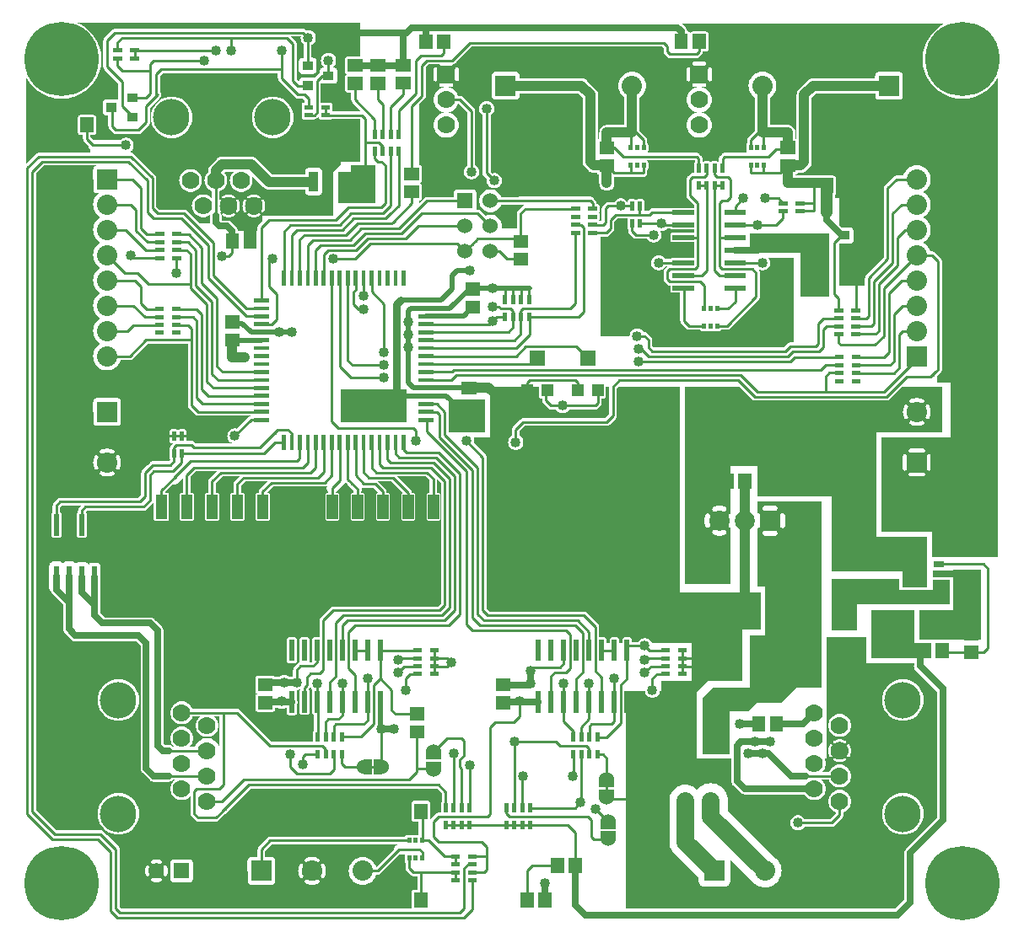
<source format=gbr>
G04 start of page 2 for group 0 idx 0 *
G04 Title: (unknown), component *
G04 Creator: pcb 20140316 *
G04 CreationDate: Sat 17 Sep 2016 09:25:40 PM GMT UTC *
G04 For: ndholmes *
G04 Format: Gerber/RS-274X *
G04 PCB-Dimensions (mil): 3900.00 3600.00 *
G04 PCB-Coordinate-Origin: lower left *
%MOIN*%
%FSLAX25Y25*%
%LNTOP*%
%ADD45C,0.0390*%
%ADD44C,0.1280*%
%ADD43C,0.1285*%
%ADD42C,0.0480*%
%ADD41C,0.0380*%
%ADD40R,0.0240X0.0240*%
%ADD39R,0.0230X0.0230*%
%ADD38R,0.0360X0.0360*%
%ADD37R,0.0310X0.0310*%
%ADD36R,0.0430X0.0430*%
%ADD35R,0.0440X0.0440*%
%ADD34R,0.0300X0.0300*%
%ADD33R,0.0470X0.0470*%
%ADD32R,0.0157X0.0157*%
%ADD31R,0.0200X0.0200*%
%ADD30R,0.0165X0.0165*%
%ADD29R,0.0630X0.0630*%
%ADD28R,0.0167X0.0167*%
%ADD27R,0.0340X0.0340*%
%ADD26R,0.0945X0.0945*%
%ADD25R,0.0378X0.0378*%
%ADD24R,0.0512X0.0512*%
%ADD23C,0.0787*%
%ADD22C,0.1440*%
%ADD21C,0.2937*%
%ADD20C,0.0800*%
%ADD19C,0.0600*%
%ADD18C,0.0300*%
%ADD17C,0.0450*%
%ADD16C,0.0200*%
%ADD15C,0.0700*%
%ADD14C,0.0400*%
%ADD13C,0.0250*%
%ADD12C,0.0100*%
%ADD11C,0.0001*%
G54D11*G36*
X126500Y298500D02*X139000D01*
Y288000D01*
X126500D01*
Y298500D01*
G37*
G36*
X118484Y300079D02*X114469Y300065D01*
X114239Y300010D01*
X114021Y299920D01*
X113820Y299796D01*
X113640Y299643D01*
X113487Y299463D01*
X113363Y299262D01*
X113273Y299044D01*
X113218Y298814D01*
X113204Y298579D01*
X113206Y297500D01*
X100243D01*
X97500Y300243D01*
Y307084D01*
X122500D01*
Y284000D01*
X97500D01*
Y284900D01*
X97504Y285000D01*
X97500Y285100D01*
Y291901D01*
X97634Y291819D01*
X98070Y291638D01*
X98440Y291549D01*
X98529Y291528D01*
X98529D01*
X99000Y291491D01*
X99118Y291500D01*
X113216D01*
X113218Y290470D01*
X113273Y290240D01*
X113363Y290022D01*
X113487Y289821D01*
X113640Y289641D01*
X113820Y289488D01*
X114021Y289364D01*
X114239Y289274D01*
X114469Y289219D01*
X114704Y289205D01*
X118719Y289219D01*
X118949Y289274D01*
X119167Y289364D01*
X119368Y289488D01*
X119548Y289641D01*
X119701Y289821D01*
X119825Y290022D01*
X119915Y290240D01*
X119970Y290470D01*
X119984Y290705D01*
X119970Y298814D01*
X119915Y299044D01*
X119825Y299262D01*
X119701Y299463D01*
X119548Y299643D01*
X119368Y299796D01*
X119167Y299920D01*
X118949Y300010D01*
X118719Y300065D01*
X118484Y300079D01*
G37*
G36*
X113500Y308000D02*Y299479D01*
X113487Y299463D01*
X113363Y299262D01*
X113273Y299044D01*
X113218Y298814D01*
X113204Y298579D01*
X113206Y297500D01*
X100243D01*
X94204Y303538D01*
X94128Y303628D01*
X93769Y303935D01*
X93366Y304181D01*
X92930Y304362D01*
X92471Y304472D01*
X92471Y304472D01*
X92000Y304509D01*
X91882Y304500D01*
X80618D01*
X80500Y304509D01*
X80029Y304472D01*
X79570Y304362D01*
X79134Y304181D01*
X78731Y303935D01*
X78731Y303934D01*
X78372Y303628D01*
X78296Y303538D01*
X75962Y301204D01*
X75872Y301128D01*
X75565Y300769D01*
X75319Y300366D01*
X75138Y299930D01*
X75028Y299471D01*
X75028Y299471D01*
X74991Y299000D01*
X75000Y298882D01*
Y298356D01*
X74808Y298192D01*
X74348Y297653D01*
X73978Y297049D01*
X73707Y296395D01*
X73542Y295706D01*
X73486Y295000D01*
X73542Y294294D01*
X73707Y293605D01*
X73978Y292951D01*
X74348Y292347D01*
X74808Y291808D01*
X75347Y291348D01*
X75951Y290978D01*
X76500Y290751D01*
Y287831D01*
X76192Y288192D01*
X75653Y288652D01*
X75049Y289022D01*
X74395Y289293D01*
X73706Y289458D01*
X73000Y289514D01*
X72294Y289458D01*
X71605Y289293D01*
X70951Y289022D01*
X70347Y288652D01*
X69808Y288192D01*
X69348Y287653D01*
X68978Y287049D01*
X68707Y286395D01*
X68542Y285706D01*
X68486Y285000D01*
X68542Y284294D01*
X68707Y283605D01*
X68978Y282951D01*
X69348Y282347D01*
X69808Y281808D01*
X70347Y281348D01*
X70951Y280978D01*
X71605Y280707D01*
X72294Y280542D01*
X73000Y280486D01*
X73706Y280542D01*
X74395Y280707D01*
X75049Y280978D01*
X75653Y281348D01*
X75800Y281473D01*
X75771Y281353D01*
X75750Y281000D01*
Y278588D01*
X75743Y278500D01*
X75771Y278147D01*
Y278147D01*
X75806Y278000D01*
X71621D01*
X67993Y281628D01*
Y290487D01*
X68000Y290486D01*
X68706Y290542D01*
X69395Y290707D01*
X70049Y290978D01*
X70653Y291348D01*
X71192Y291808D01*
X71652Y292347D01*
X72022Y292951D01*
X72293Y293605D01*
X72458Y294294D01*
X72500Y295000D01*
X72458Y295706D01*
X72293Y296395D01*
X72022Y297049D01*
X71652Y297653D01*
X71192Y298192D01*
X70653Y298652D01*
X70049Y299022D01*
X69395Y299293D01*
X68706Y299458D01*
X68000Y299514D01*
X67993Y299513D01*
Y308000D01*
X113500D01*
G37*
G36*
X67993Y281628D02*X66602Y283019D01*
X66564Y283064D01*
X66384Y283217D01*
X66183Y283341D01*
X65965Y283431D01*
X65735Y283486D01*
X65735Y283486D01*
X65500Y283505D01*
X65441Y283500D01*
X55621D01*
X54500Y284621D01*
Y295941D01*
X54505Y296000D01*
X54486Y296235D01*
X54486Y296235D01*
X54431Y296465D01*
X54341Y296683D01*
X54217Y296884D01*
X54064Y297064D01*
X54019Y297102D01*
X45602Y305519D01*
X45564Y305564D01*
X45384Y305717D01*
X45183Y305841D01*
X44965Y305931D01*
X44735Y305986D01*
X44500Y306005D01*
X44500D01*
Y306763D01*
X44628Y306872D01*
X44935Y307231D01*
X45181Y307634D01*
X45333Y308000D01*
X67993D01*
Y299513D01*
X67294Y299458D01*
X66605Y299293D01*
X65951Y299022D01*
X65347Y298652D01*
X64808Y298192D01*
X64348Y297653D01*
X63978Y297049D01*
X63707Y296395D01*
X63542Y295706D01*
X63486Y295000D01*
X63542Y294294D01*
X63707Y293605D01*
X63978Y292951D01*
X64348Y292347D01*
X64808Y291808D01*
X65347Y291348D01*
X65951Y290978D01*
X66605Y290707D01*
X67294Y290542D01*
X67993Y290487D01*
Y281628D01*
G37*
G36*
X118484Y300079D02*X114469Y300065D01*
X114239Y300010D01*
X114021Y299920D01*
X113820Y299796D01*
X113640Y299643D01*
X113487Y299463D01*
X113363Y299262D01*
X113273Y299044D01*
X113218Y298814D01*
X113204Y298579D01*
X113206Y297500D01*
X100243D01*
X96743Y301000D01*
X124500D01*
Y281000D01*
X99059D01*
X99000Y281005D01*
X98941Y281000D01*
X96720D01*
Y282544D01*
X96771Y282583D01*
X96826Y282639D01*
X96870Y282704D01*
X97064Y283056D01*
X97221Y283426D01*
X97344Y283809D01*
X97433Y284200D01*
X97487Y284599D01*
X97504Y285000D01*
X97487Y285401D01*
X97433Y285800D01*
X97344Y286191D01*
X97221Y286574D01*
X97064Y286944D01*
X96874Y287298D01*
X96829Y287363D01*
X96774Y287420D01*
X96720Y287460D01*
Y292537D01*
X96796Y292462D01*
X96872Y292372D01*
X97231Y292065D01*
X97231Y292065D01*
X97634Y291819D01*
X98070Y291638D01*
X98440Y291549D01*
X98529Y291528D01*
X98529D01*
X99000Y291491D01*
X99118Y291500D01*
X113216D01*
X113218Y290470D01*
X113273Y290240D01*
X113363Y290022D01*
X113487Y289821D01*
X113640Y289641D01*
X113820Y289488D01*
X114021Y289364D01*
X114239Y289274D01*
X114469Y289219D01*
X114704Y289205D01*
X118719Y289219D01*
X118949Y289274D01*
X119167Y289364D01*
X119368Y289488D01*
X119548Y289641D01*
X119701Y289821D01*
X119825Y290022D01*
X119915Y290240D01*
X119970Y290470D01*
X119984Y290705D01*
X119970Y298814D01*
X119915Y299044D01*
X119825Y299262D01*
X119701Y299463D01*
X119548Y299643D01*
X119368Y299796D01*
X119167Y299920D01*
X118949Y300010D01*
X118719Y300065D01*
X118484Y300079D01*
G37*
G36*
X96720Y281000D02*X95063D01*
X95298Y281126D01*
X95363Y281171D01*
X95420Y281226D01*
X95468Y281290D01*
X95504Y281360D01*
X95530Y281435D01*
X95544Y281513D01*
X95545Y281592D01*
X95533Y281671D01*
X95510Y281746D01*
X95475Y281817D01*
X95429Y281882D01*
X95374Y281939D01*
X95311Y281987D01*
X95241Y282024D01*
X95166Y282049D01*
X95088Y282063D01*
X95008Y282064D01*
X94930Y282052D01*
X94854Y282029D01*
X94784Y281993D01*
X94510Y281843D01*
X94223Y281721D01*
X93926Y281625D01*
X93621Y281556D01*
X93312Y281514D01*
X93000Y281500D01*
X92998Y281500D01*
Y288500D01*
X93000Y288500D01*
X93312Y288486D01*
X93621Y288444D01*
X93926Y288375D01*
X94223Y288279D01*
X94510Y288157D01*
X94786Y288010D01*
X94855Y287974D01*
X94931Y287951D01*
X95009Y287940D01*
X95087Y287941D01*
X95165Y287954D01*
X95239Y287980D01*
X95309Y288016D01*
X95372Y288064D01*
X95427Y288120D01*
X95472Y288184D01*
X95507Y288255D01*
X95530Y288330D01*
X95541Y288408D01*
X95540Y288487D01*
X95527Y288564D01*
X95501Y288639D01*
X95465Y288708D01*
X95417Y288771D01*
X95361Y288826D01*
X95296Y288870D01*
X94944Y289064D01*
X94574Y289221D01*
X94191Y289344D01*
X93800Y289433D01*
X93401Y289487D01*
X93000Y289504D01*
X92998Y289504D01*
Y296259D01*
X96720Y292537D01*
Y287460D01*
X96710Y287468D01*
X96640Y287504D01*
X96565Y287530D01*
X96487Y287544D01*
X96408Y287545D01*
X96329Y287533D01*
X96254Y287510D01*
X96183Y287475D01*
X96118Y287429D01*
X96061Y287374D01*
X96013Y287311D01*
X95976Y287241D01*
X95951Y287166D01*
X95937Y287088D01*
X95936Y287008D01*
X95948Y286930D01*
X95971Y286854D01*
X96007Y286784D01*
X96157Y286510D01*
X96279Y286223D01*
X96375Y285926D01*
X96444Y285621D01*
X96486Y285312D01*
X96500Y285000D01*
X96486Y284688D01*
X96444Y284379D01*
X96375Y284074D01*
X96279Y283777D01*
X96157Y283490D01*
X96010Y283214D01*
X95974Y283145D01*
X95951Y283069D01*
X95940Y282991D01*
X95941Y282913D01*
X95954Y282835D01*
X95980Y282761D01*
X96016Y282691D01*
X96064Y282628D01*
X96120Y282573D01*
X96184Y282528D01*
X96255Y282493D01*
X96330Y282470D01*
X96408Y282459D01*
X96487Y282460D01*
X96564Y282473D01*
X96639Y282499D01*
X96708Y282535D01*
X96720Y282544D01*
Y281000D01*
G37*
G36*
X92998Y281500D02*X92688Y281514D01*
X92379Y281556D01*
X92074Y281625D01*
X91777Y281721D01*
X91490Y281843D01*
X91214Y281990D01*
X91145Y282026D01*
X91069Y282049D01*
X90991Y282060D01*
X90913Y282059D01*
X90835Y282046D01*
X90761Y282020D01*
X90691Y281984D01*
X90628Y281936D01*
X90573Y281880D01*
X90528Y281816D01*
X90493Y281745D01*
X90470Y281670D01*
X90459Y281592D01*
X90460Y281513D01*
X90473Y281436D01*
X90499Y281361D01*
X90535Y281292D01*
X90583Y281229D01*
X90639Y281174D01*
X90704Y281130D01*
X90941Y281000D01*
X89280D01*
Y282540D01*
X89290Y282532D01*
X89360Y282496D01*
X89435Y282470D01*
X89513Y282456D01*
X89592Y282455D01*
X89671Y282467D01*
X89746Y282490D01*
X89817Y282525D01*
X89882Y282571D01*
X89939Y282626D01*
X89987Y282689D01*
X90024Y282759D01*
X90049Y282834D01*
X90063Y282912D01*
X90064Y282992D01*
X90052Y283070D01*
X90029Y283146D01*
X89993Y283216D01*
X89843Y283490D01*
X89721Y283777D01*
X89625Y284074D01*
X89556Y284379D01*
X89514Y284688D01*
X89500Y285000D01*
X89514Y285312D01*
X89556Y285621D01*
X89625Y285926D01*
X89721Y286223D01*
X89843Y286510D01*
X89990Y286786D01*
X90026Y286855D01*
X90049Y286931D01*
X90060Y287009D01*
X90059Y287087D01*
X90046Y287165D01*
X90020Y287239D01*
X89984Y287309D01*
X89936Y287372D01*
X89880Y287427D01*
X89816Y287472D01*
X89745Y287507D01*
X89670Y287530D01*
X89592Y287541D01*
X89513Y287540D01*
X89436Y287527D01*
X89361Y287501D01*
X89292Y287465D01*
X89280Y287456D01*
Y290679D01*
X89395Y290707D01*
X90049Y290978D01*
X90653Y291348D01*
X91192Y291808D01*
X91652Y292347D01*
X92022Y292951D01*
X92293Y293605D01*
X92458Y294294D01*
X92500Y295000D01*
X92458Y295706D01*
X92293Y296395D01*
X92022Y297049D01*
X91727Y297530D01*
X92998Y296259D01*
Y289504D01*
X92599Y289487D01*
X92200Y289433D01*
X91809Y289344D01*
X91426Y289221D01*
X91056Y289064D01*
X90702Y288874D01*
X90637Y288829D01*
X90580Y288774D01*
X90532Y288710D01*
X90496Y288640D01*
X90470Y288565D01*
X90456Y288487D01*
X90455Y288408D01*
X90467Y288329D01*
X90490Y288254D01*
X90525Y288183D01*
X90571Y288118D01*
X90626Y288061D01*
X90689Y288013D01*
X90759Y287976D01*
X90834Y287951D01*
X90912Y287937D01*
X90992Y287936D01*
X91070Y287948D01*
X91146Y287971D01*
X91216Y288007D01*
X91490Y288157D01*
X91777Y288279D01*
X92074Y288375D01*
X92379Y288444D01*
X92688Y288486D01*
X92998Y288500D01*
Y281500D01*
G37*
G36*
X89280Y281000D02*X86720D01*
Y282544D01*
X86771Y282583D01*
X86826Y282639D01*
X86870Y282704D01*
X87064Y283056D01*
X87221Y283426D01*
X87344Y283809D01*
X87433Y284200D01*
X87487Y284599D01*
X87504Y285000D01*
X87487Y285401D01*
X87433Y285800D01*
X87344Y286191D01*
X87221Y286574D01*
X87064Y286944D01*
X86874Y287298D01*
X86829Y287363D01*
X86774Y287420D01*
X86720Y287460D01*
Y290679D01*
X87294Y290542D01*
X88000Y290486D01*
X88706Y290542D01*
X89280Y290679D01*
Y287456D01*
X89229Y287417D01*
X89174Y287361D01*
X89130Y287296D01*
X88936Y286944D01*
X88779Y286574D01*
X88656Y286191D01*
X88567Y285800D01*
X88513Y285401D01*
X88496Y285000D01*
X88513Y284599D01*
X88567Y284200D01*
X88656Y283809D01*
X88779Y283426D01*
X88936Y283056D01*
X89126Y282702D01*
X89171Y282637D01*
X89226Y282580D01*
X89280Y282540D01*
Y281000D01*
G37*
G36*
X86720D02*X85063D01*
X85298Y281126D01*
X85363Y281171D01*
X85420Y281226D01*
X85468Y281290D01*
X85504Y281360D01*
X85530Y281435D01*
X85544Y281513D01*
X85545Y281592D01*
X85533Y281671D01*
X85510Y281746D01*
X85475Y281817D01*
X85429Y281882D01*
X85374Y281939D01*
X85311Y281987D01*
X85241Y282024D01*
X85166Y282049D01*
X85088Y282063D01*
X85008Y282064D01*
X84930Y282052D01*
X84854Y282029D01*
X84784Y281993D01*
X84510Y281843D01*
X84223Y281721D01*
X83926Y281625D01*
X83621Y281556D01*
X83312Y281514D01*
X83000Y281500D01*
X82998Y281500D01*
Y288500D01*
X83000Y288500D01*
X83312Y288486D01*
X83621Y288444D01*
X83926Y288375D01*
X84223Y288279D01*
X84510Y288157D01*
X84786Y288010D01*
X84855Y287974D01*
X84931Y287951D01*
X85009Y287940D01*
X85087Y287941D01*
X85165Y287954D01*
X85239Y287980D01*
X85309Y288016D01*
X85372Y288064D01*
X85427Y288120D01*
X85472Y288184D01*
X85507Y288255D01*
X85530Y288330D01*
X85541Y288408D01*
X85540Y288487D01*
X85527Y288564D01*
X85501Y288639D01*
X85465Y288708D01*
X85417Y288771D01*
X85361Y288826D01*
X85296Y288870D01*
X84944Y289064D01*
X84574Y289221D01*
X84191Y289344D01*
X83800Y289433D01*
X83401Y289487D01*
X83000Y289504D01*
X82998Y289504D01*
Y298500D01*
X85169D01*
X84808Y298192D01*
X84348Y297653D01*
X83978Y297049D01*
X83707Y296395D01*
X83542Y295706D01*
X83486Y295000D01*
X83542Y294294D01*
X83707Y293605D01*
X83978Y292951D01*
X84348Y292347D01*
X84808Y291808D01*
X85347Y291348D01*
X85951Y290978D01*
X86605Y290707D01*
X86720Y290679D01*
Y287460D01*
X86710Y287468D01*
X86640Y287504D01*
X86565Y287530D01*
X86487Y287544D01*
X86408Y287545D01*
X86329Y287533D01*
X86254Y287510D01*
X86183Y287475D01*
X86118Y287429D01*
X86061Y287374D01*
X86013Y287311D01*
X85976Y287241D01*
X85951Y287166D01*
X85937Y287088D01*
X85936Y287008D01*
X85948Y286930D01*
X85971Y286854D01*
X86007Y286784D01*
X86157Y286510D01*
X86279Y286223D01*
X86375Y285926D01*
X86444Y285621D01*
X86486Y285312D01*
X86500Y285000D01*
X86486Y284688D01*
X86444Y284379D01*
X86375Y284074D01*
X86279Y283777D01*
X86157Y283490D01*
X86010Y283214D01*
X85974Y283145D01*
X85951Y283069D01*
X85940Y282991D01*
X85941Y282913D01*
X85954Y282835D01*
X85980Y282761D01*
X86016Y282691D01*
X86064Y282628D01*
X86120Y282573D01*
X86184Y282528D01*
X86255Y282493D01*
X86330Y282470D01*
X86408Y282459D01*
X86487Y282460D01*
X86564Y282473D01*
X86639Y282499D01*
X86708Y282535D01*
X86720Y282544D01*
Y281000D01*
G37*
G36*
X82998Y281500D02*X82688Y281514D01*
X82379Y281556D01*
X82074Y281625D01*
X81777Y281721D01*
X81490Y281843D01*
X81214Y281990D01*
X81145Y282026D01*
X81069Y282049D01*
X80991Y282060D01*
X80913Y282059D01*
X80835Y282046D01*
X80761Y282020D01*
X80691Y281984D01*
X80628Y281936D01*
X80573Y281880D01*
X80528Y281816D01*
X80493Y281745D01*
X80470Y281670D01*
X80459Y281592D01*
X80460Y281513D01*
X80473Y281436D01*
X80499Y281361D01*
X80535Y281292D01*
X80583Y281229D01*
X80639Y281174D01*
X80704Y281130D01*
X80941Y281000D01*
X80250D01*
X80229Y281353D01*
X80146Y281697D01*
X80011Y282025D01*
X79826Y282327D01*
X79699Y282475D01*
X79746Y282490D01*
X79817Y282525D01*
X79882Y282571D01*
X79939Y282626D01*
X79987Y282689D01*
X80024Y282759D01*
X80049Y282834D01*
X80063Y282912D01*
X80064Y282992D01*
X80052Y283070D01*
X80029Y283146D01*
X79993Y283216D01*
X79843Y283490D01*
X79721Y283777D01*
X79625Y284074D01*
X79556Y284379D01*
X79514Y284688D01*
X79500Y285000D01*
X79514Y285312D01*
X79556Y285621D01*
X79625Y285926D01*
X79721Y286223D01*
X79843Y286510D01*
X79990Y286786D01*
X80026Y286855D01*
X80049Y286931D01*
X80060Y287009D01*
X80059Y287087D01*
X80046Y287165D01*
X80020Y287239D01*
X79984Y287309D01*
X79936Y287372D01*
X79880Y287427D01*
X79816Y287472D01*
X79745Y287507D01*
X79670Y287530D01*
X79592Y287541D01*
X79513Y287540D01*
X79500Y287538D01*
Y290751D01*
X80049Y290978D01*
X80653Y291348D01*
X81192Y291808D01*
X81652Y292347D01*
X82022Y292951D01*
X82293Y293605D01*
X82458Y294294D01*
X82500Y295000D01*
X82458Y295706D01*
X82293Y296395D01*
X82022Y297049D01*
X81652Y297653D01*
X81304Y298061D01*
X81743Y298500D01*
X82998D01*
Y289504D01*
X82599Y289487D01*
X82200Y289433D01*
X81809Y289344D01*
X81426Y289221D01*
X81056Y289064D01*
X80702Y288874D01*
X80637Y288829D01*
X80580Y288774D01*
X80532Y288710D01*
X80496Y288640D01*
X80470Y288565D01*
X80456Y288487D01*
X80455Y288408D01*
X80467Y288329D01*
X80490Y288254D01*
X80525Y288183D01*
X80571Y288118D01*
X80626Y288061D01*
X80689Y288013D01*
X80759Y287976D01*
X80834Y287951D01*
X80912Y287937D01*
X80992Y287936D01*
X81070Y287948D01*
X81146Y287971D01*
X81216Y288007D01*
X81490Y288157D01*
X81777Y288279D01*
X82074Y288375D01*
X82379Y288444D01*
X82688Y288486D01*
X82998Y288500D01*
Y281500D01*
G37*
G36*
X93002Y284500D02*X96461D01*
X96444Y284379D01*
X96375Y284074D01*
X96279Y283777D01*
X96157Y283490D01*
X96010Y283214D01*
X95974Y283145D01*
X95951Y283069D01*
X95940Y282991D01*
X95941Y282913D01*
X95954Y282835D01*
X95980Y282761D01*
X96016Y282691D01*
X96064Y282628D01*
X96120Y282573D01*
X96184Y282528D01*
X96255Y282493D01*
X96330Y282470D01*
X96408Y282459D01*
X96487Y282460D01*
X96500Y282462D01*
Y279121D01*
X94922Y277543D01*
X94877Y277505D01*
X94724Y277325D01*
X94600Y277124D01*
X94510Y276906D01*
X94455Y276676D01*
X94455Y276676D01*
X94436Y276441D01*
X94441Y276382D01*
Y275000D01*
X93002D01*
Y280496D01*
X93401Y280513D01*
X93800Y280567D01*
X94191Y280656D01*
X94574Y280779D01*
X94944Y280936D01*
X95298Y281126D01*
X95363Y281171D01*
X95420Y281226D01*
X95468Y281290D01*
X95504Y281360D01*
X95530Y281435D01*
X95544Y281513D01*
X95545Y281592D01*
X95533Y281671D01*
X95510Y281746D01*
X95475Y281817D01*
X95429Y281882D01*
X95374Y281939D01*
X95311Y281987D01*
X95241Y282024D01*
X95166Y282049D01*
X95088Y282063D01*
X95008Y282064D01*
X94930Y282052D01*
X94854Y282029D01*
X94784Y281993D01*
X94510Y281843D01*
X94223Y281721D01*
X93926Y281625D01*
X93621Y281556D01*
X93312Y281514D01*
X93002Y281500D01*
Y284500D01*
G37*
G36*
X83002D02*X86461D01*
X86444Y284379D01*
X86375Y284074D01*
X86279Y283777D01*
X86157Y283490D01*
X86010Y283214D01*
X85974Y283145D01*
X85951Y283069D01*
X85940Y282991D01*
X85941Y282913D01*
X85954Y282835D01*
X85980Y282761D01*
X86016Y282691D01*
X86064Y282628D01*
X86120Y282573D01*
X86184Y282528D01*
X86255Y282493D01*
X86330Y282470D01*
X86408Y282459D01*
X86487Y282460D01*
X86564Y282473D01*
X86639Y282499D01*
X86708Y282535D01*
X86771Y282583D01*
X86826Y282639D01*
X86870Y282704D01*
X87064Y283056D01*
X87221Y283426D01*
X87344Y283809D01*
X87433Y284200D01*
X87473Y284500D01*
X88527D01*
X88567Y284200D01*
X88656Y283809D01*
X88779Y283426D01*
X88936Y283056D01*
X89126Y282702D01*
X89171Y282637D01*
X89226Y282580D01*
X89290Y282532D01*
X89360Y282496D01*
X89435Y282470D01*
X89513Y282456D01*
X89592Y282455D01*
X89671Y282467D01*
X89746Y282490D01*
X89817Y282525D01*
X89882Y282571D01*
X89939Y282626D01*
X89987Y282689D01*
X90024Y282759D01*
X90049Y282834D01*
X90063Y282912D01*
X90064Y282992D01*
X90052Y283070D01*
X90029Y283146D01*
X89993Y283216D01*
X89843Y283490D01*
X89721Y283777D01*
X89625Y284074D01*
X89556Y284379D01*
X89539Y284500D01*
X93002D01*
Y281500D01*
X93000Y281500D01*
X92688Y281514D01*
X92379Y281556D01*
X92074Y281625D01*
X91777Y281721D01*
X91490Y281843D01*
X91214Y281990D01*
X91145Y282026D01*
X91069Y282049D01*
X90991Y282060D01*
X90913Y282059D01*
X90835Y282046D01*
X90761Y282020D01*
X90691Y281984D01*
X90628Y281936D01*
X90573Y281880D01*
X90528Y281816D01*
X90493Y281745D01*
X90470Y281670D01*
X90459Y281592D01*
X90460Y281513D01*
X90473Y281436D01*
X90499Y281361D01*
X90535Y281292D01*
X90583Y281229D01*
X90639Y281174D01*
X90704Y281130D01*
X91056Y280936D01*
X91426Y280779D01*
X91809Y280656D01*
X92200Y280567D01*
X92599Y280513D01*
X93000Y280496D01*
X93002Y280496D01*
Y275000D01*
X86711D01*
X86714Y275043D01*
X86686Y275396D01*
X86603Y275740D01*
X86564Y275836D01*
X86468Y276068D01*
X86353Y276255D01*
X86283Y276370D01*
X86283Y276370D01*
X86053Y276639D01*
X85986Y276696D01*
X84153Y278529D01*
X84096Y278596D01*
X83827Y278826D01*
X83525Y279011D01*
X83197Y279146D01*
X83002Y279193D01*
Y280496D01*
X83401Y280513D01*
X83800Y280567D01*
X84191Y280656D01*
X84574Y280779D01*
X84944Y280936D01*
X85298Y281126D01*
X85363Y281171D01*
X85420Y281226D01*
X85468Y281290D01*
X85504Y281360D01*
X85530Y281435D01*
X85544Y281513D01*
X85545Y281592D01*
X85533Y281671D01*
X85510Y281746D01*
X85475Y281817D01*
X85429Y281882D01*
X85374Y281939D01*
X85311Y281987D01*
X85241Y282024D01*
X85166Y282049D01*
X85088Y282063D01*
X85008Y282064D01*
X84930Y282052D01*
X84854Y282029D01*
X84784Y281993D01*
X84510Y281843D01*
X84223Y281721D01*
X83926Y281625D01*
X83621Y281556D01*
X83312Y281514D01*
X83002Y281500D01*
Y284500D01*
G37*
G36*
X79539D02*X83002D01*
Y281500D01*
X83000Y281500D01*
X82688Y281514D01*
X82379Y281556D01*
X82074Y281625D01*
X81777Y281721D01*
X81490Y281843D01*
X81214Y281990D01*
X81145Y282026D01*
X81069Y282049D01*
X80991Y282060D01*
X80913Y282059D01*
X80835Y282046D01*
X80761Y282020D01*
X80691Y281984D01*
X80628Y281936D01*
X80573Y281880D01*
X80528Y281816D01*
X80493Y281745D01*
X80470Y281670D01*
X80459Y281592D01*
X80460Y281513D01*
X80473Y281436D01*
X80499Y281361D01*
X80535Y281292D01*
X80583Y281229D01*
X80639Y281174D01*
X80704Y281130D01*
X81056Y280936D01*
X81426Y280779D01*
X81809Y280656D01*
X82200Y280567D01*
X82599Y280513D01*
X83000Y280496D01*
X83002Y280496D01*
Y279193D01*
X82853Y279229D01*
X82853Y279229D01*
X82500Y279257D01*
X82412Y279250D01*
X80432D01*
X80250Y279432D01*
Y281000D01*
X80229Y281353D01*
X80146Y281697D01*
X80011Y282025D01*
X79826Y282327D01*
X79699Y282475D01*
X79746Y282490D01*
X79817Y282525D01*
X79882Y282571D01*
X79939Y282626D01*
X79987Y282689D01*
X80024Y282759D01*
X80049Y282834D01*
X80063Y282912D01*
X80064Y282992D01*
X80052Y283070D01*
X80029Y283146D01*
X79993Y283216D01*
X79843Y283490D01*
X79721Y283777D01*
X79625Y284074D01*
X79556Y284379D01*
X79539Y284500D01*
G37*
G36*
X126500Y296500D02*X139000D01*
Y286000D01*
X136000D01*
X136000Y286000D01*
X130559D01*
X130500Y286005D01*
X130441Y286000D01*
X126500D01*
Y296500D01*
G37*
G36*
X131500Y301000D02*X141000D01*
Y286000D01*
X136000D01*
X136000Y286000D01*
X131500D01*
Y301000D01*
G37*
G36*
X90000Y319000D02*X92353D01*
X92376Y318713D01*
X92677Y317458D01*
X93171Y316266D01*
X93846Y315165D01*
X94684Y314184D01*
X95665Y313346D01*
X96766Y312671D01*
X97958Y312177D01*
X99213Y311876D01*
X100500Y311775D01*
X101787Y311876D01*
X103042Y312177D01*
X104234Y312671D01*
X105335Y313346D01*
X106316Y314184D01*
X107154Y315165D01*
X107829Y316266D01*
X108323Y317458D01*
X108624Y318713D01*
X108641Y319000D01*
X135000D01*
Y302500D01*
X95243D01*
X94204Y303538D01*
X94128Y303628D01*
X93769Y303935D01*
X93366Y304181D01*
X92930Y304362D01*
X92471Y304472D01*
X92471Y304472D01*
X92000Y304509D01*
X91882Y304500D01*
X90000D01*
Y319000D01*
G37*
G36*
X100487Y337500D02*X102500D01*
Y335559D01*
X102495Y335500D01*
X102514Y335265D01*
X102569Y335035D01*
X102659Y334817D01*
X102783Y334616D01*
X102936Y334436D01*
X102981Y334398D01*
X109398Y327981D01*
X109436Y327936D01*
X109616Y327783D01*
X109817Y327659D01*
X110035Y327569D01*
X110265Y327514D01*
X110500Y327495D01*
Y307000D01*
X100487D01*
Y311776D01*
X100500Y311775D01*
X101787Y311876D01*
X103042Y312177D01*
X104234Y312671D01*
X105335Y313346D01*
X106316Y314184D01*
X107154Y315165D01*
X107829Y316266D01*
X108323Y317458D01*
X108624Y318713D01*
X108700Y320000D01*
X108624Y321287D01*
X108323Y322542D01*
X107829Y323734D01*
X107154Y324835D01*
X106316Y325816D01*
X105335Y326654D01*
X104234Y327329D01*
X103042Y327823D01*
X101787Y328124D01*
X100500Y328225D01*
X100487Y328224D01*
Y337500D01*
G37*
G36*
X60487Y337500D02*X76500D01*
X76500Y337500D01*
X100487D01*
Y328224D01*
X99213Y328124D01*
X97958Y327823D01*
X96766Y327329D01*
X95665Y326654D01*
X94684Y325816D01*
X93846Y324835D01*
X93171Y323734D01*
X92677Y322542D01*
X92376Y321287D01*
X92275Y320000D01*
X92376Y318713D01*
X92677Y317458D01*
X93171Y316266D01*
X93846Y315165D01*
X94684Y314184D01*
X95665Y313346D01*
X96766Y312671D01*
X97958Y312177D01*
X99213Y311876D01*
X100487Y311776D01*
Y307000D01*
X60487D01*
Y311776D01*
X60500Y311775D01*
X61787Y311876D01*
X63042Y312177D01*
X64234Y312671D01*
X65335Y313346D01*
X66316Y314184D01*
X67154Y315165D01*
X67829Y316266D01*
X68323Y317458D01*
X68624Y318713D01*
X68700Y320000D01*
X68624Y321287D01*
X68323Y322542D01*
X67829Y323734D01*
X67154Y324835D01*
X66316Y325816D01*
X65335Y326654D01*
X64234Y327329D01*
X63042Y327823D01*
X61787Y328124D01*
X60500Y328225D01*
X60487Y328224D01*
Y337500D01*
G37*
G36*
X29602Y320952D02*X24327Y320943D01*
X24174Y320906D01*
X24029Y320846D01*
X23894Y320764D01*
X23775Y320661D01*
X23672Y320542D01*
X23590Y320407D01*
X23530Y320262D01*
X23493Y320109D01*
X23484Y319952D01*
X23493Y313891D01*
X23530Y313738D01*
X23590Y313593D01*
X23672Y313458D01*
X23775Y313339D01*
X23894Y313236D01*
X24029Y313154D01*
X24174Y313094D01*
X24327Y313057D01*
X24484Y313048D01*
X25500Y313050D01*
Y311559D01*
X25495Y311500D01*
X25514Y311265D01*
X25569Y311035D01*
X25659Y310817D01*
X25783Y310616D01*
X25936Y310436D01*
X25981Y310398D01*
X27504Y308875D01*
X27519Y308686D01*
X27592Y308380D01*
X27712Y308089D01*
X27877Y307821D01*
X28081Y307581D01*
X28321Y307377D01*
X28589Y307212D01*
X28880Y307092D01*
X29186Y307019D01*
X29500Y307000D01*
X40263D01*
X40263Y307000D01*
X20000D01*
Y327591D01*
X21862Y328038D01*
X24142Y328982D01*
X26247Y330272D01*
X28124Y331876D01*
X29728Y333753D01*
X31018Y335858D01*
X31962Y338138D01*
X32539Y340539D01*
X32684Y343000D01*
X33500D01*
Y340059D01*
X33495Y340000D01*
X33514Y339765D01*
X33569Y339535D01*
X33659Y339317D01*
X33783Y339116D01*
X33936Y338936D01*
X33981Y338898D01*
X39500Y333379D01*
Y326930D01*
X39483Y326941D01*
X39265Y327031D01*
X39035Y327086D01*
X38800Y327100D01*
X34565Y327086D01*
X34335Y327031D01*
X34117Y326941D01*
X33916Y326817D01*
X33736Y326664D01*
X33583Y326484D01*
X33459Y326283D01*
X33369Y326065D01*
X33314Y325835D01*
X33300Y325600D01*
X33314Y321965D01*
X33369Y321735D01*
X33459Y321517D01*
X33583Y321316D01*
X33736Y321136D01*
X33916Y320983D01*
X34117Y320859D01*
X34335Y320769D01*
X34565Y320714D01*
X34800Y320700D01*
X35500Y320702D01*
Y316559D01*
X35495Y316500D01*
X35514Y316265D01*
X35569Y316035D01*
X35659Y315817D01*
X35783Y315616D01*
X35936Y315436D01*
X35981Y315398D01*
X37398Y313981D01*
X37436Y313936D01*
X37615Y313783D01*
X37616Y313783D01*
X37817Y313659D01*
X38035Y313569D01*
X38265Y313514D01*
X38500Y313495D01*
X38559Y313500D01*
X47441D01*
X47500Y313495D01*
X47735Y313514D01*
X47735Y313514D01*
X47965Y313569D01*
X48183Y313659D01*
X48384Y313783D01*
X48564Y313936D01*
X48602Y313981D01*
X51519Y316898D01*
X51564Y316936D01*
X51717Y317115D01*
X51717Y317116D01*
X51841Y317317D01*
X51931Y317535D01*
X51986Y317765D01*
X52005Y318000D01*
X52000Y318059D01*
Y323879D01*
X55519Y327398D01*
X55564Y327436D01*
X55602Y327481D01*
X56061Y327939D01*
X56217Y328116D01*
X56341Y328317D01*
X56431Y328535D01*
X56486Y328765D01*
X56505Y329000D01*
X56486Y329235D01*
X56431Y329465D01*
X56341Y329683D01*
X56217Y329884D01*
X56064Y330064D01*
X56000Y330119D01*
Y336379D01*
X57121Y337500D01*
X60487D01*
Y328224D01*
X59213Y328124D01*
X57958Y327823D01*
X56766Y327329D01*
X55665Y326654D01*
X54684Y325816D01*
X53846Y324835D01*
X53171Y323734D01*
X52677Y322542D01*
X52376Y321287D01*
X52275Y320000D01*
X52376Y318713D01*
X52677Y317458D01*
X53171Y316266D01*
X53846Y315165D01*
X54684Y314184D01*
X55665Y313346D01*
X56766Y312671D01*
X57958Y312177D01*
X59213Y311876D01*
X60487Y311776D01*
Y307000D01*
X44737D01*
X44935Y307231D01*
X45181Y307634D01*
X45362Y308070D01*
X45472Y308529D01*
X45500Y309000D01*
X45472Y309471D01*
X45362Y309930D01*
X45181Y310366D01*
X44935Y310769D01*
X44628Y311128D01*
X44269Y311435D01*
X43866Y311681D01*
X43430Y311862D01*
X42971Y311972D01*
X42500Y312009D01*
X42029Y311972D01*
X41570Y311862D01*
X41134Y311681D01*
X40731Y311435D01*
X40372Y311128D01*
X40263Y311000D01*
X29621D01*
X28500Y312121D01*
Y313055D01*
X29759Y313057D01*
X29912Y313094D01*
X30057Y313154D01*
X30192Y313236D01*
X30311Y313339D01*
X30414Y313458D01*
X30496Y313593D01*
X30556Y313738D01*
X30593Y313891D01*
X30602Y314048D01*
X30593Y320109D01*
X30556Y320262D01*
X30496Y320407D01*
X30414Y320542D01*
X30311Y320661D01*
X30192Y320764D01*
X30057Y320846D01*
X29912Y320906D01*
X29759Y320943D01*
X29602Y320952D01*
G37*
G36*
X35000Y301000D02*X39000D01*
X35000Y300993D01*
Y301000D01*
G37*
G36*
X85382Y191000D02*X70121D01*
X69602Y191519D01*
X69564Y191564D01*
X69384Y191717D01*
X69183Y191841D01*
X68965Y191931D01*
X68735Y191986D01*
X68735Y191986D01*
X68500Y192005D01*
X68441Y192000D01*
X66407D01*
X66412Y192076D01*
X66402Y195776D01*
X66365Y195929D01*
X66305Y196075D01*
X66223Y196209D01*
X66121Y196329D01*
X66001Y196431D01*
X65867Y196513D01*
X65721Y196573D01*
X65568Y196610D01*
X65412Y196620D01*
X63582Y196610D01*
X63429Y196573D01*
X63283Y196513D01*
X63149Y196431D01*
X63029Y196329D01*
X63000Y196295D01*
X62971Y196329D01*
X62851Y196431D01*
X62717Y196513D01*
X62571Y196573D01*
X62418Y196610D01*
X62262Y196620D01*
X60432Y196610D01*
X60279Y196573D01*
X60133Y196513D01*
X59999Y196431D01*
X59879Y196329D01*
X59777Y196209D01*
X59695Y196075D01*
X59635Y195929D01*
X59598Y195776D01*
X59588Y195620D01*
X59598Y191920D01*
X59635Y191767D01*
X59695Y191621D01*
X59777Y191487D01*
X59879Y191367D01*
X59999Y191265D01*
X60133Y191183D01*
X60279Y191123D01*
X60432Y191086D01*
X60588Y191076D01*
X60957Y191078D01*
X60406Y190527D01*
X60361Y190489D01*
X60208Y190309D01*
X60208Y190309D01*
X60208Y190309D01*
X60158Y190228D01*
X60084Y190108D01*
X60084Y190108D01*
X60084Y190108D01*
X60047Y190017D01*
X59994Y189890D01*
X59994Y189890D01*
X59994Y189890D01*
X59966Y189773D01*
X59946Y189690D01*
X59879Y189633D01*
X59777Y189513D01*
X59695Y189379D01*
X59635Y189233D01*
X59598Y189080D01*
X59588Y188924D01*
X59598Y185224D01*
X59635Y185071D01*
X59695Y184925D01*
X59777Y184791D01*
X59879Y184671D01*
X59971Y184593D01*
X59379Y184000D01*
X53059D01*
X53000Y184005D01*
X52765Y183986D01*
X52535Y183931D01*
X52317Y183841D01*
X52116Y183717D01*
X52115Y183717D01*
X51936Y183564D01*
X51898Y183519D01*
X48981Y180602D01*
X48936Y180564D01*
X48783Y180384D01*
X48659Y180183D01*
X48569Y179965D01*
X48514Y179735D01*
X48514Y179735D01*
X48495Y179500D01*
X48500Y179441D01*
Y177500D01*
X39493D01*
Y180645D01*
X39578Y180681D01*
X39679Y180743D01*
X39769Y180819D01*
X39845Y180909D01*
X39905Y181011D01*
X40122Y181480D01*
X40289Y181969D01*
X40409Y182472D01*
X40482Y182984D01*
X40506Y183500D01*
X40482Y184016D01*
X40409Y184528D01*
X40289Y185031D01*
X40122Y185520D01*
X39910Y185992D01*
X39849Y186093D01*
X39772Y186184D01*
X39682Y186261D01*
X39580Y186323D01*
X39493Y186360D01*
Y198080D01*
X39683Y198159D01*
X39884Y198283D01*
X40064Y198436D01*
X40217Y198616D01*
X40341Y198817D01*
X40431Y199035D01*
X40486Y199265D01*
X40500Y199500D01*
X40486Y207735D01*
X40431Y207965D01*
X40341Y208183D01*
X40217Y208384D01*
X40064Y208564D01*
X39884Y208717D01*
X39683Y208841D01*
X39493Y208920D01*
Y222305D01*
X39916Y222995D01*
X40247Y223795D01*
X40296Y224000D01*
X43941D01*
X44000Y223995D01*
X44235Y224014D01*
X44235Y224014D01*
X44465Y224069D01*
X44683Y224159D01*
X44884Y224283D01*
X45064Y224436D01*
X45102Y224481D01*
X51121Y230500D01*
X67000D01*
Y206059D01*
X66995Y206000D01*
X67014Y205765D01*
X67069Y205535D01*
X67159Y205317D01*
X67159Y205317D01*
X67194Y205261D01*
X67283Y205116D01*
X67283Y205116D01*
X67436Y204936D01*
X67481Y204898D01*
X69870Y202509D01*
X69908Y202464D01*
X70087Y202311D01*
X70088Y202311D01*
X70289Y202187D01*
X70507Y202097D01*
X70737Y202042D01*
X70972Y202023D01*
X71031Y202028D01*
X91619D01*
X91665Y201953D01*
X91605Y201855D01*
X91413Y201809D01*
X91195Y201719D01*
X90994Y201595D01*
X90993Y201595D01*
X90814Y201442D01*
X90776Y201397D01*
X86277Y196899D01*
X85971Y196972D01*
X85500Y197009D01*
X85029Y196972D01*
X84570Y196862D01*
X84134Y196681D01*
X83731Y196435D01*
X83372Y196128D01*
X83065Y195769D01*
X82819Y195366D01*
X82638Y194930D01*
X82528Y194471D01*
X82491Y194000D01*
X82528Y193529D01*
X82638Y193070D01*
X82819Y192634D01*
X83065Y192231D01*
X83372Y191872D01*
X83731Y191565D01*
X84134Y191319D01*
X84570Y191138D01*
X85029Y191028D01*
X85382Y191000D01*
G37*
G36*
X39493Y208920D02*X39465Y208931D01*
X39235Y208986D01*
X39000Y209000D01*
X35000Y208993D01*
Y219983D01*
X35863Y220051D01*
X36705Y220253D01*
X37505Y220584D01*
X38243Y221037D01*
X38901Y221599D01*
X39463Y222257D01*
X39493Y222305D01*
Y208920D01*
G37*
G36*
Y177500D02*X35000D01*
Y177994D01*
X35516Y178018D01*
X36028Y178091D01*
X36531Y178211D01*
X37020Y178378D01*
X37492Y178590D01*
X37593Y178651D01*
X37684Y178728D01*
X37761Y178818D01*
X37823Y178920D01*
X37869Y179029D01*
X37897Y179145D01*
X37906Y179263D01*
X37897Y179381D01*
X37870Y179497D01*
X37824Y179607D01*
X37762Y179708D01*
X37686Y179798D01*
X37595Y179876D01*
X37494Y179938D01*
X37385Y179984D01*
X37269Y180011D01*
X37151Y180021D01*
X37032Y180012D01*
X36917Y179984D01*
X36808Y179937D01*
X36468Y179779D01*
X36112Y179658D01*
X35747Y179570D01*
X35375Y179518D01*
X35000Y179500D01*
Y187500D01*
X35375Y187482D01*
X35747Y187430D01*
X36112Y187342D01*
X36468Y187221D01*
X36810Y187067D01*
X36918Y187020D01*
X37033Y186993D01*
X37151Y186983D01*
X37268Y186993D01*
X37383Y187021D01*
X37492Y187066D01*
X37593Y187128D01*
X37682Y187205D01*
X37759Y187295D01*
X37820Y187395D01*
X37865Y187504D01*
X37893Y187619D01*
X37902Y187737D01*
X37892Y187855D01*
X37865Y187969D01*
X37819Y188078D01*
X37757Y188179D01*
X37681Y188269D01*
X37591Y188345D01*
X37489Y188405D01*
X37020Y188622D01*
X36531Y188789D01*
X36028Y188909D01*
X35516Y188982D01*
X35000Y189006D01*
Y198007D01*
X39235Y198014D01*
X39465Y198069D01*
X39493Y198080D01*
Y186360D01*
X39471Y186369D01*
X39355Y186397D01*
X39237Y186406D01*
X39119Y186397D01*
X39003Y186370D01*
X38893Y186324D01*
X38792Y186262D01*
X38702Y186186D01*
X38624Y186095D01*
X38562Y185994D01*
X38516Y185885D01*
X38489Y185769D01*
X38479Y185651D01*
X38488Y185532D01*
X38516Y185417D01*
X38563Y185308D01*
X38721Y184968D01*
X38842Y184612D01*
X38930Y184247D01*
X38982Y183875D01*
X39000Y183500D01*
X38982Y183125D01*
X38930Y182753D01*
X38842Y182388D01*
X38721Y182032D01*
X38567Y181690D01*
X38520Y181582D01*
X38493Y181467D01*
X38483Y181349D01*
X38493Y181232D01*
X38521Y181117D01*
X38566Y181008D01*
X38628Y180907D01*
X38705Y180818D01*
X38795Y180741D01*
X38895Y180680D01*
X39004Y180635D01*
X39119Y180607D01*
X39237Y180598D01*
X39355Y180608D01*
X39469Y180635D01*
X39493Y180645D01*
Y177500D01*
G37*
G36*
X30507Y222305D02*X30537Y222257D01*
X31099Y221599D01*
X31757Y221037D01*
X32495Y220584D01*
X33295Y220253D01*
X34137Y220051D01*
X35000Y219983D01*
Y208993D01*
X30765Y208986D01*
X30535Y208931D01*
X30507Y208920D01*
Y222305D01*
G37*
G36*
Y232305D02*X30537Y232257D01*
X31099Y231599D01*
X31757Y231037D01*
X32495Y230584D01*
X32699Y230500D01*
X32495Y230416D01*
X31757Y229963D01*
X31099Y229401D01*
X30537Y228743D01*
X30507Y228695D01*
Y232305D01*
G37*
G36*
Y242305D02*X30537Y242257D01*
X31099Y241599D01*
X31757Y241037D01*
X32495Y240584D01*
X32699Y240500D01*
X32495Y240416D01*
X31757Y239963D01*
X31099Y239401D01*
X30537Y238743D01*
X30507Y238695D01*
Y242305D01*
G37*
G36*
Y252305D02*X30537Y252257D01*
X31099Y251599D01*
X31757Y251037D01*
X32495Y250584D01*
X32699Y250500D01*
X32495Y250416D01*
X31757Y249963D01*
X31099Y249401D01*
X30537Y248743D01*
X30507Y248695D01*
Y252305D01*
G37*
G36*
Y262305D02*X30537Y262257D01*
X31099Y261599D01*
X31757Y261037D01*
X32495Y260584D01*
X32699Y260500D01*
X32495Y260416D01*
X31757Y259963D01*
X31099Y259401D01*
X30537Y258743D01*
X30507Y258695D01*
Y262305D01*
G37*
G36*
Y272305D02*X30537Y272257D01*
X31099Y271599D01*
X31757Y271037D01*
X32495Y270584D01*
X32699Y270500D01*
X32495Y270416D01*
X31757Y269963D01*
X31099Y269401D01*
X30537Y268743D01*
X30507Y268695D01*
Y272305D01*
G37*
G36*
Y282305D02*X30537Y282257D01*
X31099Y281599D01*
X31757Y281037D01*
X32495Y280584D01*
X32699Y280500D01*
X32495Y280416D01*
X31757Y279963D01*
X31099Y279401D01*
X30537Y278743D01*
X30507Y278695D01*
Y282305D01*
G37*
G36*
Y290080D02*X30535Y290069D01*
X30765Y290014D01*
X31000Y290000D01*
X31819Y290001D01*
X31757Y289963D01*
X31099Y289401D01*
X30537Y288743D01*
X30507Y288695D01*
Y290080D01*
G37*
G36*
Y301000D02*X35000D01*
Y300993D01*
X30765Y300986D01*
X30535Y300931D01*
X30507Y300920D01*
Y301000D01*
G37*
G36*
X35000Y177500D02*X30507D01*
Y180640D01*
X30529Y180631D01*
X30645Y180603D01*
X30763Y180594D01*
X30881Y180603D01*
X30997Y180630D01*
X31107Y180676D01*
X31208Y180738D01*
X31298Y180814D01*
X31376Y180905D01*
X31438Y181006D01*
X31484Y181115D01*
X31511Y181231D01*
X31521Y181349D01*
X31512Y181468D01*
X31484Y181583D01*
X31437Y181692D01*
X31279Y182032D01*
X31158Y182388D01*
X31070Y182753D01*
X31018Y183125D01*
X31000Y183500D01*
X31018Y183875D01*
X31070Y184247D01*
X31158Y184612D01*
X31279Y184968D01*
X31433Y185310D01*
X31480Y185418D01*
X31507Y185533D01*
X31517Y185651D01*
X31507Y185768D01*
X31479Y185883D01*
X31434Y185992D01*
X31372Y186093D01*
X31295Y186182D01*
X31205Y186259D01*
X31105Y186320D01*
X30996Y186365D01*
X30881Y186393D01*
X30763Y186402D01*
X30645Y186392D01*
X30531Y186365D01*
X30507Y186355D01*
Y198080D01*
X30535Y198069D01*
X30765Y198014D01*
X31000Y198000D01*
X35000Y198007D01*
Y189006D01*
X35000D01*
X34484Y188982D01*
X33972Y188909D01*
X33469Y188789D01*
X32980Y188622D01*
X32508Y188410D01*
X32407Y188349D01*
X32316Y188272D01*
X32239Y188182D01*
X32177Y188080D01*
X32131Y187971D01*
X32103Y187855D01*
X32094Y187737D01*
X32103Y187619D01*
X32130Y187503D01*
X32176Y187393D01*
X32238Y187292D01*
X32314Y187202D01*
X32405Y187124D01*
X32506Y187062D01*
X32615Y187016D01*
X32731Y186989D01*
X32849Y186979D01*
X32968Y186988D01*
X33083Y187016D01*
X33192Y187063D01*
X33532Y187221D01*
X33888Y187342D01*
X34253Y187430D01*
X34625Y187482D01*
X35000Y187500D01*
Y179500D01*
X34625Y179518D01*
X34253Y179570D01*
X33888Y179658D01*
X33532Y179779D01*
X33190Y179933D01*
X33082Y179980D01*
X32967Y180007D01*
X32849Y180017D01*
X32732Y180007D01*
X32617Y179979D01*
X32508Y179934D01*
X32407Y179872D01*
X32318Y179795D01*
X32241Y179705D01*
X32180Y179605D01*
X32135Y179496D01*
X32107Y179381D01*
X32098Y179263D01*
X32108Y179145D01*
X32135Y179031D01*
X32181Y178922D01*
X32243Y178821D01*
X32319Y178731D01*
X32409Y178655D01*
X32511Y178595D01*
X32980Y178378D01*
X33469Y178211D01*
X33972Y178091D01*
X34484Y178018D01*
X35000Y177994D01*
Y177500D01*
G37*
G36*
X30507D02*X7000D01*
Y297879D01*
X10121Y301000D01*
X30507D01*
Y300920D01*
X30317Y300841D01*
X30116Y300717D01*
X29936Y300564D01*
X29783Y300384D01*
X29659Y300183D01*
X29569Y299965D01*
X29514Y299735D01*
X29500Y299500D01*
X29514Y291265D01*
X29569Y291035D01*
X29659Y290817D01*
X29783Y290616D01*
X29936Y290436D01*
X30116Y290283D01*
X30317Y290159D01*
X30507Y290080D01*
Y288695D01*
X30084Y288005D01*
X29753Y287205D01*
X29551Y286363D01*
X29483Y285500D01*
X29551Y284637D01*
X29753Y283795D01*
X30084Y282995D01*
X30507Y282305D01*
Y278695D01*
X30084Y278005D01*
X29753Y277205D01*
X29551Y276363D01*
X29483Y275500D01*
X29551Y274637D01*
X29753Y273795D01*
X30084Y272995D01*
X30507Y272305D01*
Y268695D01*
X30084Y268005D01*
X29753Y267205D01*
X29551Y266363D01*
X29483Y265500D01*
X29551Y264637D01*
X29753Y263795D01*
X30084Y262995D01*
X30507Y262305D01*
Y258695D01*
X30084Y258005D01*
X29753Y257205D01*
X29551Y256363D01*
X29483Y255500D01*
X29551Y254637D01*
X29753Y253795D01*
X30084Y252995D01*
X30507Y252305D01*
Y248695D01*
X30084Y248005D01*
X29753Y247205D01*
X29551Y246363D01*
X29483Y245500D01*
X29551Y244637D01*
X29753Y243795D01*
X30084Y242995D01*
X30507Y242305D01*
Y238695D01*
X30084Y238005D01*
X29753Y237205D01*
X29551Y236363D01*
X29483Y235500D01*
X29551Y234637D01*
X29753Y233795D01*
X30084Y232995D01*
X30507Y232305D01*
Y228695D01*
X30084Y228005D01*
X29753Y227205D01*
X29551Y226363D01*
X29483Y225500D01*
X29551Y224637D01*
X29753Y223795D01*
X30084Y222995D01*
X30507Y222305D01*
Y208920D01*
X30317Y208841D01*
X30116Y208717D01*
X29936Y208564D01*
X29783Y208384D01*
X29659Y208183D01*
X29569Y207965D01*
X29514Y207735D01*
X29500Y207500D01*
X29514Y199265D01*
X29569Y199035D01*
X29659Y198817D01*
X29783Y198616D01*
X29936Y198436D01*
X30116Y198283D01*
X30317Y198159D01*
X30507Y198080D01*
Y186355D01*
X30422Y186319D01*
X30321Y186257D01*
X30231Y186181D01*
X30155Y186091D01*
X30095Y185989D01*
X29878Y185520D01*
X29711Y185031D01*
X29591Y184528D01*
X29518Y184016D01*
X29494Y183500D01*
X29518Y182984D01*
X29591Y182472D01*
X29711Y181969D01*
X29878Y181480D01*
X30090Y181008D01*
X30151Y180907D01*
X30228Y180816D01*
X30318Y180739D01*
X30420Y180677D01*
X30507Y180640D01*
Y177500D01*
G37*
G36*
X89539Y284500D02*X94000D01*
Y281649D01*
X93926Y281625D01*
X93621Y281556D01*
X93312Y281514D01*
X93000Y281500D01*
X92688Y281514D01*
X92379Y281556D01*
X92074Y281625D01*
X91777Y281721D01*
X91490Y281843D01*
X91214Y281990D01*
X91145Y282026D01*
X91069Y282049D01*
X90991Y282060D01*
X90913Y282059D01*
X90835Y282046D01*
X90761Y282020D01*
X90691Y281984D01*
X90628Y281936D01*
X90573Y281880D01*
X90528Y281816D01*
X90493Y281745D01*
X90470Y281670D01*
X90459Y281592D01*
X90460Y281513D01*
X90473Y281436D01*
X90499Y281361D01*
X90535Y281292D01*
X90583Y281229D01*
X90639Y281174D01*
X90704Y281130D01*
X91056Y280936D01*
X91426Y280779D01*
X91809Y280656D01*
X92200Y280567D01*
X92599Y280513D01*
X93000Y280496D01*
X93401Y280513D01*
X93800Y280567D01*
X94000Y280613D01*
Y268000D01*
X89000D01*
Y282937D01*
X89126Y282702D01*
X89171Y282637D01*
X89226Y282580D01*
X89290Y282532D01*
X89360Y282496D01*
X89435Y282470D01*
X89513Y282456D01*
X89592Y282455D01*
X89671Y282467D01*
X89746Y282490D01*
X89817Y282525D01*
X89882Y282571D01*
X89939Y282626D01*
X89987Y282689D01*
X90024Y282759D01*
X90049Y282834D01*
X90063Y282912D01*
X90064Y282992D01*
X90052Y283070D01*
X90029Y283146D01*
X89993Y283216D01*
X89843Y283490D01*
X89721Y283777D01*
X89625Y284074D01*
X89556Y284379D01*
X89539Y284500D01*
G37*
G36*
X3000Y328000D02*X12295D01*
X14539Y327461D01*
X17000Y327268D01*
X19461Y327461D01*
X21705Y328000D01*
X28500D01*
Y320950D01*
X24327Y320943D01*
X24174Y320906D01*
X24029Y320846D01*
X23894Y320764D01*
X23775Y320661D01*
X23672Y320542D01*
X23590Y320407D01*
X23530Y320262D01*
X23493Y320109D01*
X23484Y319952D01*
X23493Y313891D01*
X23530Y313738D01*
X23590Y313593D01*
X23672Y313458D01*
X23775Y313339D01*
X23894Y313236D01*
X24029Y313154D01*
X24174Y313094D01*
X24327Y313057D01*
X24484Y313048D01*
X25500Y313050D01*
Y311559D01*
X25495Y311500D01*
X25514Y311265D01*
X25569Y311035D01*
X25659Y310817D01*
X25783Y310616D01*
X25936Y310436D01*
X25981Y310398D01*
X27504Y308875D01*
X27519Y308686D01*
X27592Y308380D01*
X27712Y308089D01*
X27877Y307821D01*
X28081Y307581D01*
X28321Y307377D01*
X28500Y307267D01*
Y306000D01*
X19500D01*
X19500Y306000D01*
X8059D01*
X8000Y306005D01*
X7765Y305986D01*
X7535Y305931D01*
X7317Y305841D01*
X7116Y305717D01*
X7115Y305717D01*
X6936Y305564D01*
X6898Y305519D01*
X3000Y301621D01*
Y328000D01*
G37*
G36*
X100487Y337500D02*X102500D01*
Y335559D01*
X102495Y335500D01*
X102514Y335265D01*
X102569Y335035D01*
X102659Y334817D01*
X102783Y334616D01*
X102936Y334436D01*
X102981Y334398D01*
X109398Y327981D01*
X109436Y327936D01*
X109616Y327783D01*
X109817Y327659D01*
X110035Y327569D01*
X110265Y327514D01*
X110500Y327495D01*
X110559Y327500D01*
X112379D01*
X113152Y326727D01*
Y325903D01*
X112724Y325902D01*
X112571Y325865D01*
X112425Y325805D01*
X112291Y325723D01*
X112171Y325621D01*
X112069Y325501D01*
X111987Y325367D01*
X111927Y325221D01*
X111890Y325068D01*
X111880Y324912D01*
X111890Y323082D01*
X111927Y322929D01*
X111987Y322783D01*
X112069Y322649D01*
X112171Y322529D01*
X112205Y322500D01*
X112171Y322471D01*
X112069Y322351D01*
X111987Y322217D01*
X111927Y322071D01*
X111890Y321918D01*
X111880Y321762D01*
X111890Y319932D01*
X111927Y319779D01*
X111987Y319633D01*
X112069Y319499D01*
X112171Y319379D01*
X112291Y319277D01*
X112425Y319195D01*
X112571Y319135D01*
X112724Y319098D01*
X112880Y319088D01*
X116580Y319098D01*
X116733Y319135D01*
X116879Y319195D01*
X117013Y319277D01*
X117133Y319379D01*
X117190Y319446D01*
X117273Y319466D01*
X117390Y319494D01*
X117390Y319494D01*
X117390Y319494D01*
X117517Y319547D01*
X117608Y319584D01*
X117608Y319584D01*
X117608Y319584D01*
X117728Y319658D01*
X117809Y319708D01*
X117809Y319708D01*
X117809Y319708D01*
X117989Y319861D01*
X118027Y319906D01*
X118583Y320462D01*
X118586Y319932D01*
X118623Y319779D01*
X118683Y319633D01*
X118765Y319499D01*
X118867Y319379D01*
X118987Y319277D01*
X119121Y319195D01*
X119267Y319135D01*
X119420Y319098D01*
X119576Y319088D01*
X123276Y319098D01*
X123429Y319135D01*
X123575Y319195D01*
X123709Y319277D01*
X123792Y319348D01*
X135000D01*
Y310000D01*
X100487D01*
Y311776D01*
X100500Y311775D01*
X101787Y311876D01*
X103042Y312177D01*
X104234Y312671D01*
X105335Y313346D01*
X106316Y314184D01*
X107154Y315165D01*
X107829Y316266D01*
X108323Y317458D01*
X108624Y318713D01*
X108700Y320000D01*
X108624Y321287D01*
X108323Y322542D01*
X107829Y323734D01*
X107154Y324835D01*
X106316Y325816D01*
X105335Y326654D01*
X104234Y327329D01*
X103042Y327823D01*
X101787Y328124D01*
X100500Y328225D01*
X100487Y328224D01*
Y337500D01*
G37*
G36*
X110800Y342100D02*X110814Y338465D01*
X110869Y338235D01*
X110959Y338017D01*
X111083Y337816D01*
X111236Y337636D01*
X111416Y337483D01*
X111617Y337359D01*
X111835Y337269D01*
X112065Y337214D01*
X112300Y337200D01*
X116535Y337214D01*
X116765Y337269D01*
X116983Y337359D01*
X117184Y337483D01*
X117364Y337636D01*
X117517Y337816D01*
X117641Y338017D01*
X117731Y338235D01*
X117786Y338465D01*
X117800Y338700D01*
X117786Y342335D01*
X117731Y342565D01*
X117641Y342783D01*
X117517Y342984D01*
X117364Y343164D01*
X117184Y343317D01*
X116983Y343441D01*
X116765Y343531D01*
X116535Y343586D01*
X116300Y343600D01*
X115800Y343598D01*
Y348791D01*
X115866Y348819D01*
X116269Y349065D01*
X116628Y349372D01*
X116935Y349731D01*
X117181Y350134D01*
X117362Y350570D01*
X117472Y351029D01*
X117500Y351500D01*
X117472Y351971D01*
X117362Y352430D01*
X117181Y352866D01*
X116935Y353269D01*
X116628Y353628D01*
X116269Y353935D01*
X115866Y354181D01*
X115430Y354362D01*
X114971Y354472D01*
X114500Y354509D01*
X114029Y354472D01*
X113723Y354399D01*
X113602Y354519D01*
X113564Y354564D01*
X113384Y354717D01*
X113183Y354841D01*
X112965Y354931D01*
X112735Y354986D01*
X112500Y355005D01*
X112441Y355000D01*
X100487D01*
Y357500D01*
X135000D01*
Y344100D01*
X129934Y344093D01*
X129781Y344056D01*
X129636Y343996D01*
X129501Y343914D01*
X129382Y343811D01*
X129279Y343692D01*
X129197Y343557D01*
X129137Y343412D01*
X129100Y343259D01*
X129091Y343102D01*
X129100Y337827D01*
X129137Y337674D01*
X129197Y337529D01*
X129279Y337394D01*
X129382Y337275D01*
X129501Y337172D01*
X129636Y337090D01*
X129781Y337030D01*
X129906Y337000D01*
X129781Y336970D01*
X129636Y336910D01*
X129501Y336828D01*
X129382Y336725D01*
X129279Y336606D01*
X129197Y336471D01*
X129137Y336326D01*
X129100Y336173D01*
X129091Y336016D01*
X129100Y330741D01*
X129137Y330588D01*
X129197Y330443D01*
X129279Y330308D01*
X129382Y330189D01*
X129501Y330086D01*
X129636Y330004D01*
X129781Y329944D01*
X129934Y329907D01*
X130091Y329898D01*
X131500Y329900D01*
Y327059D01*
X131495Y327000D01*
X131514Y326765D01*
X131569Y326535D01*
X131659Y326317D01*
X131783Y326116D01*
X131783Y326115D01*
X131936Y325936D01*
X131981Y325898D01*
X135000Y322879D01*
Y322348D01*
X123933D01*
X123931Y322351D01*
X123829Y322471D01*
X123795Y322500D01*
X123829Y322529D01*
X123931Y322649D01*
X124013Y322783D01*
X124073Y322929D01*
X124110Y323082D01*
X124120Y323238D01*
X124110Y325068D01*
X124073Y325221D01*
X124013Y325367D01*
X123931Y325501D01*
X123829Y325621D01*
X123709Y325723D01*
X123575Y325805D01*
X123429Y325865D01*
X123276Y325902D01*
X123120Y325912D01*
X119500Y325902D01*
Y333681D01*
X119616Y333583D01*
X119817Y333459D01*
X120035Y333369D01*
X120265Y333314D01*
X120500Y333300D01*
X124735Y333314D01*
X124965Y333369D01*
X125183Y333459D01*
X125384Y333583D01*
X125564Y333736D01*
X125717Y333916D01*
X125841Y334117D01*
X125931Y334335D01*
X125986Y334565D01*
X126000Y334800D01*
X125986Y338435D01*
X125931Y338665D01*
X125841Y338883D01*
X125717Y339084D01*
X125564Y339264D01*
X125384Y339417D01*
X125183Y339541D01*
X124965Y339631D01*
X124735Y339686D01*
X124500Y339700D01*
X124000Y339698D01*
Y339901D01*
X124269Y340065D01*
X124628Y340372D01*
X124935Y340731D01*
X125181Y341134D01*
X125362Y341570D01*
X125472Y342029D01*
X125500Y342500D01*
X125472Y342971D01*
X125362Y343430D01*
X125181Y343866D01*
X124935Y344269D01*
X124628Y344628D01*
X124269Y344935D01*
X123866Y345181D01*
X123430Y345362D01*
X122971Y345472D01*
X122500Y345509D01*
X122029Y345472D01*
X121570Y345362D01*
X121134Y345181D01*
X120731Y344935D01*
X120372Y344628D01*
X120065Y344269D01*
X119819Y343866D01*
X119638Y343430D01*
X119528Y342971D01*
X119491Y342500D01*
X119528Y342029D01*
X119638Y341570D01*
X119819Y341134D01*
X120065Y340731D01*
X120372Y340372D01*
X120731Y340065D01*
X121000Y339901D01*
Y339689D01*
X120265Y339686D01*
X120035Y339631D01*
X119817Y339541D01*
X119616Y339417D01*
X119436Y339264D01*
X119283Y339084D01*
X119159Y338883D01*
X119069Y338665D01*
X119014Y338435D01*
X119000Y338200D01*
X119002Y337620D01*
X118936Y337564D01*
X118898Y337519D01*
X117006Y335627D01*
X116983Y335641D01*
X116765Y335731D01*
X116535Y335786D01*
X116300Y335800D01*
X112065Y335786D01*
X111835Y335731D01*
X111617Y335641D01*
X111416Y335517D01*
X111236Y335364D01*
X111083Y335184D01*
X110959Y334983D01*
X110869Y334765D01*
X110814Y334535D01*
X110801Y334320D01*
X110000Y335121D01*
Y348941D01*
X110005Y349000D01*
X109986Y349235D01*
X109931Y349465D01*
X109841Y349683D01*
X109717Y349884D01*
X109564Y350064D01*
X109519Y350102D01*
X107621Y352000D01*
X111535D01*
X111528Y351971D01*
X111491Y351500D01*
X111528Y351029D01*
X111638Y350570D01*
X111819Y350134D01*
X112065Y349731D01*
X112372Y349372D01*
X112731Y349065D01*
X112800Y349023D01*
Y343589D01*
X112065Y343586D01*
X111835Y343531D01*
X111617Y343441D01*
X111416Y343317D01*
X111236Y343164D01*
X111083Y342984D01*
X110959Y342783D01*
X110869Y342565D01*
X110814Y342335D01*
X110800Y342100D01*
G37*
G36*
X60487Y337500D02*X76500D01*
X76500Y337500D01*
X100487D01*
Y328224D01*
X99213Y328124D01*
X97958Y327823D01*
X96766Y327329D01*
X95665Y326654D01*
X94684Y325816D01*
X93846Y324835D01*
X93171Y323734D01*
X92677Y322542D01*
X92376Y321287D01*
X92275Y320000D01*
X92376Y318713D01*
X92677Y317458D01*
X93171Y316266D01*
X93846Y315165D01*
X94684Y314184D01*
X95665Y313346D01*
X96766Y312671D01*
X97958Y312177D01*
X99213Y311876D01*
X100487Y311776D01*
Y310000D01*
X60487D01*
Y311776D01*
X60500Y311775D01*
X61787Y311876D01*
X63042Y312177D01*
X64234Y312671D01*
X65335Y313346D01*
X66316Y314184D01*
X67154Y315165D01*
X67829Y316266D01*
X68323Y317458D01*
X68624Y318713D01*
X68700Y320000D01*
X68624Y321287D01*
X68323Y322542D01*
X67829Y323734D01*
X67154Y324835D01*
X66316Y325816D01*
X65335Y326654D01*
X64234Y327329D01*
X63042Y327823D01*
X61787Y328124D01*
X60500Y328225D01*
X60487Y328224D01*
Y337500D01*
G37*
G36*
X100487Y355000D02*X86500D01*
X86500Y355000D01*
X60487D01*
Y357500D01*
X100487D01*
Y355000D01*
G37*
G36*
X60487Y355000D02*X38059D01*
X38000Y355005D01*
X37765Y354986D01*
X37535Y354931D01*
X37317Y354841D01*
X37116Y354717D01*
X37115Y354717D01*
X36936Y354564D01*
X36898Y354519D01*
X33981Y351602D01*
X33936Y351564D01*
X33783Y351384D01*
X33659Y351183D01*
X33569Y350965D01*
X33514Y350735D01*
X33514Y350735D01*
X33495Y350500D01*
X33500Y350441D01*
Y340059D01*
X33495Y340000D01*
X33514Y339765D01*
X33569Y339535D01*
X33659Y339317D01*
X33783Y339116D01*
X33936Y338936D01*
X33981Y338898D01*
X39500Y333379D01*
Y326930D01*
X39483Y326941D01*
X39265Y327031D01*
X39035Y327086D01*
X38800Y327100D01*
X34565Y327086D01*
X34335Y327031D01*
X34117Y326941D01*
X33916Y326817D01*
X33736Y326664D01*
X33583Y326484D01*
X33459Y326283D01*
X33369Y326065D01*
X33314Y325835D01*
X33300Y325600D01*
X33314Y321965D01*
X33369Y321735D01*
X33459Y321517D01*
X33583Y321316D01*
X33736Y321136D01*
X33916Y320983D01*
X34117Y320859D01*
X34335Y320769D01*
X34565Y320714D01*
X34800Y320700D01*
X35500Y320702D01*
Y316559D01*
X35495Y316500D01*
X35514Y316265D01*
X35569Y316035D01*
X35659Y315817D01*
X35783Y315616D01*
X35936Y315436D01*
X35981Y315398D01*
X37398Y313981D01*
X37436Y313936D01*
X37615Y313783D01*
X37616Y313783D01*
X37817Y313659D01*
X38035Y313569D01*
X38265Y313514D01*
X38500Y313495D01*
X38559Y313500D01*
X47441D01*
X47500Y313495D01*
X47735Y313514D01*
X47735Y313514D01*
X47965Y313569D01*
X48183Y313659D01*
X48384Y313783D01*
X48564Y313936D01*
X48602Y313981D01*
X51519Y316898D01*
X51564Y316936D01*
X51717Y317115D01*
X51717Y317116D01*
X51841Y317317D01*
X51931Y317535D01*
X51986Y317765D01*
X52005Y318000D01*
X52000Y318059D01*
Y323879D01*
X55519Y327398D01*
X55564Y327436D01*
X55602Y327481D01*
X56061Y327939D01*
X56217Y328116D01*
X56341Y328317D01*
X56431Y328535D01*
X56486Y328765D01*
X56505Y329000D01*
X56486Y329235D01*
X56431Y329465D01*
X56341Y329683D01*
X56217Y329884D01*
X56064Y330064D01*
X56000Y330119D01*
Y336379D01*
X57121Y337500D01*
X60487D01*
Y328224D01*
X59213Y328124D01*
X57958Y327823D01*
X56766Y327329D01*
X55665Y326654D01*
X54684Y325816D01*
X53846Y324835D01*
X53171Y323734D01*
X52677Y322542D01*
X52376Y321287D01*
X52275Y320000D01*
X52376Y318713D01*
X52677Y317458D01*
X53171Y316266D01*
X53846Y315165D01*
X54684Y314184D01*
X55665Y313346D01*
X56766Y312671D01*
X57958Y312177D01*
X59213Y311876D01*
X60487Y311776D01*
Y310000D01*
X45333D01*
X45181Y310366D01*
X44935Y310769D01*
X44628Y311128D01*
X44269Y311435D01*
X43866Y311681D01*
X43430Y311862D01*
X42971Y311972D01*
X42500Y312009D01*
X42029Y311972D01*
X41570Y311862D01*
X41134Y311681D01*
X40731Y311435D01*
X40372Y311128D01*
X40263Y311000D01*
X29621D01*
X28500Y312121D01*
Y313055D01*
X29759Y313057D01*
X29912Y313094D01*
X30057Y313154D01*
X30192Y313236D01*
X30311Y313339D01*
X30414Y313458D01*
X30496Y313593D01*
X30556Y313738D01*
X30593Y313891D01*
X30602Y314048D01*
X30593Y320109D01*
X30556Y320262D01*
X30496Y320407D01*
X30414Y320542D01*
X30311Y320661D01*
X30192Y320764D01*
X30057Y320846D01*
X29912Y320906D01*
X29759Y320943D01*
X29602Y320952D01*
X24327Y320943D01*
X24174Y320906D01*
X24029Y320846D01*
X23894Y320764D01*
X23775Y320661D01*
X23672Y320542D01*
X23590Y320407D01*
X23530Y320262D01*
X23493Y320109D01*
X23484Y319952D01*
X23493Y313891D01*
X23530Y313738D01*
X23590Y313593D01*
X23672Y313458D01*
X23775Y313339D01*
X23894Y313236D01*
X24029Y313154D01*
X24174Y313094D01*
X24327Y313057D01*
X24484Y313048D01*
X25500Y313050D01*
Y311559D01*
X25495Y311500D01*
X25514Y311265D01*
X25569Y311035D01*
X25659Y310817D01*
X25783Y310616D01*
X25936Y310436D01*
X25981Y310398D01*
X26379Y310000D01*
X3000D01*
Y335829D01*
X4272Y333753D01*
X5876Y331876D01*
X7753Y330272D01*
X9858Y328982D01*
X12138Y328038D01*
X14539Y327461D01*
X17000Y327268D01*
X19461Y327461D01*
X21862Y328038D01*
X24142Y328982D01*
X26247Y330272D01*
X28124Y331876D01*
X29728Y333753D01*
X31018Y335858D01*
X31962Y338138D01*
X32539Y340539D01*
X32684Y343000D01*
X32539Y345461D01*
X31962Y347862D01*
X31018Y350142D01*
X29728Y352247D01*
X28124Y354124D01*
X26247Y355728D01*
X24142Y357018D01*
X22978Y357500D01*
X60487D01*
Y355000D01*
G37*
G36*
X266000Y112000D02*X286000D01*
Y97000D01*
X266000D01*
Y112000D01*
G37*
G36*
Y132000D02*X286000D01*
Y104000D01*
X266000D01*
Y132000D01*
G37*
G36*
X289000Y115000D02*X297500D01*
Y100500D01*
X289000D01*
Y115000D01*
G37*
G36*
X293500Y117500D02*X266000D01*
Y132000D01*
X293500D01*
Y117500D01*
G37*
G36*
X301937Y168000D02*X317500D01*
Y134500D01*
X301937D01*
Y157560D01*
X302094Y157572D01*
X302247Y157609D01*
X302392Y157669D01*
X302527Y157751D01*
X302646Y157854D01*
X302749Y157973D01*
X302831Y158108D01*
X302891Y158253D01*
X302928Y158406D01*
X302937Y158563D01*
Y162437D01*
X302928Y162594D01*
X302891Y162747D01*
X302831Y162892D01*
X302749Y163027D01*
X302646Y163146D01*
X302527Y163249D01*
X302392Y163331D01*
X302247Y163391D01*
X302094Y163428D01*
X301937Y163440D01*
Y168000D01*
G37*
G36*
X297000D02*X301937D01*
Y163440D01*
X301780Y163428D01*
X301627Y163391D01*
X301482Y163331D01*
X301347Y163249D01*
X301228Y163146D01*
X301125Y163027D01*
X301043Y162892D01*
X300983Y162747D01*
X300946Y162594D01*
X300937Y162437D01*
Y158563D01*
X300946Y158406D01*
X300983Y158253D01*
X301043Y158108D01*
X301125Y157973D01*
X301228Y157854D01*
X301347Y157751D01*
X301482Y157669D01*
X301627Y157609D01*
X301780Y157572D01*
X301937Y157560D01*
Y134500D01*
X297000D01*
Y154563D01*
X298937D01*
X299094Y154572D01*
X299247Y154609D01*
X299392Y154669D01*
X299527Y154751D01*
X299646Y154854D01*
X299749Y154973D01*
X299831Y155108D01*
X299891Y155253D01*
X299928Y155406D01*
X299940Y155563D01*
X299928Y155720D01*
X299891Y155873D01*
X299831Y156018D01*
X299749Y156153D01*
X299646Y156272D01*
X299527Y156375D01*
X299392Y156457D01*
X299247Y156517D01*
X299094Y156554D01*
X298937Y156563D01*
X297000D01*
Y164437D01*
X298937D01*
X299094Y164446D01*
X299247Y164483D01*
X299392Y164543D01*
X299527Y164625D01*
X299646Y164728D01*
X299749Y164847D01*
X299831Y164982D01*
X299891Y165127D01*
X299928Y165280D01*
X299940Y165437D01*
X299928Y165594D01*
X299891Y165747D01*
X299831Y165892D01*
X299749Y166027D01*
X299646Y166146D01*
X299527Y166249D01*
X299392Y166331D01*
X299247Y166391D01*
X299094Y166428D01*
X298937Y166437D01*
X297000D01*
Y168000D01*
G37*
G36*
X292000D02*X297000D01*
Y166437D01*
X295063D01*
X294906Y166428D01*
X294753Y166391D01*
X294608Y166331D01*
X294473Y166249D01*
X294354Y166146D01*
X294251Y166027D01*
X294169Y165892D01*
X294109Y165747D01*
X294072Y165594D01*
X294060Y165437D01*
X294072Y165280D01*
X294109Y165127D01*
X294169Y164982D01*
X294251Y164847D01*
X294354Y164728D01*
X294473Y164625D01*
X294608Y164543D01*
X294753Y164483D01*
X294906Y164446D01*
X295063Y164437D01*
X297000D01*
Y156563D01*
X295063D01*
X294906Y156554D01*
X294753Y156517D01*
X294608Y156457D01*
X294473Y156375D01*
X294354Y156272D01*
X294251Y156153D01*
X294169Y156018D01*
X294109Y155873D01*
X294072Y155720D01*
X294060Y155563D01*
X294072Y155406D01*
X294109Y155253D01*
X294169Y155108D01*
X294251Y154973D01*
X294354Y154854D01*
X294473Y154751D01*
X294608Y154669D01*
X294753Y154609D01*
X294906Y154572D01*
X295063Y154563D01*
X297000D01*
Y134500D01*
X292000D01*
Y157297D01*
X292166Y157568D01*
X292220Y157572D01*
X292373Y157609D01*
X292518Y157669D01*
X292653Y157751D01*
X292772Y157854D01*
X292875Y157973D01*
X292957Y158108D01*
X293017Y158253D01*
X293054Y158406D01*
X293063Y158563D01*
Y162437D01*
X293054Y162594D01*
X293017Y162747D01*
X292957Y162892D01*
X292875Y163027D01*
X292772Y163146D01*
X292653Y163249D01*
X292518Y163331D01*
X292373Y163391D01*
X292220Y163428D01*
X292166Y163432D01*
X292000Y163703D01*
Y168000D01*
G37*
G36*
X295000Y139000D02*X317500D01*
Y98000D01*
X295000D01*
Y139000D01*
G37*
G36*
X321500Y137500D02*X331500D01*
Y117000D01*
X321500D01*
Y137500D01*
G37*
G36*
X319500Y114500D02*X335000D01*
Y97000D01*
X319500D01*
Y114500D01*
G37*
G36*
X270500Y82500D02*Y90500D01*
X274500Y94500D01*
X289000D01*
Y105000D01*
X317500D01*
Y94500D01*
X307500D01*
X301500Y88500D01*
X292000D01*
X288500Y85000D01*
X281000D01*
Y82000D01*
X270500D01*
Y82500D01*
G37*
G36*
X277002Y213500D02*X281500D01*
Y163335D01*
X281361Y163315D01*
X281210Y163268D01*
X281069Y163198D01*
X280939Y163107D01*
X280826Y162996D01*
X280732Y162870D01*
X280658Y162730D01*
X280608Y162580D01*
X280581Y162424D01*
X280579Y162266D01*
X280602Y162110D01*
X280652Y161960D01*
X280778Y161608D01*
X280866Y161244D01*
X280919Y160874D01*
X280937Y160500D01*
X280919Y160126D01*
X280866Y159756D01*
X280778Y159392D01*
X280656Y159039D01*
X280606Y158889D01*
X280583Y158734D01*
X280585Y158576D01*
X280612Y158421D01*
X280662Y158272D01*
X280736Y158133D01*
X280830Y158007D01*
X280942Y157897D01*
X281071Y157806D01*
X281212Y157736D01*
X281362Y157689D01*
X281500Y157669D01*
Y135500D01*
X277002D01*
Y154556D01*
X277564Y154583D01*
X278123Y154663D01*
X278672Y154796D01*
X279206Y154981D01*
X279348Y155050D01*
X279477Y155142D01*
X279591Y155252D01*
X279685Y155379D01*
X279759Y155519D01*
X279809Y155668D01*
X279836Y155824D01*
X279838Y155982D01*
X279815Y156139D01*
X279768Y156290D01*
X279698Y156431D01*
X279607Y156561D01*
X279496Y156674D01*
X279370Y156768D01*
X279230Y156842D01*
X279080Y156892D01*
X278924Y156919D01*
X278766Y156921D01*
X278610Y156898D01*
X278460Y156848D01*
X278108Y156722D01*
X277744Y156634D01*
X277374Y156581D01*
X277002Y156563D01*
Y164437D01*
X277374Y164419D01*
X277744Y164366D01*
X278108Y164278D01*
X278461Y164156D01*
X278611Y164106D01*
X278766Y164083D01*
X278924Y164085D01*
X279079Y164112D01*
X279228Y164162D01*
X279367Y164236D01*
X279493Y164330D01*
X279603Y164442D01*
X279694Y164571D01*
X279764Y164712D01*
X279811Y164862D01*
X279833Y165018D01*
X279832Y165175D01*
X279805Y165331D01*
X279754Y165480D01*
X279681Y165619D01*
X279587Y165745D01*
X279475Y165855D01*
X279346Y165946D01*
X279204Y166013D01*
X278672Y166204D01*
X278123Y166337D01*
X277564Y166417D01*
X277002Y166444D01*
Y213500D01*
G37*
G36*
X272239D02*X277002D01*
Y166444D01*
X277000Y166444D01*
X276436Y166417D01*
X275877Y166337D01*
X275328Y166204D01*
X274794Y166019D01*
X274652Y165950D01*
X274523Y165858D01*
X274409Y165748D01*
X274315Y165621D01*
X274241Y165481D01*
X274191Y165332D01*
X274164Y165176D01*
X274162Y165018D01*
X274185Y164861D01*
X274232Y164710D01*
X274302Y164569D01*
X274393Y164439D01*
X274504Y164326D01*
X274630Y164232D01*
X274770Y164158D01*
X274920Y164108D01*
X275076Y164081D01*
X275234Y164079D01*
X275390Y164102D01*
X275540Y164152D01*
X275892Y164278D01*
X276256Y164366D01*
X276626Y164419D01*
X277000Y164437D01*
X277002Y164437D01*
Y156563D01*
X277000Y156563D01*
X276626Y156581D01*
X276256Y156634D01*
X275892Y156722D01*
X275539Y156844D01*
X275389Y156894D01*
X275234Y156917D01*
X275076Y156915D01*
X274921Y156888D01*
X274772Y156838D01*
X274633Y156764D01*
X274507Y156670D01*
X274397Y156558D01*
X274306Y156429D01*
X274236Y156288D01*
X274189Y156138D01*
X274167Y155982D01*
X274168Y155825D01*
X274195Y155669D01*
X274246Y155520D01*
X274319Y155381D01*
X274413Y155255D01*
X274525Y155145D01*
X274654Y155054D01*
X274796Y154987D01*
X275328Y154796D01*
X275877Y154663D01*
X276436Y154583D01*
X277000Y154556D01*
X277002Y154556D01*
Y135500D01*
X272239D01*
Y157679D01*
X272324Y157664D01*
X272482Y157662D01*
X272639Y157685D01*
X272790Y157732D01*
X272931Y157802D01*
X273061Y157893D01*
X273174Y158004D01*
X273268Y158130D01*
X273342Y158270D01*
X273392Y158420D01*
X273419Y158576D01*
X273421Y158734D01*
X273398Y158890D01*
X273348Y159040D01*
X273222Y159392D01*
X273134Y159756D01*
X273081Y160126D01*
X273063Y160500D01*
X273081Y160874D01*
X273134Y161244D01*
X273222Y161608D01*
X273344Y161961D01*
X273394Y162111D01*
X273417Y162266D01*
X273415Y162424D01*
X273388Y162579D01*
X273338Y162728D01*
X273264Y162867D01*
X273170Y162993D01*
X273058Y163103D01*
X272929Y163194D01*
X272788Y163264D01*
X272638Y163311D01*
X272482Y163333D01*
X272325Y163332D01*
X272239Y163317D01*
Y213500D01*
G37*
G36*
X263500D02*X272239D01*
Y163317D01*
X272169Y163305D01*
X272020Y163254D01*
X271881Y163181D01*
X271755Y163087D01*
X271645Y162975D01*
X271554Y162846D01*
X271487Y162704D01*
X271296Y162172D01*
X271163Y161623D01*
X271083Y161064D01*
X271056Y160500D01*
X271083Y159936D01*
X271163Y159377D01*
X271296Y158828D01*
X271481Y158294D01*
X271550Y158152D01*
X271642Y158023D01*
X271752Y157909D01*
X271879Y157815D01*
X272019Y157741D01*
X272168Y157691D01*
X272239Y157679D01*
Y135500D01*
X263500D01*
Y213500D01*
G37*
G36*
X289000Y274000D02*X320500D01*
Y266500D01*
X289000D01*
Y274000D01*
G37*
G36*
X309000D02*X320500D01*
Y253500D01*
X309000D01*
Y274000D01*
G37*
G36*
Y258000D02*X320500D01*
Y249000D01*
X309000D01*
Y258000D01*
G37*
G36*
X292717Y248115D02*X292717Y248116D01*
X292841Y248317D01*
X292931Y248535D01*
X292986Y248765D01*
X293005Y249000D01*
X293000Y249059D01*
Y258441D01*
X293005Y258500D01*
X292986Y258735D01*
X292986Y258735D01*
X292931Y258965D01*
X292841Y259183D01*
X292717Y259384D01*
X292564Y259564D01*
X292519Y259602D01*
X291121Y261000D01*
X291401D01*
X291565Y260731D01*
X291872Y260372D01*
X292231Y260065D01*
X292634Y259819D01*
X293070Y259638D01*
X293529Y259528D01*
X294000Y259491D01*
X294471Y259528D01*
X294930Y259638D01*
X295366Y259819D01*
X295769Y260065D01*
X296128Y260372D01*
X296435Y260731D01*
X296681Y261134D01*
X296862Y261570D01*
X296972Y262029D01*
X297000Y262500D01*
X296972Y262971D01*
X296862Y263430D01*
X296681Y263866D01*
X296435Y264269D01*
X296237Y264500D01*
X306500D01*
Y233500D01*
X269000D01*
Y235987D01*
X269216D01*
X269219Y235978D01*
X269301Y235843D01*
X269404Y235724D01*
X269523Y235621D01*
X269658Y235539D01*
X269803Y235479D01*
X269956Y235442D01*
X270113Y235433D01*
X271924Y235442D01*
X272077Y235479D01*
X272220Y235538D01*
X272363Y235479D01*
X272516Y235442D01*
X272673Y235433D01*
X274484Y235442D01*
X274637Y235479D01*
X274780Y235538D01*
X274923Y235479D01*
X275076Y235442D01*
X275233Y235433D01*
X277044Y235442D01*
X277197Y235479D01*
X277342Y235539D01*
X277477Y235621D01*
X277596Y235724D01*
X277699Y235843D01*
X277781Y235978D01*
X277790Y236000D01*
X279941D01*
X280000Y235995D01*
X280235Y236014D01*
X280235Y236014D01*
X280465Y236069D01*
X280683Y236159D01*
X280884Y236283D01*
X281064Y236436D01*
X281102Y236481D01*
X292519Y247898D01*
X292564Y247936D01*
X292717Y248115D01*
G37*
G36*
X257600Y273500D02*X257608Y271359D01*
X257641Y271221D01*
X257696Y271090D01*
X257770Y270969D01*
X257862Y270862D01*
X257969Y270770D01*
X258090Y270696D01*
X258221Y270641D01*
X258359Y270608D01*
X258500Y270600D01*
X267000Y270608D01*
Y264400D01*
X258359Y264392D01*
X258221Y264359D01*
X258090Y264304D01*
X257969Y264230D01*
X257862Y264138D01*
X257770Y264031D01*
X257751Y264000D01*
X255599D01*
X255435Y264269D01*
X255128Y264628D01*
X254769Y264935D01*
X254366Y265181D01*
X253930Y265362D01*
X253471Y265472D01*
X253000Y265509D01*
X252529Y265472D01*
X252070Y265362D01*
X251634Y265181D01*
X251231Y264935D01*
X250872Y264628D01*
X250565Y264269D01*
X250319Y263866D01*
X250138Y263430D01*
X250028Y262971D01*
X249991Y262500D01*
X250028Y262029D01*
X250138Y261570D01*
X250319Y261134D01*
X250565Y260731D01*
X250872Y260372D01*
X251231Y260065D01*
X251634Y259819D01*
X252070Y259638D01*
X252529Y259528D01*
X253000Y259491D01*
X253471Y259528D01*
X253930Y259638D01*
X254366Y259819D01*
X254769Y260065D01*
X255128Y260372D01*
X255435Y260731D01*
X255599Y261000D01*
X256379D01*
X255481Y260102D01*
X255436Y260064D01*
X255283Y259884D01*
X255159Y259683D01*
X255069Y259465D01*
X255014Y259235D01*
X255014Y259235D01*
X254995Y259000D01*
X255000Y258941D01*
Y256059D01*
X254995Y256000D01*
X255014Y255765D01*
X255069Y255535D01*
X255159Y255317D01*
X255283Y255116D01*
X255436Y254936D01*
X255481Y254898D01*
X256398Y253981D01*
X256436Y253936D01*
X256616Y253783D01*
X256817Y253659D01*
X257035Y253569D01*
X257265Y253514D01*
X257500Y253495D01*
X257559Y253500D01*
X257600D01*
X257608Y251359D01*
X257641Y251221D01*
X257696Y251090D01*
X257770Y250969D01*
X257862Y250862D01*
X257969Y250770D01*
X258090Y250696D01*
X258221Y250641D01*
X258359Y250608D01*
X258500Y250600D01*
X261500Y250603D01*
Y239559D01*
X261495Y239500D01*
X261514Y239265D01*
X261569Y239035D01*
X261659Y238817D01*
X261783Y238616D01*
X261783Y238615D01*
X261936Y238436D01*
X261981Y238398D01*
X263911Y236467D01*
X263949Y236423D01*
X264129Y236269D01*
X264129Y236269D01*
X264330Y236146D01*
X264548Y236056D01*
X264778Y236001D01*
X265013Y235982D01*
X265072Y235987D01*
X269216D01*
X269219Y235978D01*
X269301Y235843D01*
X269404Y235724D01*
X269523Y235621D01*
X269658Y235539D01*
X269803Y235479D01*
X269956Y235442D01*
X270113Y235433D01*
X271924Y235442D01*
X272077Y235479D01*
X272220Y235538D01*
X272363Y235479D01*
X272516Y235442D01*
X272673Y235433D01*
X273000Y235435D01*
Y233500D01*
X249621D01*
X248602Y234519D01*
X248564Y234564D01*
X248384Y234717D01*
X248183Y234841D01*
X247965Y234931D01*
X247735Y234986D01*
X247735Y234986D01*
X247500Y235005D01*
X247441Y235000D01*
X247099D01*
X246935Y235269D01*
X246628Y235628D01*
X246269Y235935D01*
X245866Y236181D01*
X245430Y236362D01*
X244971Y236472D01*
X244500Y236509D01*
X244029Y236472D01*
X243570Y236362D01*
X243134Y236181D01*
X242731Y235935D01*
X242372Y235628D01*
X242065Y235269D01*
X241819Y234866D01*
X241638Y234430D01*
X241528Y233971D01*
X241491Y233500D01*
X230000D01*
Y272900D01*
X232341D01*
X232400Y272895D01*
X232635Y272914D01*
X232635Y272914D01*
X232865Y272969D01*
X233083Y273059D01*
X233284Y273183D01*
X233464Y273336D01*
X233502Y273381D01*
X235019Y274898D01*
X235064Y274936D01*
X235217Y275115D01*
X235217Y275116D01*
X235341Y275317D01*
X235431Y275535D01*
X235486Y275765D01*
X235505Y276000D01*
X235500Y276059D01*
Y278879D01*
X236621Y280000D01*
X240593D01*
X240588Y279924D01*
X240598Y276224D01*
X240635Y276071D01*
X240695Y275925D01*
X240777Y275791D01*
X240879Y275671D01*
X240925Y275632D01*
Y275134D01*
X240920Y275075D01*
X240939Y274840D01*
X240939Y274840D01*
X240939Y274840D01*
X240939Y274840D01*
X240965Y274732D01*
X240994Y274610D01*
X240994Y274610D01*
X240994Y274610D01*
X241037Y274506D01*
X241084Y274392D01*
X241084Y274392D01*
X241084Y274392D01*
X241139Y274303D01*
X241208Y274191D01*
X241208Y274191D01*
X241208Y274191D01*
X241208Y274190D01*
X241361Y274011D01*
X241406Y273973D01*
X242898Y272481D01*
X242936Y272436D01*
X243116Y272283D01*
X243116Y272283D01*
X243116Y272283D01*
X243297Y272171D01*
X243317Y272159D01*
X243317Y272159D01*
X243317Y272159D01*
X243519Y272076D01*
X243535Y272069D01*
X243535Y272069D01*
X243535Y272069D01*
X243712Y272027D01*
X243765Y272014D01*
X243765D01*
X243765Y272014D01*
X244000Y271995D01*
X244059Y272000D01*
X248401D01*
X248565Y271731D01*
X248872Y271372D01*
X249231Y271065D01*
X249634Y270819D01*
X250070Y270638D01*
X250529Y270528D01*
X251000Y270491D01*
X251471Y270528D01*
X251930Y270638D01*
X252366Y270819D01*
X252769Y271065D01*
X253128Y271372D01*
X253435Y271731D01*
X253681Y272134D01*
X253862Y272570D01*
X253972Y273029D01*
X254000Y273500D01*
X253972Y273971D01*
X253862Y274430D01*
X253681Y274866D01*
X253585Y275023D01*
X254000Y274991D01*
X254471Y275028D01*
X254930Y275138D01*
X255366Y275319D01*
X255769Y275565D01*
X256128Y275872D01*
X256237Y276000D01*
X257751D01*
X257770Y275969D01*
X257862Y275862D01*
X257969Y275770D01*
X258090Y275696D01*
X258221Y275641D01*
X258359Y275608D01*
X258500Y275600D01*
X267000Y275608D01*
Y274400D01*
X258359Y274392D01*
X258221Y274359D01*
X258090Y274304D01*
X257969Y274230D01*
X257862Y274138D01*
X257770Y274031D01*
X257696Y273910D01*
X257641Y273779D01*
X257608Y273641D01*
X257600Y273500D01*
G37*
G36*
X269216Y235987D02*X269219Y235978D01*
X269301Y235843D01*
X269404Y235724D01*
X269523Y235621D01*
X269658Y235539D01*
X269803Y235479D01*
X269956Y235442D01*
X270113Y235433D01*
X271924Y235442D01*
X272077Y235479D01*
X272220Y235538D01*
X272363Y235479D01*
X272516Y235442D01*
X272673Y235433D01*
X274484Y235442D01*
X274637Y235479D01*
X274780Y235538D01*
X274923Y235479D01*
X275076Y235442D01*
X275233Y235433D01*
X277044Y235442D01*
X277197Y235479D01*
X277342Y235539D01*
X277477Y235621D01*
X277596Y235724D01*
X277699Y235843D01*
X277781Y235978D01*
X277790Y236000D01*
X279941D01*
X280000Y235995D01*
X280235Y236014D01*
X280235Y236014D01*
X280465Y236069D01*
X280683Y236159D01*
X280884Y236283D01*
X281064Y236436D01*
X281102Y236481D01*
X286621Y242000D01*
X306500D01*
Y231000D01*
X305059D01*
X305000Y231005D01*
X304765Y230986D01*
X304535Y230931D01*
X304317Y230841D01*
X304116Y230717D01*
X304115Y230717D01*
X303936Y230564D01*
X303898Y230519D01*
X302379Y229000D01*
X251121D01*
X250500Y229621D01*
Y231941D01*
X250505Y232000D01*
X250486Y232235D01*
X250486Y232235D01*
X250431Y232465D01*
X250341Y232683D01*
X250217Y232884D01*
X250064Y233064D01*
X250019Y233102D01*
X248602Y234519D01*
X248564Y234564D01*
X248384Y234717D01*
X248183Y234841D01*
X247965Y234931D01*
X247735Y234986D01*
X247735Y234986D01*
X247500Y235005D01*
X247441Y235000D01*
X247099D01*
X246935Y235269D01*
X246628Y235628D01*
X246269Y235935D01*
X246000Y236099D01*
Y242000D01*
X261500D01*
Y239559D01*
X261495Y239500D01*
X261514Y239265D01*
X261569Y239035D01*
X261659Y238817D01*
X261783Y238616D01*
X261783Y238615D01*
X261936Y238436D01*
X261981Y238398D01*
X263911Y236467D01*
X263949Y236423D01*
X264129Y236269D01*
X264129Y236269D01*
X264330Y236146D01*
X264548Y236056D01*
X264778Y236001D01*
X265013Y235982D01*
X265072Y235987D01*
X269216D01*
G37*
G36*
X321500Y197500D02*X339000D01*
Y151500D01*
X321500D01*
Y197500D01*
G37*
G36*
X292000Y184500D02*X328500D01*
Y170000D01*
X292000D01*
Y184500D01*
G37*
G36*
X170672Y208500D02*X184500D01*
Y195500D01*
X170000D01*
Y203441D01*
X170005Y203500D01*
X170000Y203559D01*
Y208003D01*
X170085Y208038D01*
X170353Y208203D01*
X170593Y208407D01*
X170672Y208500D01*
G37*
G36*
X149837Y212500D02*X153500D01*
Y199500D01*
X149837D01*
Y208364D01*
X149939Y208340D01*
X150174Y208321D01*
X150409Y208340D01*
X150639Y208395D01*
X150857Y208485D01*
X151058Y208609D01*
X151238Y208762D01*
X151391Y208942D01*
X151515Y209143D01*
X151605Y209361D01*
X151660Y209591D01*
X151679Y209826D01*
X151660Y210061D01*
X151605Y210291D01*
X151515Y210509D01*
X151391Y210710D01*
X151235Y210887D01*
X150561Y211561D01*
X150384Y211717D01*
X150183Y211841D01*
X149965Y211931D01*
X149837Y211962D01*
Y212500D01*
G37*
G36*
X139000D02*X149837D01*
Y211962D01*
X149735Y211986D01*
X149500Y212005D01*
X149265Y211986D01*
X149035Y211931D01*
X148817Y211841D01*
X148616Y211717D01*
X148436Y211564D01*
X148283Y211384D01*
X148159Y211183D01*
X148069Y210965D01*
X148014Y210735D01*
X147995Y210500D01*
X148014Y210265D01*
X148069Y210035D01*
X148159Y209817D01*
X148283Y209616D01*
X148439Y209439D01*
X149113Y208765D01*
X149290Y208609D01*
X149491Y208485D01*
X149709Y208395D01*
X149837Y208364D01*
Y199500D01*
X139000D01*
Y212500D01*
G37*
G36*
X127500D02*X142000D01*
Y199500D01*
X127500D01*
Y212500D01*
G37*
G36*
X270000Y112000D02*X250333D01*
X250181Y112366D01*
X249935Y112769D01*
X249628Y113128D01*
X249269Y113435D01*
X248866Y113681D01*
X248430Y113862D01*
X247971Y113972D01*
X247500Y114009D01*
X247029Y113972D01*
X246570Y113862D01*
X246134Y113681D01*
X245731Y113435D01*
X245372Y113128D01*
X245065Y112769D01*
X244901Y112500D01*
X242294D01*
X242293Y113626D01*
X242263Y113748D01*
X242215Y113864D01*
X242149Y113972D01*
X242067Y114067D01*
X241972Y114149D01*
X241864Y114215D01*
X241748Y114263D01*
X241626Y114293D01*
X241500Y114300D01*
X239374Y114293D01*
X239252Y114263D01*
X239136Y114215D01*
X239028Y114149D01*
X238933Y114067D01*
X238851Y113972D01*
X238785Y113864D01*
X238737Y113748D01*
X238707Y113626D01*
X238700Y113500D01*
X238701Y112000D01*
X237294D01*
X237293Y113626D01*
X237263Y113748D01*
X237215Y113864D01*
X237149Y113972D01*
X237067Y114067D01*
X236972Y114149D01*
X236864Y114215D01*
X236748Y114263D01*
X236626Y114293D01*
X236500Y114300D01*
X234374Y114293D01*
X234252Y114263D01*
X234136Y114215D01*
X234028Y114149D01*
X233933Y114067D01*
X233851Y113972D01*
X233785Y113864D01*
X233737Y113748D01*
X233707Y113626D01*
X233700Y113500D01*
X233701Y112000D01*
X232294D01*
X232293Y113626D01*
X232263Y113748D01*
X232215Y113864D01*
X232149Y113972D01*
X232067Y114067D01*
X231972Y114149D01*
X231864Y114215D01*
X231748Y114263D01*
X231626Y114293D01*
X231500Y114300D01*
X229500Y114293D01*
Y118441D01*
X229505Y118500D01*
X229486Y118735D01*
X229486Y118735D01*
X229431Y118965D01*
X229341Y119183D01*
X229217Y119384D01*
X229064Y119564D01*
X229019Y119602D01*
X224602Y124019D01*
X224564Y124064D01*
X224384Y124217D01*
X224183Y124341D01*
X223965Y124431D01*
X223735Y124486D01*
X223735Y124486D01*
X223500Y124505D01*
X223441Y124500D01*
X188000D01*
Y132000D01*
X270000D01*
Y112000D01*
G37*
G36*
X186500Y213500D02*X199500D01*
Y212109D01*
X199495Y212050D01*
X199514Y211815D01*
X199569Y211585D01*
X199659Y211367D01*
X199783Y211166D01*
X199783Y211165D01*
X199936Y210986D01*
X199981Y210948D01*
X200039Y210889D01*
X200216Y210733D01*
X200417Y210609D01*
X200635Y210519D01*
X200865Y210464D01*
X201100Y210445D01*
X201335Y210464D01*
X201565Y210519D01*
X201783Y210609D01*
X201984Y210733D01*
X202164Y210886D01*
X202317Y211066D01*
X202441Y211267D01*
X202531Y211485D01*
X202586Y211715D01*
X202605Y211950D01*
X202586Y212185D01*
X202531Y212415D01*
X202500Y212490D01*
Y213500D01*
X205751D01*
X205757Y209474D01*
X205787Y209352D01*
X205835Y209236D01*
X205901Y209128D01*
X205983Y209033D01*
X206078Y208951D01*
X206186Y208885D01*
X206302Y208837D01*
X206424Y208807D01*
X206550Y208800D01*
X207000Y208801D01*
Y208059D01*
X206995Y208000D01*
X207014Y207765D01*
X207069Y207535D01*
X207159Y207317D01*
X207283Y207116D01*
X207283Y207115D01*
X207436Y206936D01*
X207481Y206898D01*
X209398Y204981D01*
X209436Y204936D01*
X209616Y204783D01*
X209817Y204659D01*
X210035Y204569D01*
X210265Y204514D01*
X210500Y204495D01*
X210559Y204500D01*
X212401D01*
X212565Y204231D01*
X212872Y203872D01*
X213231Y203565D01*
X213634Y203319D01*
X214070Y203138D01*
X214529Y203028D01*
X215000Y202991D01*
X215471Y203028D01*
X215930Y203138D01*
X216366Y203319D01*
X216769Y203565D01*
X217128Y203872D01*
X217435Y204231D01*
X217599Y204500D01*
X227941D01*
X228000Y204495D01*
X228235Y204514D01*
X228235Y204514D01*
X228465Y204569D01*
X228683Y204659D01*
X228884Y204783D01*
X229064Y204936D01*
X229102Y204981D01*
X230019Y205898D01*
X230064Y205936D01*
X230217Y206115D01*
X230217Y206116D01*
X230341Y206317D01*
X230431Y206535D01*
X230486Y206765D01*
X230505Y207000D01*
X230500Y207059D01*
Y208806D01*
X231377Y208807D01*
X231499Y208837D01*
X231615Y208885D01*
X231723Y208951D01*
X231818Y209033D01*
X231900Y209128D01*
X231966Y209236D01*
X232014Y209352D01*
X232044Y209474D01*
X232051Y209600D01*
X232045Y213500D01*
X233495D01*
X233500Y213441D01*
Y202621D01*
X231879Y201000D01*
X199559D01*
X199500Y201005D01*
X199265Y200986D01*
X199035Y200931D01*
X198817Y200841D01*
X198616Y200717D01*
X198615Y200717D01*
X198436Y200564D01*
X198398Y200519D01*
X195481Y197602D01*
X195436Y197564D01*
X195283Y197384D01*
X195159Y197183D01*
X195069Y196965D01*
X195014Y196735D01*
X195014Y196735D01*
X194995Y196500D01*
X195000Y196441D01*
Y194099D01*
X194731Y193935D01*
X194372Y193628D01*
X194065Y193269D01*
X193819Y192866D01*
X193638Y192430D01*
X193528Y191971D01*
X193491Y191500D01*
X193528Y191029D01*
X193638Y190570D01*
X193819Y190134D01*
X194065Y189731D01*
X194372Y189372D01*
X194731Y189065D01*
X195134Y188819D01*
X195570Y188638D01*
X196029Y188528D01*
X196500Y188491D01*
X196971Y188528D01*
X197430Y188638D01*
X197866Y188819D01*
X198269Y189065D01*
X198628Y189372D01*
X198935Y189731D01*
X199181Y190134D01*
X199362Y190570D01*
X199472Y191029D01*
X199500Y191500D01*
X199472Y191971D01*
X199362Y192430D01*
X199181Y192866D01*
X198935Y193269D01*
X198628Y193628D01*
X198269Y193935D01*
X198000Y194099D01*
Y195879D01*
X200121Y198000D01*
X232441D01*
X232500Y197995D01*
X232735Y198014D01*
X232735Y198014D01*
X232965Y198069D01*
X233183Y198159D01*
X233384Y198283D01*
X233564Y198436D01*
X233602Y198481D01*
X236019Y200898D01*
X236064Y200936D01*
X236217Y201115D01*
X236217Y201116D01*
X236341Y201317D01*
X236431Y201535D01*
X236486Y201765D01*
X236505Y202000D01*
X236500Y202059D01*
Y212879D01*
X237121Y213500D01*
X261500D01*
Y177000D01*
X186500D01*
Y213500D01*
G37*
G36*
X261500Y124500D02*X223559D01*
X223500Y124505D01*
X223441Y124500D01*
X186121D01*
X185000Y125621D01*
Y185441D01*
X185005Y185500D01*
X184986Y185735D01*
X184986Y185735D01*
X184931Y185965D01*
X184841Y186183D01*
X184717Y186384D01*
X184564Y186564D01*
X184519Y186602D01*
X180000Y191121D01*
Y193500D01*
X194263D01*
X194065Y193269D01*
X193819Y192866D01*
X193638Y192430D01*
X193528Y191971D01*
X193491Y191500D01*
X193528Y191029D01*
X193638Y190570D01*
X193819Y190134D01*
X194065Y189731D01*
X194372Y189372D01*
X194731Y189065D01*
X195134Y188819D01*
X195570Y188638D01*
X196029Y188528D01*
X196500Y188491D01*
X196971Y188528D01*
X197430Y188638D01*
X197866Y188819D01*
X198269Y189065D01*
X198628Y189372D01*
X198935Y189731D01*
X199181Y190134D01*
X199362Y190570D01*
X199472Y191029D01*
X199500Y191500D01*
X199472Y191971D01*
X199362Y192430D01*
X199181Y192866D01*
X198935Y193269D01*
X198737Y193500D01*
X261500D01*
Y124500D01*
G37*
G36*
X186495Y282486D02*X186500Y282486D01*
X187206Y282542D01*
X187895Y282707D01*
X188549Y282978D01*
X189153Y283348D01*
X189692Y283808D01*
X190152Y284347D01*
X190522Y284951D01*
X190767Y285543D01*
X197483D01*
X197547Y285517D01*
X197792Y285458D01*
X198043Y285443D01*
X200263D01*
X200097Y285433D01*
X199852Y285374D01*
X199619Y285278D01*
X199405Y285146D01*
X199213Y284983D01*
X199050Y284791D01*
X198918Y284577D01*
X198892Y284513D01*
X197481Y283102D01*
X197436Y283064D01*
X197283Y282884D01*
X197159Y282683D01*
X197069Y282465D01*
X197014Y282235D01*
X197014Y282235D01*
X196995Y282000D01*
X197000Y281941D01*
Y276000D01*
X190888D01*
X190958Y276294D01*
X191000Y277000D01*
X190958Y277706D01*
X190793Y278395D01*
X190522Y279049D01*
X190152Y279653D01*
X189692Y280192D01*
X189153Y280652D01*
X188549Y281022D01*
X187895Y281293D01*
X187206Y281458D01*
X186500Y281514D01*
X186495Y281514D01*
Y282486D01*
G37*
G36*
X273250Y357000D02*X342500D01*
Y337991D01*
X339765Y337986D01*
X339535Y337931D01*
X339317Y337841D01*
X339116Y337717D01*
X338936Y337564D01*
X338783Y337384D01*
X338659Y337183D01*
X338569Y336965D01*
X338514Y336735D01*
X338500Y336500D01*
X338502Y335500D01*
X314118D01*
X314000Y335509D01*
X313529Y335472D01*
X313070Y335362D01*
X312634Y335181D01*
X312231Y334935D01*
X312231Y334934D01*
X311872Y334628D01*
X311796Y334538D01*
X308462Y331204D01*
X308372Y331128D01*
X308065Y330769D01*
X307819Y330366D01*
X307638Y329930D01*
X307528Y329471D01*
X307528Y329470D01*
X307491Y329000D01*
X307500Y328882D01*
Y311439D01*
X307407Y311496D01*
X307262Y311556D01*
X307109Y311593D01*
X307000Y311599D01*
Y313882D01*
X307009Y314000D01*
X306972Y314471D01*
X306862Y314930D01*
X306681Y315366D01*
X306435Y315769D01*
X306128Y316128D01*
X305769Y316435D01*
X305366Y316681D01*
X304930Y316862D01*
X304471Y316972D01*
X304000Y317009D01*
X303882Y317000D01*
X297000D01*
Y327888D01*
X297243Y328037D01*
X297901Y328599D01*
X298463Y329257D01*
X298916Y329995D01*
X299247Y330795D01*
X299449Y331637D01*
X299500Y332500D01*
X299449Y333363D01*
X299247Y334205D01*
X298916Y335005D01*
X298463Y335743D01*
X297901Y336401D01*
X297243Y336963D01*
X296505Y337416D01*
X295705Y337747D01*
X294863Y337949D01*
X294000Y338017D01*
X293137Y337949D01*
X292295Y337747D01*
X291495Y337416D01*
X290757Y336963D01*
X290099Y336401D01*
X289537Y335743D01*
X289084Y335005D01*
X288753Y334205D01*
X288551Y333363D01*
X288483Y332500D01*
X288551Y331637D01*
X288753Y330795D01*
X289084Y329995D01*
X289537Y329257D01*
X290099Y328599D01*
X290757Y328037D01*
X291000Y327888D01*
Y314621D01*
X288481Y312102D01*
X288436Y312064D01*
X288283Y311884D01*
X288159Y311683D01*
X288069Y311465D01*
X288014Y311235D01*
X288014Y311235D01*
X287995Y311000D01*
X288000Y310941D01*
Y309859D01*
X287904Y309776D01*
X287801Y309657D01*
X287719Y309522D01*
X287659Y309377D01*
X287622Y309224D01*
X287613Y309067D01*
X287622Y306803D01*
X287659Y306650D01*
X287719Y306505D01*
X287801Y306370D01*
X287904Y306251D01*
X288023Y306148D01*
X288158Y306066D01*
X288303Y306006D01*
X288328Y306000D01*
X279059D01*
X279000Y306005D01*
X278765Y305986D01*
X278535Y305931D01*
X278535Y305931D01*
X278362Y305859D01*
X278317Y305841D01*
X278317Y305841D01*
X278116Y305717D01*
X278115Y305717D01*
X277936Y305564D01*
X277898Y305519D01*
X277205Y304826D01*
X277160Y304788D01*
X277007Y304608D01*
X276883Y304407D01*
X276793Y304189D01*
X276738Y303959D01*
X276738Y303959D01*
X276719Y303724D01*
X276724Y303665D01*
Y302368D01*
X276678Y302329D01*
X276649Y302295D01*
X276621Y302329D01*
X276501Y302431D01*
X276367Y302513D01*
X276221Y302573D01*
X276068Y302610D01*
X275912Y302620D01*
X274082Y302610D01*
X273929Y302573D01*
X273783Y302513D01*
X273649Y302431D01*
X273529Y302329D01*
X273500Y302295D01*
X273471Y302329D01*
X273351Y302431D01*
X273250Y302493D01*
Y314366D01*
X273469Y314723D01*
X273770Y315450D01*
X273954Y316215D01*
X274000Y317000D01*
X273954Y317785D01*
X273770Y318550D01*
X273469Y319277D01*
X273250Y319634D01*
Y324366D01*
X273469Y324723D01*
X273770Y325450D01*
X273954Y326215D01*
X274000Y327000D01*
X273954Y327785D01*
X273770Y328550D01*
X273469Y329277D01*
X273250Y329634D01*
Y334248D01*
X273368Y334257D01*
X273482Y334285D01*
X273592Y334330D01*
X273692Y334391D01*
X273782Y334468D01*
X273859Y334558D01*
X273920Y334658D01*
X273965Y334768D01*
X273993Y334882D01*
X274000Y335000D01*
Y339000D01*
X273993Y339118D01*
X273965Y339232D01*
X273920Y339342D01*
X273859Y339442D01*
X273782Y339532D01*
X273692Y339609D01*
X273592Y339670D01*
X273482Y339715D01*
X273368Y339743D01*
X273250Y339752D01*
Y357000D01*
G37*
G36*
Y319634D02*X273058Y319948D01*
X272546Y320546D01*
X271948Y321058D01*
X271277Y321469D01*
X270550Y321770D01*
X269785Y321954D01*
X269196Y322000D01*
X269785Y322046D01*
X270550Y322230D01*
X271277Y322531D01*
X271948Y322942D01*
X272546Y323454D01*
X273058Y324052D01*
X273250Y324366D01*
Y319634D01*
G37*
G36*
X269000Y311985D02*X269785Y312046D01*
X270550Y312230D01*
X271277Y312531D01*
X271948Y312942D01*
X272546Y313454D01*
X273058Y314052D01*
X273250Y314366D01*
Y302493D01*
X273217Y302513D01*
X273071Y302573D01*
X272918Y302610D01*
X272762Y302620D01*
X270932Y302610D01*
X270779Y302573D01*
X270633Y302513D01*
X270499Y302431D01*
X270379Y302329D01*
X270350Y302295D01*
X270322Y302329D01*
X270276Y302368D01*
Y303665D01*
X270281Y303724D01*
X270262Y303959D01*
X270262Y303959D01*
X270207Y304189D01*
X270207Y304189D01*
X270117Y304407D01*
X270032Y304545D01*
X269993Y304608D01*
X269993Y304608D01*
X269993Y304608D01*
X269840Y304788D01*
X269795Y304826D01*
X269102Y305519D01*
X269064Y305564D01*
X269000Y305619D01*
Y311985D01*
G37*
G36*
Y343881D02*X269064Y343936D01*
X269102Y343981D01*
X270019Y344898D01*
X270064Y344936D01*
X270217Y345115D01*
X270217Y345116D01*
X270341Y345317D01*
X270431Y345535D01*
X270486Y345765D01*
X270505Y346000D01*
X270500Y346055D01*
X271716Y346057D01*
X271869Y346094D01*
X272014Y346154D01*
X272149Y346236D01*
X272268Y346339D01*
X272371Y346458D01*
X272453Y346593D01*
X272513Y346738D01*
X272550Y346891D01*
X272559Y347048D01*
X272550Y353109D01*
X272513Y353262D01*
X272453Y353407D01*
X272371Y353542D01*
X272268Y353661D01*
X272149Y353764D01*
X272014Y353846D01*
X271869Y353906D01*
X271716Y353943D01*
X271559Y353952D01*
X269000Y353948D01*
Y357000D01*
X273250D01*
Y339752D01*
X273132Y339743D01*
X273018Y339715D01*
X272908Y339670D01*
X272808Y339609D01*
X272718Y339532D01*
X272641Y339442D01*
X272580Y339342D01*
X272535Y339232D01*
X272507Y339118D01*
X272500Y339000D01*
Y335000D01*
X272507Y334882D01*
X272535Y334768D01*
X272580Y334658D01*
X272641Y334558D01*
X272718Y334468D01*
X272808Y334391D01*
X272908Y334330D01*
X273018Y334285D01*
X273132Y334257D01*
X273250Y334248D01*
Y329634D01*
X273058Y329948D01*
X272546Y330546D01*
X271948Y331058D01*
X271277Y331469D01*
X270550Y331770D01*
X269785Y331954D01*
X269196Y332000D01*
X271000D01*
X271118Y332007D01*
X271232Y332035D01*
X271342Y332080D01*
X271442Y332141D01*
X271532Y332218D01*
X271609Y332308D01*
X271670Y332408D01*
X271715Y332518D01*
X271743Y332632D01*
X271752Y332750D01*
X271743Y332868D01*
X271715Y332982D01*
X271670Y333092D01*
X271609Y333192D01*
X271532Y333282D01*
X271442Y333359D01*
X271342Y333420D01*
X271232Y333465D01*
X271118Y333493D01*
X271000Y333500D01*
X269000D01*
Y340500D01*
X271000D01*
X271118Y340507D01*
X271232Y340535D01*
X271342Y340580D01*
X271442Y340641D01*
X271532Y340718D01*
X271609Y340808D01*
X271670Y340908D01*
X271715Y341018D01*
X271743Y341132D01*
X271752Y341250D01*
X271743Y341368D01*
X271715Y341482D01*
X271670Y341592D01*
X271609Y341692D01*
X271532Y341782D01*
X271442Y341859D01*
X271342Y341920D01*
X271232Y341965D01*
X271118Y341993D01*
X271000Y342000D01*
X269000D01*
Y343881D01*
G37*
G36*
Y353948D02*X266284Y353943D01*
X266131Y353906D01*
X265986Y353846D01*
X265851Y353764D01*
X265732Y353661D01*
X265630Y353542D01*
X265547Y353407D01*
X265487Y353262D01*
X265457Y353137D01*
X265427Y353262D01*
X265367Y353407D01*
X265285Y353542D01*
X265182Y353661D01*
X265063Y353764D01*
X264928Y353846D01*
X264783Y353906D01*
X264630Y353943D01*
X264473Y353952D01*
X264253Y353952D01*
X264257Y354000D01*
X264229Y354353D01*
X264229Y354353D01*
X264146Y354697D01*
X264011Y355025D01*
X263826Y355327D01*
X263596Y355596D01*
X263529Y355653D01*
X262182Y357000D01*
X269000D01*
Y353948D01*
G37*
G36*
X264750Y287629D02*X267000Y285379D01*
Y284000D01*
X264750Y283999D01*
Y287629D01*
G37*
G36*
Y303000D02*X265500D01*
X265500Y303000D01*
X267276D01*
Y302368D01*
X267230Y302329D01*
X267128Y302209D01*
X267046Y302075D01*
X266986Y301929D01*
X266949Y301776D01*
X266939Y301620D01*
X266949Y298000D01*
X266559D01*
X266500Y298005D01*
X266265Y297986D01*
X266035Y297931D01*
X265817Y297841D01*
X265616Y297717D01*
X265615Y297717D01*
X265436Y297564D01*
X265398Y297519D01*
X264750Y296871D01*
Y303000D01*
G37*
G36*
Y314366D02*X264942Y314052D01*
X265454Y313454D01*
X266052Y312942D01*
X266723Y312531D01*
X267450Y312230D01*
X268215Y312046D01*
X269000Y311985D01*
X269000D01*
Y305619D01*
X268884Y305717D01*
X268884Y305717D01*
X268884Y305717D01*
X268884Y305717D01*
X268683Y305841D01*
X268465Y305931D01*
X268272Y305977D01*
X268235Y305986D01*
X268235D01*
X268235Y305986D01*
X268235Y305986D01*
X268000Y306005D01*
X267941Y306000D01*
X265500D01*
X265500Y306000D01*
X264750D01*
Y314366D01*
G37*
G36*
Y324366D02*X264942Y324052D01*
X265454Y323454D01*
X266052Y322942D01*
X266723Y322531D01*
X267450Y322230D01*
X268215Y322046D01*
X268804Y322000D01*
X268215Y321954D01*
X267450Y321770D01*
X266723Y321469D01*
X266052Y321058D01*
X265454Y320546D01*
X264942Y319948D01*
X264750Y319634D01*
Y324366D01*
G37*
G36*
Y343500D02*X267941D01*
X268000Y343495D01*
X268235Y343514D01*
X268235Y343514D01*
X268465Y343569D01*
X268683Y343659D01*
X268884Y343783D01*
X269000Y343881D01*
Y342000D01*
X267000D01*
X266882Y341993D01*
X266768Y341965D01*
X266658Y341920D01*
X266558Y341859D01*
X266468Y341782D01*
X266391Y341692D01*
X266330Y341592D01*
X266285Y341482D01*
X266257Y341368D01*
X266248Y341250D01*
X266257Y341132D01*
X266285Y341018D01*
X266330Y340908D01*
X266391Y340808D01*
X266468Y340718D01*
X266558Y340641D01*
X266658Y340580D01*
X266768Y340535D01*
X266882Y340507D01*
X267000Y340500D01*
X269000D01*
Y333500D01*
X267000D01*
X266882Y333493D01*
X266768Y333465D01*
X266658Y333420D01*
X266558Y333359D01*
X266468Y333282D01*
X266391Y333192D01*
X266330Y333092D01*
X266285Y332982D01*
X266257Y332868D01*
X266248Y332750D01*
X266257Y332632D01*
X266285Y332518D01*
X266330Y332408D01*
X266391Y332308D01*
X266468Y332218D01*
X266558Y332141D01*
X266658Y332080D01*
X266768Y332035D01*
X266882Y332007D01*
X267000Y332000D01*
X268804D01*
X268215Y331954D01*
X267450Y331770D01*
X266723Y331469D01*
X266052Y331058D01*
X265454Y330546D01*
X264942Y329948D01*
X264750Y329634D01*
Y334248D01*
X264868Y334257D01*
X264982Y334285D01*
X265092Y334330D01*
X265192Y334391D01*
X265282Y334468D01*
X265359Y334558D01*
X265420Y334658D01*
X265465Y334768D01*
X265493Y334882D01*
X265500Y335000D01*
Y339000D01*
X265493Y339118D01*
X265465Y339232D01*
X265420Y339342D01*
X265359Y339442D01*
X265282Y339532D01*
X265192Y339609D01*
X265092Y339670D01*
X264982Y339715D01*
X264868Y339743D01*
X264750Y339752D01*
Y343500D01*
G37*
G36*
X197483Y288543D02*X190732D01*
X190522Y289049D01*
X190152Y289653D01*
X189692Y290192D01*
X189153Y290652D01*
X188549Y291022D01*
X187895Y291293D01*
X187206Y291458D01*
X186500Y291514D01*
X186495Y291514D01*
Y292404D01*
X186634Y292319D01*
X187070Y292138D01*
X187529Y292028D01*
X188000Y291991D01*
X188471Y292028D01*
X188930Y292138D01*
X189366Y292319D01*
X189769Y292565D01*
X190128Y292872D01*
X190435Y293231D01*
X190681Y293634D01*
X190862Y294070D01*
X190972Y294529D01*
X191000Y295000D01*
X190972Y295471D01*
X190862Y295930D01*
X190681Y296366D01*
X190435Y296769D01*
X190128Y297128D01*
X189769Y297435D01*
X189366Y297681D01*
X188930Y297862D01*
X188471Y297972D01*
X188000Y298009D01*
X187529Y297972D01*
X187223Y297899D01*
X186700Y298421D01*
Y321023D01*
X186769Y321065D01*
X187128Y321372D01*
X187435Y321731D01*
X187681Y322134D01*
X187862Y322570D01*
X187972Y323029D01*
X188000Y323500D01*
X187972Y323971D01*
X187862Y324430D01*
X187681Y324866D01*
X187435Y325269D01*
X187128Y325628D01*
X186769Y325935D01*
X186495Y326102D01*
Y348000D01*
X254379D01*
X255000Y347379D01*
Y346059D01*
X254995Y346000D01*
X255014Y345765D01*
X255069Y345535D01*
X255159Y345317D01*
X255283Y345116D01*
X255283Y345115D01*
X255436Y344936D01*
X255481Y344898D01*
X256398Y343981D01*
X256436Y343936D01*
X256616Y343783D01*
X256817Y343659D01*
X257035Y343569D01*
X257265Y343514D01*
X257500Y343495D01*
X257559Y343500D01*
X264750D01*
Y339752D01*
X264632Y339743D01*
X264518Y339715D01*
X264408Y339670D01*
X264308Y339609D01*
X264218Y339532D01*
X264141Y339442D01*
X264080Y339342D01*
X264035Y339232D01*
X264007Y339118D01*
X264000Y339000D01*
Y335000D01*
X264007Y334882D01*
X264035Y334768D01*
X264080Y334658D01*
X264141Y334558D01*
X264218Y334468D01*
X264308Y334391D01*
X264408Y334330D01*
X264518Y334285D01*
X264632Y334257D01*
X264750Y334248D01*
Y329634D01*
X264531Y329277D01*
X264230Y328550D01*
X264046Y327785D01*
X263985Y327000D01*
X264046Y326215D01*
X264230Y325450D01*
X264531Y324723D01*
X264750Y324366D01*
Y319634D01*
X264531Y319277D01*
X264230Y318550D01*
X264046Y317785D01*
X263985Y317000D01*
X264046Y316215D01*
X264230Y315450D01*
X264531Y314723D01*
X264750Y314366D01*
Y306000D01*
X248172D01*
X248197Y306006D01*
X248342Y306066D01*
X248477Y306148D01*
X248596Y306251D01*
X248699Y306370D01*
X248781Y306505D01*
X248841Y306650D01*
X248878Y306803D01*
X248887Y306960D01*
X248878Y309224D01*
X248841Y309377D01*
X248781Y309522D01*
X248699Y309657D01*
X248596Y309776D01*
X248500Y309859D01*
Y310941D01*
X248505Y311000D01*
X248486Y311235D01*
X248486Y311235D01*
X248431Y311465D01*
X248341Y311683D01*
X248217Y311884D01*
X248064Y312064D01*
X248019Y312102D01*
X245500Y314621D01*
Y327888D01*
X245743Y328037D01*
X246401Y328599D01*
X246963Y329257D01*
X247416Y329995D01*
X247747Y330795D01*
X247949Y331637D01*
X248000Y332500D01*
X247949Y333363D01*
X247747Y334205D01*
X247416Y335005D01*
X246963Y335743D01*
X246401Y336401D01*
X245743Y336963D01*
X245005Y337416D01*
X244205Y337747D01*
X243363Y337949D01*
X242500Y338017D01*
X241637Y337949D01*
X240795Y337747D01*
X239995Y337416D01*
X239257Y336963D01*
X238599Y336401D01*
X238037Y335743D01*
X237584Y335005D01*
X237253Y334205D01*
X237051Y333363D01*
X236983Y332500D01*
X237051Y331637D01*
X237253Y330795D01*
X237584Y329995D01*
X238037Y329257D01*
X238599Y328599D01*
X239257Y328037D01*
X239500Y327888D01*
Y317000D01*
X232618D01*
X232500Y317009D01*
X232029Y316972D01*
X231570Y316862D01*
X231134Y316681D01*
X230731Y316435D01*
X230372Y316128D01*
X230065Y315769D01*
X229819Y315366D01*
X229638Y314930D01*
X229528Y314471D01*
X229528Y314471D01*
X229491Y314000D01*
X229500Y313882D01*
Y311550D01*
X229391Y311550D01*
X229238Y311513D01*
X229093Y311453D01*
X229000Y311396D01*
Y328882D01*
X229009Y329000D01*
X228972Y329471D01*
X228972Y329471D01*
X228862Y329930D01*
X228681Y330366D01*
X228435Y330769D01*
X228128Y331128D01*
X228038Y331204D01*
X224704Y334538D01*
X224628Y334628D01*
X224269Y334935D01*
X223866Y335181D01*
X223430Y335362D01*
X222971Y335472D01*
X222500Y335509D01*
X222382Y335500D01*
X197988D01*
X197986Y336735D01*
X197931Y336965D01*
X197841Y337183D01*
X197717Y337384D01*
X197564Y337564D01*
X197384Y337717D01*
X197183Y337841D01*
X196965Y337931D01*
X196735Y337986D01*
X196500Y338000D01*
X188265Y337986D01*
X188035Y337931D01*
X187817Y337841D01*
X187616Y337717D01*
X187436Y337564D01*
X187283Y337384D01*
X187159Y337183D01*
X187069Y336965D01*
X187014Y336735D01*
X187000Y336500D01*
X187014Y328265D01*
X187069Y328035D01*
X187159Y327817D01*
X187283Y327616D01*
X187436Y327436D01*
X187616Y327283D01*
X187817Y327159D01*
X188035Y327069D01*
X188265Y327014D01*
X188500Y327000D01*
X196735Y327014D01*
X196965Y327069D01*
X197183Y327159D01*
X197384Y327283D01*
X197564Y327436D01*
X197717Y327616D01*
X197841Y327817D01*
X197931Y328035D01*
X197986Y328265D01*
X198000Y328500D01*
X197998Y329500D01*
X221257D01*
X223000Y327757D01*
Y302618D01*
X222991Y302500D01*
X223028Y302029D01*
Y302029D01*
X223049Y301940D01*
X223138Y301570D01*
X223319Y301134D01*
X223565Y300731D01*
X223565Y300731D01*
X223872Y300372D01*
X223962Y300296D01*
X225296Y298962D01*
X225372Y298872D01*
X225731Y298565D01*
X225731Y298565D01*
X226134Y298319D01*
X226570Y298138D01*
X226940Y298049D01*
X227029Y298028D01*
X227029D01*
X227500Y297991D01*
X227618Y298000D01*
X228613D01*
X228654Y297900D01*
X228736Y297765D01*
X228839Y297646D01*
X228958Y297543D01*
X229093Y297461D01*
X229238Y297401D01*
X229391Y297364D01*
X229500Y297358D01*
Y294118D01*
X229491Y294000D01*
X229528Y293529D01*
X229638Y293070D01*
X229819Y292634D01*
X230065Y292231D01*
X230372Y291872D01*
X230731Y291565D01*
X231134Y291319D01*
X231570Y291138D01*
X232029Y291028D01*
X232500Y290991D01*
X232971Y291028D01*
X233430Y291138D01*
X233866Y291319D01*
X234269Y291565D01*
X234628Y291872D01*
X234935Y292231D01*
X235181Y292634D01*
X235362Y293070D01*
X235472Y293529D01*
X235500Y294000D01*
Y296495D01*
X235500D01*
X235559Y296500D01*
X241941D01*
X242000Y296495D01*
X242059Y296500D01*
X246941D01*
X247000Y296495D01*
X247235Y296514D01*
X247235Y296514D01*
X247465Y296569D01*
X247683Y296659D01*
X247884Y296783D01*
X248064Y296936D01*
X248217Y297116D01*
X248341Y297317D01*
X248431Y297535D01*
X248486Y297765D01*
X248505Y298000D01*
X248500Y298059D01*
Y299141D01*
X248596Y299224D01*
X248699Y299343D01*
X248781Y299478D01*
X248841Y299623D01*
X248878Y299776D01*
X248887Y299933D01*
X248878Y302197D01*
X248841Y302350D01*
X248781Y302495D01*
X248699Y302630D01*
X248596Y302749D01*
X248477Y302852D01*
X248342Y302934D01*
X248197Y302994D01*
X248172Y303000D01*
X264750D01*
Y296871D01*
X264481Y296602D01*
X264436Y296564D01*
X264283Y296384D01*
X264159Y296183D01*
X264069Y295965D01*
X264014Y295735D01*
X264014Y295735D01*
X263995Y295500D01*
X264000Y295441D01*
Y289059D01*
X263995Y289000D01*
X264014Y288765D01*
X264069Y288535D01*
X264159Y288317D01*
X264283Y288116D01*
X264283Y288115D01*
X264436Y287936D01*
X264481Y287898D01*
X264750Y287629D01*
Y283999D01*
X263334Y283998D01*
X263183Y284091D01*
X262965Y284181D01*
X262735Y284236D01*
X262500Y284255D01*
X262265Y284236D01*
X262035Y284181D01*
X261817Y284091D01*
X261669Y284000D01*
X250559D01*
X250500Y284005D01*
X250265Y283986D01*
X250035Y283931D01*
X249817Y283841D01*
X249616Y283717D01*
X249615Y283717D01*
X249436Y283564D01*
X249398Y283519D01*
X248879Y283000D01*
X247407D01*
X247411Y283076D01*
X247402Y286776D01*
X247365Y286929D01*
X247305Y287075D01*
X247223Y287209D01*
X247121Y287329D01*
X247001Y287431D01*
X246867Y287513D01*
X246721Y287573D01*
X246568Y287610D01*
X246411Y287620D01*
X244582Y287610D01*
X244429Y287573D01*
X244283Y287513D01*
X244149Y287431D01*
X244029Y287329D01*
X244000Y287295D01*
X243971Y287329D01*
X243851Y287431D01*
X243717Y287513D01*
X243571Y287573D01*
X243418Y287610D01*
X243261Y287620D01*
X241432Y287610D01*
X241279Y287573D01*
X241133Y287513D01*
X240999Y287431D01*
X240879Y287329D01*
X240777Y287209D01*
X240695Y287075D01*
X240635Y286929D01*
X240598Y286776D01*
X240588Y286620D01*
X240589Y286517D01*
X240435Y286769D01*
X240128Y287128D01*
X239769Y287435D01*
X239366Y287681D01*
X238930Y287862D01*
X238471Y287972D01*
X238000Y288009D01*
X237529Y287972D01*
X237070Y287862D01*
X236634Y287681D01*
X236231Y287435D01*
X235872Y287128D01*
X235565Y286769D01*
X235401Y286500D01*
X233059D01*
X233000Y286505D01*
X232765Y286486D01*
X232535Y286431D01*
X232317Y286341D01*
X232116Y286217D01*
X232115Y286217D01*
X231936Y286064D01*
X231898Y286019D01*
X230981Y285102D01*
X230936Y285064D01*
X230783Y284884D01*
X230659Y284683D01*
X230569Y284465D01*
X230514Y284235D01*
X230514Y284235D01*
X230495Y284000D01*
X230500Y283941D01*
Y279121D01*
X230428Y279049D01*
X229440D01*
X229401Y279095D01*
X229367Y279124D01*
X229401Y279153D01*
X229503Y279273D01*
X229585Y279407D01*
X229646Y279553D01*
X229682Y279706D01*
X229692Y279862D01*
X229682Y281692D01*
X229646Y281845D01*
X229585Y281991D01*
X229503Y282125D01*
X229401Y282245D01*
X229367Y282274D01*
X229401Y282302D01*
X229503Y282422D01*
X229585Y282556D01*
X229646Y282702D01*
X229682Y282855D01*
X229692Y283012D01*
X229682Y284841D01*
X229646Y284994D01*
X229585Y285140D01*
X229503Y285274D01*
X229401Y285394D01*
X229281Y285496D01*
X229147Y285578D01*
X229002Y285638D01*
X228848Y285675D01*
X228692Y285685D01*
X228500Y285684D01*
Y285941D01*
X228505Y286000D01*
X228486Y286235D01*
Y286235D01*
X228486Y286235D01*
X228431Y286465D01*
X228355Y286649D01*
X228341Y286683D01*
X228341Y286683D01*
X228341Y286683D01*
X228243Y286843D01*
X228217Y286884D01*
X228217Y286884D01*
X228217Y286884D01*
X228064Y287064D01*
X228019Y287102D01*
X227414Y287708D01*
X227387Y287772D01*
X227256Y287986D01*
X227092Y288178D01*
X226900Y288341D01*
X226686Y288473D01*
X226453Y288569D01*
X226208Y288628D01*
X225957Y288643D01*
X198043D01*
X197792Y288628D01*
X197547Y288569D01*
X197483Y288543D01*
G37*
G36*
X186495Y291514D02*X185794Y291458D01*
X185105Y291293D01*
X184451Y291022D01*
X183847Y290652D01*
X183308Y290192D01*
X182848Y289653D01*
X182478Y289049D01*
X182207Y288395D01*
X182042Y287706D01*
X181986Y287000D01*
X182042Y286294D01*
X182207Y285605D01*
X182478Y284951D01*
X182848Y284347D01*
X183308Y283808D01*
X183847Y283348D01*
X184451Y282978D01*
X185105Y282707D01*
X185794Y282542D01*
X186495Y282486D01*
Y281514D01*
X185794Y281458D01*
X185105Y281293D01*
X184556Y281065D01*
X182602Y283019D01*
X182564Y283064D01*
X182384Y283217D01*
X182183Y283341D01*
X181965Y283431D01*
X181735Y283486D01*
X181735Y283486D01*
X181500Y283505D01*
X181441Y283500D01*
X180916D01*
X180931Y283535D01*
X180986Y283765D01*
X181000Y284000D01*
X180986Y290235D01*
X180931Y290465D01*
X180841Y290683D01*
X180717Y290884D01*
X180564Y291064D01*
X180384Y291217D01*
X180183Y291341D01*
X179965Y291431D01*
X179735Y291486D01*
X179500Y291500D01*
X173265Y291486D01*
X173035Y291431D01*
X172992Y291413D01*
Y313976D01*
X173058Y314052D01*
X173469Y314723D01*
X173770Y315450D01*
X173954Y316215D01*
X174000Y317000D01*
X173954Y317785D01*
X173770Y318550D01*
X173469Y319277D01*
X173058Y319948D01*
X172992Y320024D01*
Y323976D01*
X173058Y324052D01*
X173469Y324723D01*
X173770Y325450D01*
X173782Y325500D01*
X173879D01*
X177500Y321879D01*
Y301099D01*
X177231Y300935D01*
X176872Y300628D01*
X176565Y300269D01*
X176319Y299866D01*
X176138Y299430D01*
X176028Y298971D01*
X175991Y298500D01*
X176028Y298029D01*
X176138Y297570D01*
X176319Y297134D01*
X176565Y296731D01*
X176872Y296372D01*
X177231Y296065D01*
X177634Y295819D01*
X178070Y295638D01*
X178529Y295528D01*
X179000Y295491D01*
X179471Y295528D01*
X179930Y295638D01*
X180366Y295819D01*
X180769Y296065D01*
X181128Y296372D01*
X181435Y296731D01*
X181681Y297134D01*
X181862Y297570D01*
X181972Y298029D01*
X182000Y298500D01*
X181972Y298971D01*
X181862Y299430D01*
X181681Y299866D01*
X181435Y300269D01*
X181128Y300628D01*
X180769Y300935D01*
X180500Y301099D01*
Y322441D01*
X180505Y322500D01*
X180486Y322735D01*
X180486Y322735D01*
X180431Y322965D01*
X180341Y323183D01*
X180217Y323384D01*
X180064Y323564D01*
X180019Y323602D01*
X175602Y328019D01*
X175564Y328064D01*
X175384Y328217D01*
X175183Y328341D01*
X174965Y328431D01*
X174735Y328486D01*
X174735Y328486D01*
X174500Y328505D01*
X174441Y328500D01*
X173782D01*
X173770Y328550D01*
X173469Y329277D01*
X173058Y329948D01*
X172992Y330024D01*
Y334295D01*
X173018Y334285D01*
X173132Y334257D01*
X173250Y334248D01*
X173368Y334257D01*
X173482Y334285D01*
X173592Y334330D01*
X173692Y334391D01*
X173782Y334468D01*
X173859Y334558D01*
X173920Y334658D01*
X173965Y334768D01*
X173993Y334882D01*
X174000Y335000D01*
Y339000D01*
X173993Y339118D01*
X173965Y339232D01*
X173920Y339342D01*
X173859Y339442D01*
X173782Y339532D01*
X173692Y339609D01*
X173592Y339670D01*
X173482Y339715D01*
X173368Y339743D01*
X173250Y339752D01*
X173132Y339743D01*
X173018Y339715D01*
X172992Y339705D01*
Y341871D01*
X179121Y348000D01*
X186495D01*
Y326102D01*
X186366Y326181D01*
X185930Y326362D01*
X185471Y326472D01*
X185000Y326509D01*
X184529Y326472D01*
X184070Y326362D01*
X183634Y326181D01*
X183231Y325935D01*
X182872Y325628D01*
X182565Y325269D01*
X182319Y324866D01*
X182138Y324430D01*
X182028Y323971D01*
X181991Y323500D01*
X182028Y323029D01*
X182138Y322570D01*
X182319Y322134D01*
X182565Y321731D01*
X182872Y321372D01*
X183231Y321065D01*
X183300Y321023D01*
Y298000D01*
X183316Y297733D01*
X183378Y297473D01*
X183481Y297226D01*
X183620Y296998D01*
X183794Y296794D01*
X183998Y296620D01*
X184226Y296481D01*
X184473Y296378D01*
X184509Y296370D01*
X185101Y295777D01*
X185028Y295471D01*
X184991Y295000D01*
X185028Y294529D01*
X185138Y294070D01*
X185319Y293634D01*
X185565Y293231D01*
X185872Y292872D01*
X186231Y292565D01*
X186495Y292404D01*
Y291514D01*
G37*
G36*
X172992Y320024D02*X172546Y320546D01*
X171948Y321058D01*
X171277Y321469D01*
X170550Y321770D01*
X169785Y321954D01*
X169196Y322000D01*
X169785Y322046D01*
X170550Y322230D01*
X171277Y322531D01*
X171948Y322942D01*
X172546Y323454D01*
X172992Y323976D01*
Y320024D01*
G37*
G36*
X164750Y324366D02*X164942Y324052D01*
X165454Y323454D01*
X166052Y322942D01*
X166723Y322531D01*
X167450Y322230D01*
X168215Y322046D01*
X168804Y322000D01*
X168215Y321954D01*
X167450Y321770D01*
X166723Y321469D01*
X166052Y321058D01*
X165454Y320546D01*
X164942Y319948D01*
X164750Y319634D01*
Y324366D01*
G37*
G36*
Y341000D02*X166292D01*
X166330Y340908D01*
X166391Y340808D01*
X166468Y340718D01*
X166558Y340641D01*
X166658Y340580D01*
X166768Y340535D01*
X166882Y340507D01*
X167000Y340500D01*
X171000D01*
X171118Y340507D01*
X171232Y340535D01*
X171342Y340580D01*
X171442Y340641D01*
X171532Y340718D01*
X171609Y340808D01*
X171670Y340908D01*
X171713Y341012D01*
X171735Y341014D01*
X171735Y341014D01*
X171965Y341069D01*
X172183Y341159D01*
X172384Y341283D01*
X172564Y341436D01*
X172602Y341481D01*
X172992Y341871D01*
Y339705D01*
X172908Y339670D01*
X172808Y339609D01*
X172718Y339532D01*
X172641Y339442D01*
X172580Y339342D01*
X172535Y339232D01*
X172507Y339118D01*
X172500Y339000D01*
Y335000D01*
X172507Y334882D01*
X172535Y334768D01*
X172580Y334658D01*
X172641Y334558D01*
X172718Y334468D01*
X172808Y334391D01*
X172908Y334330D01*
X172992Y334295D01*
Y330024D01*
X172546Y330546D01*
X171948Y331058D01*
X171277Y331469D01*
X170550Y331770D01*
X169785Y331954D01*
X169196Y332000D01*
X171000D01*
X171118Y332007D01*
X171232Y332035D01*
X171342Y332080D01*
X171442Y332141D01*
X171532Y332218D01*
X171609Y332308D01*
X171670Y332408D01*
X171715Y332518D01*
X171743Y332632D01*
X171752Y332750D01*
X171743Y332868D01*
X171715Y332982D01*
X171670Y333092D01*
X171609Y333192D01*
X171532Y333282D01*
X171442Y333359D01*
X171342Y333420D01*
X171232Y333465D01*
X171118Y333493D01*
X171000Y333500D01*
X167000D01*
X166882Y333493D01*
X166768Y333465D01*
X166658Y333420D01*
X166558Y333359D01*
X166468Y333282D01*
X166391Y333192D01*
X166330Y333092D01*
X166285Y332982D01*
X166257Y332868D01*
X166248Y332750D01*
X166257Y332632D01*
X166285Y332518D01*
X166330Y332408D01*
X166391Y332308D01*
X166468Y332218D01*
X166558Y332141D01*
X166658Y332080D01*
X166768Y332035D01*
X166882Y332007D01*
X167000Y332000D01*
X168804D01*
X168215Y331954D01*
X167450Y331770D01*
X166723Y331469D01*
X166052Y331058D01*
X165454Y330546D01*
X164942Y329948D01*
X164750Y329634D01*
Y334248D01*
X164868Y334257D01*
X164982Y334285D01*
X165092Y334330D01*
X165192Y334391D01*
X165282Y334468D01*
X165359Y334558D01*
X165420Y334658D01*
X165465Y334768D01*
X165493Y334882D01*
X165500Y335000D01*
Y339000D01*
X165493Y339118D01*
X165465Y339232D01*
X165420Y339342D01*
X165359Y339442D01*
X165282Y339532D01*
X165192Y339609D01*
X165092Y339670D01*
X164982Y339715D01*
X164868Y339743D01*
X164750Y339752D01*
Y341000D01*
G37*
G36*
X172992Y291413D02*X172817Y291341D01*
X172616Y291217D01*
X172436Y291064D01*
X172283Y290884D01*
X172159Y290683D01*
X172069Y290465D01*
X172014Y290235D01*
X172000Y290000D01*
X172003Y288500D01*
X164750D01*
Y314366D01*
X164942Y314052D01*
X165454Y313454D01*
X166052Y312942D01*
X166723Y312531D01*
X167450Y312230D01*
X168215Y312046D01*
X169000Y311985D01*
X169785Y312046D01*
X170550Y312230D01*
X171277Y312531D01*
X171948Y312942D01*
X172546Y313454D01*
X172992Y313976D01*
Y291413D01*
G37*
G36*
X164750Y288500D02*X161559D01*
X161500Y288505D01*
X161265Y288486D01*
X161035Y288431D01*
X160817Y288341D01*
X160616Y288217D01*
X160615Y288217D01*
X160436Y288064D01*
X160398Y288019D01*
X158500Y286121D01*
Y286950D01*
X158523Y286950D01*
X158676Y286987D01*
X158822Y287047D01*
X158956Y287129D01*
X159075Y287232D01*
X159178Y287351D01*
X159260Y287486D01*
X159320Y287631D01*
X159357Y287784D01*
X159366Y287941D01*
X159357Y293216D01*
X159320Y293369D01*
X159260Y293514D01*
X159178Y293649D01*
X159075Y293768D01*
X158956Y293871D01*
X158822Y293953D01*
X158676Y294013D01*
X158551Y294043D01*
X158676Y294073D01*
X158822Y294133D01*
X158956Y294215D01*
X159075Y294318D01*
X159178Y294437D01*
X159260Y294572D01*
X159320Y294717D01*
X159357Y294870D01*
X159366Y295027D01*
X159357Y300302D01*
X159320Y300455D01*
X159260Y300600D01*
X159178Y300735D01*
X159075Y300854D01*
X158956Y300957D01*
X158822Y301039D01*
X158676Y301099D01*
X158523Y301136D01*
X158500Y301137D01*
Y325379D01*
X160519Y327398D01*
X160564Y327436D01*
X160717Y327616D01*
Y327616D01*
X160717Y327616D01*
X160802Y327754D01*
X160841Y327817D01*
X160841Y327817D01*
X160841Y327817D01*
X160884Y327921D01*
X160931Y328035D01*
Y328035D01*
X160931Y328035D01*
X160986Y328265D01*
X161005Y328500D01*
X161000Y328559D01*
Y339879D01*
X162121Y341000D01*
X164750D01*
Y339752D01*
X164632Y339743D01*
X164518Y339715D01*
X164408Y339670D01*
X164308Y339609D01*
X164218Y339532D01*
X164141Y339442D01*
X164080Y339342D01*
X164035Y339232D01*
X164007Y339118D01*
X164000Y339000D01*
Y335000D01*
X164007Y334882D01*
X164035Y334768D01*
X164080Y334658D01*
X164141Y334558D01*
X164218Y334468D01*
X164308Y334391D01*
X164408Y334330D01*
X164518Y334285D01*
X164632Y334257D01*
X164750Y334248D01*
Y329634D01*
X164531Y329277D01*
X164230Y328550D01*
X164046Y327785D01*
X163985Y327000D01*
X164046Y326215D01*
X164230Y325450D01*
X164531Y324723D01*
X164750Y324366D01*
Y319634D01*
X164531Y319277D01*
X164230Y318550D01*
X164046Y317785D01*
X163985Y317000D01*
X164046Y316215D01*
X164230Y315450D01*
X164531Y314723D01*
X164750Y314366D01*
Y288500D01*
G37*
G36*
X321973Y296952D02*X319984Y296949D01*
X319885Y296972D01*
X319414Y297000D01*
X307000D01*
Y297407D01*
X307109Y297407D01*
X307262Y297444D01*
X307407Y297504D01*
X307542Y297586D01*
X307661Y297689D01*
X307764Y297808D01*
X307846Y297943D01*
X307870Y298000D01*
X308882D01*
X309000Y297991D01*
X309470Y298028D01*
X309471Y298028D01*
X309930Y298138D01*
X310366Y298319D01*
X310769Y298565D01*
X311128Y298872D01*
X311205Y298962D01*
X312538Y300296D01*
X312628Y300372D01*
X312934Y300731D01*
X312935Y300731D01*
X313181Y301134D01*
X313362Y301570D01*
X313472Y302029D01*
X313509Y302500D01*
X313500Y302618D01*
Y327757D01*
X315243Y329500D01*
X336000D01*
Y288000D01*
X322664D01*
Y289323D01*
X322682Y289339D01*
X322785Y289458D01*
X322867Y289593D01*
X322927Y289738D01*
X322964Y289891D01*
X322973Y290048D01*
X322964Y296109D01*
X322927Y296262D01*
X322867Y296407D01*
X322785Y296542D01*
X322682Y296661D01*
X322563Y296764D01*
X322428Y296846D01*
X322283Y296906D01*
X322130Y296943D01*
X321973Y296952D01*
G37*
G36*
X263500Y198000D02*X338000D01*
Y182000D01*
X263500D01*
Y198000D01*
G37*
G36*
X334500D02*X339000D01*
Y190500D01*
X334500D01*
Y198000D01*
G37*
G36*
X359493Y213500D02*X365000D01*
Y195500D01*
X359493D01*
Y200645D01*
X359578Y200681D01*
X359679Y200743D01*
X359769Y200819D01*
X359845Y200909D01*
X359905Y201011D01*
X360122Y201480D01*
X360289Y201969D01*
X360409Y202472D01*
X360482Y202984D01*
X360506Y203500D01*
X360482Y204016D01*
X360409Y204528D01*
X360289Y205031D01*
X360122Y205520D01*
X359910Y205992D01*
X359849Y206093D01*
X359772Y206184D01*
X359682Y206261D01*
X359580Y206323D01*
X359493Y206360D01*
Y213500D01*
G37*
G36*
X355002D02*X359493D01*
Y206360D01*
X359471Y206369D01*
X359355Y206397D01*
X359237Y206406D01*
X359119Y206397D01*
X359003Y206370D01*
X358893Y206324D01*
X358792Y206262D01*
X358702Y206186D01*
X358624Y206095D01*
X358562Y205994D01*
X358516Y205885D01*
X358489Y205769D01*
X358479Y205651D01*
X358488Y205532D01*
X358516Y205417D01*
X358563Y205308D01*
X358721Y204968D01*
X358842Y204612D01*
X358930Y204247D01*
X358982Y203875D01*
X359000Y203500D01*
X358982Y203125D01*
X358930Y202753D01*
X358842Y202388D01*
X358721Y202032D01*
X358567Y201690D01*
X358520Y201582D01*
X358493Y201467D01*
X358483Y201349D01*
X358493Y201232D01*
X358521Y201117D01*
X358566Y201008D01*
X358628Y200907D01*
X358705Y200818D01*
X358795Y200741D01*
X358895Y200680D01*
X359004Y200635D01*
X359119Y200607D01*
X359237Y200598D01*
X359355Y200608D01*
X359469Y200635D01*
X359493Y200645D01*
Y195500D01*
X355002D01*
Y197994D01*
X355516Y198018D01*
X356028Y198091D01*
X356531Y198211D01*
X357020Y198378D01*
X357492Y198590D01*
X357593Y198651D01*
X357684Y198728D01*
X357761Y198818D01*
X357823Y198920D01*
X357869Y199029D01*
X357897Y199145D01*
X357906Y199263D01*
X357897Y199381D01*
X357870Y199497D01*
X357824Y199607D01*
X357762Y199708D01*
X357686Y199798D01*
X357595Y199876D01*
X357494Y199938D01*
X357385Y199984D01*
X357269Y200011D01*
X357151Y200021D01*
X357032Y200012D01*
X356917Y199984D01*
X356808Y199937D01*
X356468Y199779D01*
X356112Y199658D01*
X355747Y199570D01*
X355375Y199518D01*
X355002Y199500D01*
Y207500D01*
X355375Y207482D01*
X355747Y207430D01*
X356112Y207342D01*
X356468Y207221D01*
X356810Y207067D01*
X356918Y207020D01*
X357033Y206993D01*
X357151Y206983D01*
X357268Y206993D01*
X357383Y207021D01*
X357492Y207066D01*
X357593Y207128D01*
X357682Y207205D01*
X357759Y207295D01*
X357820Y207395D01*
X357865Y207504D01*
X357893Y207619D01*
X357902Y207737D01*
X357892Y207855D01*
X357865Y207969D01*
X357819Y208078D01*
X357757Y208179D01*
X357681Y208269D01*
X357591Y208345D01*
X357489Y208405D01*
X357020Y208622D01*
X356531Y208789D01*
X356028Y208909D01*
X355516Y208982D01*
X355002Y209006D01*
Y213500D01*
G37*
G36*
X350507D02*X355002D01*
Y209006D01*
X355000Y209006D01*
X354484Y208982D01*
X353972Y208909D01*
X353469Y208789D01*
X352980Y208622D01*
X352508Y208410D01*
X352407Y208349D01*
X352316Y208272D01*
X352239Y208182D01*
X352177Y208080D01*
X352131Y207971D01*
X352103Y207855D01*
X352094Y207737D01*
X352103Y207619D01*
X352130Y207503D01*
X352176Y207393D01*
X352238Y207292D01*
X352314Y207202D01*
X352405Y207124D01*
X352506Y207062D01*
X352615Y207016D01*
X352731Y206989D01*
X352849Y206979D01*
X352968Y206988D01*
X353083Y207016D01*
X353192Y207063D01*
X353532Y207221D01*
X353888Y207342D01*
X354253Y207430D01*
X354625Y207482D01*
X355000Y207500D01*
X355002Y207500D01*
Y199500D01*
X355000Y199500D01*
X354625Y199518D01*
X354253Y199570D01*
X353888Y199658D01*
X353532Y199779D01*
X353190Y199933D01*
X353082Y199980D01*
X352967Y200007D01*
X352849Y200017D01*
X352732Y200007D01*
X352617Y199979D01*
X352508Y199934D01*
X352407Y199872D01*
X352318Y199795D01*
X352241Y199705D01*
X352180Y199605D01*
X352135Y199496D01*
X352107Y199381D01*
X352098Y199263D01*
X352108Y199145D01*
X352135Y199031D01*
X352181Y198922D01*
X352243Y198821D01*
X352319Y198731D01*
X352409Y198655D01*
X352511Y198595D01*
X352980Y198378D01*
X353469Y198211D01*
X353972Y198091D01*
X354484Y198018D01*
X355000Y197994D01*
X355002Y197994D01*
Y195500D01*
X350507D01*
Y200640D01*
X350529Y200631D01*
X350645Y200603D01*
X350763Y200594D01*
X350881Y200603D01*
X350997Y200630D01*
X351107Y200676D01*
X351208Y200738D01*
X351298Y200814D01*
X351376Y200905D01*
X351438Y201006D01*
X351484Y201115D01*
X351511Y201231D01*
X351521Y201349D01*
X351512Y201468D01*
X351484Y201583D01*
X351437Y201692D01*
X351279Y202032D01*
X351158Y202388D01*
X351070Y202753D01*
X351018Y203125D01*
X351000Y203500D01*
X351018Y203875D01*
X351070Y204247D01*
X351158Y204612D01*
X351279Y204968D01*
X351433Y205310D01*
X351480Y205418D01*
X351507Y205533D01*
X351517Y205651D01*
X351507Y205768D01*
X351479Y205883D01*
X351434Y205992D01*
X351372Y206093D01*
X351295Y206182D01*
X351205Y206259D01*
X351105Y206320D01*
X350996Y206365D01*
X350881Y206393D01*
X350763Y206402D01*
X350645Y206392D01*
X350531Y206365D01*
X350507Y206355D01*
Y213500D01*
G37*
G36*
X263500D02*X284879D01*
X289898Y208481D01*
X289936Y208436D01*
X290115Y208283D01*
X290116Y208283D01*
X290317Y208159D01*
X290535Y208069D01*
X290765Y208014D01*
X291000Y207995D01*
X291059Y208000D01*
X342941D01*
X343000Y207995D01*
X343235Y208014D01*
X343235Y208014D01*
X343465Y208069D01*
X343683Y208159D01*
X343884Y208283D01*
X344064Y208436D01*
X344102Y208481D01*
X349121Y213500D01*
X350507D01*
Y206355D01*
X350422Y206319D01*
X350321Y206257D01*
X350231Y206181D01*
X350155Y206091D01*
X350095Y205989D01*
X349878Y205520D01*
X349711Y205031D01*
X349591Y204528D01*
X349518Y204016D01*
X349494Y203500D01*
X349518Y202984D01*
X349591Y202472D01*
X349711Y201969D01*
X349878Y201480D01*
X350090Y201008D01*
X350151Y200907D01*
X350228Y200816D01*
X350318Y200739D01*
X350420Y200677D01*
X350507Y200640D01*
Y195500D01*
X263500D01*
Y213500D01*
G37*
G36*
X387000Y190000D02*X368500D01*
Y241500D01*
X387000D01*
Y190000D01*
G37*
G36*
X365000Y259500D02*X387000D01*
Y215000D01*
X363000D01*
Y217879D01*
X364519Y219398D01*
X364564Y219436D01*
X364717Y219615D01*
X364717Y219616D01*
X364841Y219817D01*
X364931Y220035D01*
X364986Y220265D01*
X365005Y220500D01*
X365000Y220559D01*
Y250500D01*
X365000Y250500D01*
Y259500D01*
G37*
G36*
X387000Y253500D02*X365000D01*
Y262941D01*
X365005Y263000D01*
X364986Y263235D01*
X364986Y263235D01*
X364931Y263465D01*
X364841Y263683D01*
X364717Y263884D01*
X364564Y264064D01*
X364519Y264102D01*
X362102Y266519D01*
X362064Y266564D01*
X361884Y266717D01*
X361683Y266841D01*
X361465Y266931D01*
X361235Y266986D01*
X361235Y266986D01*
X361000Y267005D01*
X360941Y267000D01*
X360296D01*
X360247Y267205D01*
X359916Y268005D01*
X359463Y268743D01*
X358901Y269401D01*
X358243Y269963D01*
X357505Y270416D01*
X357301Y270500D01*
X357505Y270584D01*
X358243Y271037D01*
X358901Y271599D01*
X359463Y272257D01*
X359916Y272995D01*
X360247Y273795D01*
X360449Y274637D01*
X360500Y275500D01*
X360449Y276363D01*
X360247Y277205D01*
X359916Y278005D01*
X359463Y278743D01*
X358901Y279401D01*
X358243Y279963D01*
X357505Y280416D01*
X357301Y280500D01*
X357505Y280584D01*
X358243Y281037D01*
X358901Y281599D01*
X359463Y282257D01*
X359916Y282995D01*
X360247Y283795D01*
X360449Y284637D01*
X360500Y285500D01*
X360449Y286363D01*
X360247Y287205D01*
X359916Y288005D01*
X359463Y288743D01*
X358901Y289401D01*
X358243Y289963D01*
X357505Y290416D01*
X357301Y290500D01*
X357505Y290584D01*
X358243Y291037D01*
X358901Y291599D01*
X359463Y292257D01*
X359916Y292995D01*
X360247Y293795D01*
X360449Y294637D01*
X360500Y295500D01*
X360449Y296363D01*
X360247Y297205D01*
X359916Y298005D01*
X359463Y298743D01*
X358901Y299401D01*
X358243Y299963D01*
X357505Y300416D01*
X356705Y300747D01*
X355863Y300949D01*
X355000Y301017D01*
X354137Y300949D01*
X353295Y300747D01*
X352495Y300416D01*
X351757Y299963D01*
X351099Y299401D01*
X350537Y298743D01*
X350084Y298005D01*
X349753Y297205D01*
X349704Y297000D01*
X347059D01*
X347000Y297005D01*
X346765Y296986D01*
X346535Y296931D01*
X346317Y296841D01*
X346116Y296717D01*
X346115Y296717D01*
X345936Y296564D01*
X345898Y296519D01*
X342481Y293102D01*
X342436Y293064D01*
X342283Y292884D01*
X342159Y292683D01*
X342069Y292465D01*
X342014Y292235D01*
X342014Y292235D01*
X341995Y292000D01*
X342000Y291941D01*
Y290500D01*
X342000Y290500D01*
Y264621D01*
X334981Y257602D01*
X334936Y257564D01*
X334783Y257384D01*
X334659Y257183D01*
X334569Y256965D01*
X334514Y256735D01*
X334514Y256735D01*
X334495Y256500D01*
X334500Y256441D01*
Y253500D01*
X324500D01*
Y270100D01*
X328735Y270114D01*
X328965Y270169D01*
X329183Y270259D01*
X329384Y270383D01*
X329564Y270536D01*
X329717Y270716D01*
X329841Y270917D01*
X329931Y271135D01*
X329986Y271365D01*
X330000Y271600D01*
X329986Y275235D01*
X329931Y275465D01*
X329841Y275683D01*
X329717Y275884D01*
X329564Y276064D01*
X329384Y276217D01*
X329183Y276341D01*
X328965Y276431D01*
X328735Y276486D01*
X328500Y276500D01*
X325492Y276490D01*
X324500Y277482D01*
Y329500D01*
X338512D01*
X338514Y328265D01*
X338569Y328035D01*
X338659Y327817D01*
X338783Y327616D01*
X338936Y327436D01*
X339116Y327283D01*
X339317Y327159D01*
X339535Y327069D01*
X339765Y327014D01*
X340000Y327000D01*
X348235Y327014D01*
X348465Y327069D01*
X348683Y327159D01*
X348884Y327283D01*
X349064Y327436D01*
X349217Y327616D01*
X349341Y327817D01*
X349431Y328035D01*
X349486Y328265D01*
X349500Y328500D01*
X349486Y336735D01*
X349431Y336965D01*
X349341Y337183D01*
X349217Y337384D01*
X349064Y337564D01*
X348884Y337717D01*
X348683Y337841D01*
X348465Y337931D01*
X348235Y337986D01*
X348000Y338000D01*
X339765Y337986D01*
X339535Y337931D01*
X339317Y337841D01*
X339116Y337717D01*
X338936Y337564D01*
X338783Y337384D01*
X338659Y337183D01*
X338569Y336965D01*
X338514Y336735D01*
X338500Y336500D01*
X338502Y335500D01*
X324500D01*
Y357000D01*
X365829D01*
X363753Y355728D01*
X361876Y354124D01*
X360272Y352247D01*
X358982Y350142D01*
X358038Y347862D01*
X357461Y345461D01*
X357268Y343000D01*
X357461Y340539D01*
X358038Y338138D01*
X358982Y335858D01*
X360272Y333753D01*
X361876Y331876D01*
X363753Y330272D01*
X365858Y328982D01*
X368138Y328038D01*
X370539Y327461D01*
X373000Y327268D01*
X375461Y327461D01*
X377862Y328038D01*
X380142Y328982D01*
X382247Y330272D01*
X384124Y331876D01*
X385728Y333753D01*
X387000Y335829D01*
Y253500D01*
G37*
G36*
X240000Y93000D02*X246000D01*
Y63000D01*
X240000D01*
Y93000D01*
G37*
G36*
X241000D02*X247535D01*
X247638Y92570D01*
X247819Y92134D01*
X248065Y91731D01*
X248372Y91372D01*
X248731Y91065D01*
X249134Y90819D01*
X249570Y90638D01*
X250029Y90528D01*
X250500Y90491D01*
X250971Y90528D01*
X251430Y90638D01*
X251866Y90819D01*
X252269Y91065D01*
X252628Y91372D01*
X252935Y91731D01*
X253181Y92134D01*
X253362Y92570D01*
X253465Y93000D01*
X265000D01*
Y78000D01*
X241000D01*
Y93000D01*
G37*
G36*
X242000Y82000D02*X265000D01*
Y61000D01*
X242000D01*
Y82000D01*
G37*
G36*
X254000Y97000D02*X265000D01*
Y88000D01*
X254000D01*
Y97000D01*
G37*
G36*
X268000Y62000D02*X257500D01*
Y97000D01*
X268000D01*
Y62000D01*
G37*
G36*
X108000Y83504D02*X109157Y83509D01*
X109310Y83546D01*
X109455Y83606D01*
X109590Y83688D01*
X109709Y83791D01*
X109812Y83910D01*
X109894Y84045D01*
X109954Y84190D01*
X109991Y84343D01*
X110000Y84500D01*
X109997Y87702D01*
X110011Y87725D01*
X110146Y88053D01*
X110229Y88397D01*
X110257Y88750D01*
X110229Y89103D01*
X110146Y89447D01*
X110011Y89775D01*
X109994Y89802D01*
X109991Y93157D01*
X109954Y93310D01*
X109894Y93455D01*
X109866Y93501D01*
X110000Y93491D01*
X110471Y93528D01*
X110930Y93638D01*
X111366Y93819D01*
X111500Y93901D01*
Y93749D01*
X111469Y93730D01*
X111362Y93638D01*
X111270Y93531D01*
X111196Y93410D01*
X111141Y93279D01*
X111108Y93141D01*
X111100Y93000D01*
X111108Y84359D01*
X111141Y84221D01*
X111196Y84090D01*
X111270Y83969D01*
X111362Y83862D01*
X111469Y83770D01*
X111590Y83696D01*
X111721Y83641D01*
X111859Y83608D01*
X112000Y83600D01*
X114141Y83608D01*
X114279Y83641D01*
X114410Y83696D01*
X114531Y83770D01*
X114638Y83862D01*
X114730Y83969D01*
X114804Y84090D01*
X114859Y84221D01*
X114892Y84359D01*
X114900Y84500D01*
X114892Y93141D01*
X114859Y93279D01*
X114804Y93410D01*
X114730Y93531D01*
X114638Y93638D01*
X114531Y93730D01*
X114500Y93749D01*
Y93879D01*
X115019Y94398D01*
X115064Y94436D01*
X115217Y94615D01*
X115217Y94616D01*
X115282Y94722D01*
X115319Y94634D01*
X115565Y94231D01*
X115872Y93872D01*
X116231Y93565D01*
X116276Y93538D01*
X116270Y93531D01*
X116196Y93410D01*
X116141Y93279D01*
X116108Y93141D01*
X116100Y93000D01*
X116108Y84359D01*
X116141Y84221D01*
X116196Y84090D01*
X116270Y83969D01*
X116362Y83862D01*
X116469Y83770D01*
X116590Y83696D01*
X116721Y83641D01*
X116776Y83628D01*
Y77368D01*
X116730Y77329D01*
X116628Y77209D01*
X116546Y77075D01*
X116486Y76929D01*
X116449Y76776D01*
X116439Y76620D01*
X116449Y73000D01*
X108000D01*
Y83504D01*
G37*
G36*
Y174000D02*X116000D01*
X116000Y174000D01*
X118500D01*
X118500Y174000D01*
X120941D01*
X121000Y173995D01*
X121235Y174014D01*
X121235Y174014D01*
X121235Y174014D01*
X121235Y174014D01*
X121311Y174032D01*
X121465Y174069D01*
X121465Y174069D01*
X121465Y174069D01*
X121516Y174090D01*
X121683Y174159D01*
X121683Y174159D01*
X121689Y174163D01*
X121884Y174283D01*
X121884Y174283D01*
X121884Y174283D01*
X121885Y174283D01*
X121975Y174360D01*
X121901Y174182D01*
X121820Y173845D01*
X121793Y173500D01*
X121820Y173155D01*
X121901Y172818D01*
X122034Y172498D01*
X122215Y172203D01*
X122440Y171940D01*
X122500Y171888D01*
Y171345D01*
X121706Y171344D01*
X121614Y171322D01*
X121527Y171286D01*
X121446Y171237D01*
X121374Y171176D01*
X121313Y171104D01*
X121264Y171023D01*
X121228Y170936D01*
X121206Y170844D01*
X121200Y170750D01*
X121206Y161056D01*
X121228Y160964D01*
X121264Y160877D01*
X121313Y160796D01*
X121374Y160724D01*
X121446Y160663D01*
X121527Y160614D01*
X121614Y160578D01*
X121706Y160556D01*
X121800Y160550D01*
X126294Y160556D01*
X126386Y160578D01*
X126473Y160614D01*
X126554Y160663D01*
X126626Y160724D01*
X126687Y160796D01*
X126736Y160877D01*
X126772Y160964D01*
X126794Y161056D01*
X126800Y161150D01*
X126794Y170844D01*
X126772Y170936D01*
X126736Y171023D01*
X126687Y171104D01*
X126626Y171176D01*
X126554Y171237D01*
X126473Y171286D01*
X126386Y171322D01*
X126294Y171344D01*
X126200Y171350D01*
X125500Y171349D01*
Y171895D01*
X125556Y171944D01*
X128556Y174944D01*
X128785Y175203D01*
X128966Y175498D01*
X129049Y175697D01*
X129131Y175628D01*
X129345Y175496D01*
X129409Y175470D01*
X129870Y175009D01*
X129878Y174973D01*
X129981Y174726D01*
X130120Y174498D01*
X130298Y174298D01*
X132500Y172096D01*
Y171345D01*
X131706Y171344D01*
X131614Y171322D01*
X131527Y171286D01*
X131446Y171237D01*
X131374Y171176D01*
X131313Y171104D01*
X131264Y171023D01*
X131228Y170936D01*
X131206Y170844D01*
X131200Y170750D01*
X131206Y161056D01*
X131228Y160964D01*
X131264Y160877D01*
X131313Y160796D01*
X131374Y160724D01*
X131446Y160663D01*
X131527Y160614D01*
X131614Y160578D01*
X131706Y160556D01*
X131800Y160550D01*
X136294Y160556D01*
X136386Y160578D01*
X136473Y160614D01*
X136554Y160663D01*
X136626Y160724D01*
X136687Y160796D01*
X136736Y160877D01*
X136772Y160964D01*
X136794Y161056D01*
X136800Y161150D01*
X136794Y170844D01*
X136772Y170936D01*
X136736Y171023D01*
X136687Y171104D01*
X136626Y171176D01*
X136554Y171237D01*
X136473Y171286D01*
X136386Y171322D01*
X136294Y171344D01*
X136200Y171350D01*
X135500Y171349D01*
Y172194D01*
X135519Y172226D01*
X135622Y172473D01*
X135684Y172733D01*
X135705Y173000D01*
X135684Y173267D01*
X135622Y173527D01*
X135519Y173774D01*
X135385Y173994D01*
X135398Y173981D01*
X135436Y173936D01*
X135615Y173783D01*
X135616Y173783D01*
X135817Y173659D01*
X136035Y173569D01*
X136265Y173514D01*
X136500Y173495D01*
X136559Y173500D01*
X140379D01*
X142500Y171379D01*
Y171345D01*
X141706Y171344D01*
X141614Y171322D01*
X141527Y171286D01*
X141446Y171237D01*
X141374Y171176D01*
X141313Y171104D01*
X141264Y171023D01*
X141228Y170936D01*
X141206Y170844D01*
X141200Y170750D01*
X141206Y161056D01*
X141228Y160964D01*
X141264Y160877D01*
X141313Y160796D01*
X141374Y160724D01*
X141446Y160663D01*
X141527Y160614D01*
X141614Y160578D01*
X141706Y160556D01*
X141800Y160550D01*
X146294Y160556D01*
X146386Y160578D01*
X146473Y160614D01*
X146554Y160663D01*
X146626Y160724D01*
X146687Y160796D01*
X146736Y160877D01*
X146772Y160964D01*
X146794Y161056D01*
X146800Y161150D01*
X146794Y170844D01*
X146772Y170936D01*
X146736Y171023D01*
X146687Y171104D01*
X146626Y171176D01*
X146554Y171237D01*
X146473Y171286D01*
X146386Y171322D01*
X146294Y171344D01*
X146200Y171350D01*
X145500Y171349D01*
Y171941D01*
X145505Y172000D01*
X145486Y172235D01*
X145431Y172465D01*
X145341Y172683D01*
X145217Y172884D01*
X145064Y173064D01*
X145019Y173102D01*
X142121Y176000D01*
X147379D01*
X152034Y171345D01*
X151706Y171344D01*
X151614Y171322D01*
X151527Y171286D01*
X151446Y171237D01*
X151374Y171176D01*
X151313Y171104D01*
X151264Y171023D01*
X151228Y170936D01*
X151206Y170844D01*
X151200Y170750D01*
X151206Y161056D01*
X151228Y160964D01*
X151264Y160877D01*
X151313Y160796D01*
X151374Y160724D01*
X151446Y160663D01*
X151527Y160614D01*
X151614Y160578D01*
X151706Y160556D01*
X151800Y160550D01*
X156294Y160556D01*
X156386Y160578D01*
X156473Y160614D01*
X156554Y160663D01*
X156626Y160724D01*
X156687Y160796D01*
X156736Y160877D01*
X156772Y160964D01*
X156794Y161056D01*
X156800Y161150D01*
X156794Y170844D01*
X156772Y170936D01*
X156736Y171023D01*
X156687Y171104D01*
X156626Y171176D01*
X156554Y171237D01*
X156473Y171286D01*
X156386Y171322D01*
X156294Y171344D01*
X156200Y171350D01*
X155500Y171349D01*
Y171441D01*
X155505Y171500D01*
X155486Y171735D01*
X155486Y171735D01*
X155431Y171965D01*
X155341Y172183D01*
X155217Y172384D01*
X155064Y172564D01*
X155019Y172602D01*
X149621Y178000D01*
X156500D01*
X156500Y178000D01*
X160879D01*
X162500Y176379D01*
Y171345D01*
X161706Y171344D01*
X161614Y171322D01*
X161527Y171286D01*
X161446Y171237D01*
X161374Y171176D01*
X161313Y171104D01*
X161264Y171023D01*
X161228Y170936D01*
X161206Y170844D01*
X161200Y170750D01*
X161206Y161056D01*
X161228Y160964D01*
X161264Y160877D01*
X161313Y160796D01*
X161374Y160724D01*
X161446Y160663D01*
X161527Y160614D01*
X161614Y160578D01*
X161706Y160556D01*
X161800Y160550D01*
X166294Y160556D01*
X166386Y160578D01*
X166473Y160614D01*
X166554Y160663D01*
X166626Y160724D01*
X166687Y160796D01*
X166736Y160877D01*
X166772Y160964D01*
X166794Y161056D01*
X166800Y161150D01*
X166794Y170844D01*
X166772Y170936D01*
X166736Y171023D01*
X166687Y171104D01*
X166626Y171176D01*
X166554Y171237D01*
X166473Y171286D01*
X166386Y171322D01*
X166294Y171344D01*
X166200Y171350D01*
X165500Y171349D01*
Y176879D01*
X167000Y175379D01*
Y127621D01*
X165879Y126500D01*
X124559D01*
X124500Y126505D01*
X124265Y126486D01*
X124035Y126431D01*
X123817Y126341D01*
X123616Y126217D01*
X123615Y126217D01*
X123436Y126064D01*
X123398Y126019D01*
X119481Y122102D01*
X119436Y122064D01*
X119283Y121884D01*
X119159Y121683D01*
X119069Y121465D01*
X119014Y121235D01*
X119014Y121235D01*
X118995Y121000D01*
X119000Y120941D01*
Y114400D01*
X119000D01*
X116859Y114392D01*
X116721Y114359D01*
X116590Y114304D01*
X116469Y114230D01*
X116362Y114138D01*
X116270Y114031D01*
X116196Y113910D01*
X116141Y113779D01*
X116108Y113641D01*
X116100Y113500D01*
X116108Y104859D01*
X116133Y104755D01*
X115879Y104500D01*
X114749D01*
X114804Y104590D01*
X114859Y104721D01*
X114892Y104859D01*
X114900Y105000D01*
X114892Y113641D01*
X114859Y113779D01*
X114804Y113910D01*
X114730Y114031D01*
X114638Y114138D01*
X114531Y114230D01*
X114410Y114304D01*
X114279Y114359D01*
X114141Y114392D01*
X114000Y114400D01*
X111859Y114392D01*
X111721Y114359D01*
X111590Y114304D01*
X111469Y114230D01*
X111362Y114138D01*
X111270Y114031D01*
X111196Y113910D01*
X111141Y113779D01*
X111108Y113641D01*
X111100Y113500D01*
X111108Y104859D01*
X111141Y104721D01*
X111196Y104590D01*
X111260Y104485D01*
X111035Y104431D01*
X110817Y104341D01*
X110616Y104217D01*
X110615Y104217D01*
X110436Y104064D01*
X110398Y104019D01*
X108981Y102602D01*
X108936Y102564D01*
X108783Y102384D01*
X108659Y102183D01*
X108569Y101965D01*
X108514Y101735D01*
X108514Y101735D01*
X108495Y101500D01*
X108500Y101441D01*
Y99099D01*
X108231Y98935D01*
X108015Y98750D01*
X108000D01*
Y104104D01*
X109141Y104108D01*
X109279Y104141D01*
X109410Y104196D01*
X109531Y104270D01*
X109638Y104362D01*
X109730Y104469D01*
X109804Y104590D01*
X109859Y104721D01*
X109892Y104859D01*
X109900Y105000D01*
X109892Y113641D01*
X109859Y113779D01*
X109804Y113910D01*
X109730Y114031D01*
X109638Y114138D01*
X109531Y114230D01*
X109410Y114304D01*
X109279Y114359D01*
X109141Y114392D01*
X109000Y114400D01*
X108000Y114396D01*
Y174000D01*
G37*
G36*
X120493Y32500D02*X149841D01*
X149544Y32377D01*
X149262Y32204D01*
X149010Y31990D01*
X148796Y31738D01*
X148623Y31456D01*
X148497Y31151D01*
X148419Y30830D01*
X148395Y30516D01*
X141379Y23500D01*
X141296D01*
X141247Y23705D01*
X140916Y24505D01*
X140463Y25243D01*
X139901Y25901D01*
X139243Y26463D01*
X138505Y26916D01*
X137705Y27247D01*
X136863Y27449D01*
X136000Y27517D01*
X135137Y27449D01*
X134295Y27247D01*
X133495Y26916D01*
X132757Y26463D01*
X132099Y25901D01*
X131537Y25243D01*
X131084Y24505D01*
X130753Y23705D01*
X130551Y22863D01*
X130483Y22000D01*
X130551Y21137D01*
X130753Y20295D01*
X131084Y19495D01*
X131537Y18757D01*
X132099Y18099D01*
X132757Y17537D01*
X133495Y17084D01*
X134295Y16753D01*
X135137Y16551D01*
X136000Y16483D01*
X136863Y16551D01*
X137705Y16753D01*
X138505Y17084D01*
X139243Y17537D01*
X139901Y18099D01*
X140463Y18757D01*
X140916Y19495D01*
X141247Y20295D01*
X141296Y20500D01*
X141941D01*
X142000Y20495D01*
X142235Y20514D01*
X142235Y20514D01*
X142465Y20569D01*
X142683Y20659D01*
X142884Y20783D01*
X143064Y20936D01*
X143102Y20981D01*
X150521Y28400D01*
X152680D01*
X152659Y28350D01*
X152622Y28197D01*
X152613Y28040D01*
X152622Y25776D01*
X152659Y25623D01*
X152719Y25478D01*
X152801Y25343D01*
X152904Y25224D01*
X152940Y25193D01*
Y23119D01*
X152935Y23060D01*
X152938Y23030D01*
X152935Y23000D01*
X152954Y22765D01*
X153009Y22535D01*
X153099Y22317D01*
X153223Y22116D01*
X153379Y21939D01*
X154913Y20406D01*
X154951Y20361D01*
X155130Y20208D01*
X155130Y20208D01*
X155131Y20208D01*
X155131Y20208D01*
X155250Y20134D01*
X155332Y20084D01*
X155332Y20084D01*
X155332Y20084D01*
X155470Y20027D01*
X155550Y19994D01*
X155550Y19994D01*
X155550Y19994D01*
X155691Y19960D01*
X155779Y19939D01*
X155780Y19939D01*
X155780Y19939D01*
X155780Y19939D01*
X156015Y19920D01*
X156074Y19925D01*
X157543D01*
Y15000D01*
X157543Y15000D01*
Y14544D01*
X156311Y14542D01*
X156143Y14501D01*
X155983Y14435D01*
X155835Y14345D01*
X155704Y14232D01*
X155591Y14101D01*
X155501Y13953D01*
X155435Y13793D01*
X155394Y13625D01*
X155384Y13452D01*
X155394Y7375D01*
X155435Y7207D01*
X155501Y7047D01*
X155530Y7000D01*
X120493D01*
Y19145D01*
X120578Y19181D01*
X120679Y19243D01*
X120769Y19319D01*
X120845Y19409D01*
X120905Y19511D01*
X121122Y19980D01*
X121289Y20469D01*
X121409Y20972D01*
X121482Y21484D01*
X121506Y22000D01*
X121482Y22516D01*
X121409Y23028D01*
X121289Y23531D01*
X121122Y24020D01*
X120910Y24492D01*
X120849Y24593D01*
X120772Y24684D01*
X120682Y24761D01*
X120580Y24823D01*
X120493Y24860D01*
Y32500D01*
G37*
G36*
X116002D02*X120493D01*
Y24860D01*
X120471Y24869D01*
X120355Y24897D01*
X120237Y24906D01*
X120119Y24897D01*
X120003Y24870D01*
X119893Y24824D01*
X119792Y24762D01*
X119702Y24686D01*
X119624Y24595D01*
X119562Y24494D01*
X119516Y24385D01*
X119489Y24269D01*
X119479Y24151D01*
X119488Y24032D01*
X119516Y23917D01*
X119563Y23808D01*
X119721Y23468D01*
X119842Y23112D01*
X119930Y22747D01*
X119982Y22375D01*
X120000Y22000D01*
X119982Y21625D01*
X119930Y21253D01*
X119842Y20888D01*
X119721Y20532D01*
X119567Y20190D01*
X119520Y20082D01*
X119493Y19967D01*
X119483Y19849D01*
X119493Y19732D01*
X119521Y19617D01*
X119566Y19508D01*
X119628Y19407D01*
X119705Y19318D01*
X119795Y19241D01*
X119895Y19180D01*
X120004Y19135D01*
X120119Y19107D01*
X120237Y19098D01*
X120355Y19108D01*
X120469Y19135D01*
X120493Y19145D01*
Y7000D01*
X116002D01*
Y16494D01*
X116516Y16518D01*
X117028Y16591D01*
X117531Y16711D01*
X118020Y16878D01*
X118492Y17090D01*
X118593Y17151D01*
X118684Y17228D01*
X118761Y17318D01*
X118823Y17420D01*
X118869Y17529D01*
X118897Y17645D01*
X118906Y17763D01*
X118897Y17881D01*
X118870Y17997D01*
X118824Y18107D01*
X118762Y18208D01*
X118686Y18298D01*
X118595Y18376D01*
X118494Y18438D01*
X118385Y18484D01*
X118269Y18511D01*
X118151Y18521D01*
X118032Y18512D01*
X117917Y18484D01*
X117808Y18437D01*
X117468Y18279D01*
X117112Y18158D01*
X116747Y18070D01*
X116375Y18018D01*
X116002Y18000D01*
Y26000D01*
X116375Y25982D01*
X116747Y25930D01*
X117112Y25842D01*
X117468Y25721D01*
X117810Y25567D01*
X117918Y25520D01*
X118033Y25493D01*
X118151Y25483D01*
X118268Y25493D01*
X118383Y25521D01*
X118492Y25566D01*
X118593Y25628D01*
X118682Y25705D01*
X118759Y25795D01*
X118820Y25895D01*
X118865Y26004D01*
X118893Y26119D01*
X118902Y26237D01*
X118892Y26355D01*
X118865Y26469D01*
X118819Y26578D01*
X118757Y26679D01*
X118681Y26769D01*
X118591Y26845D01*
X118489Y26905D01*
X118020Y27122D01*
X117531Y27289D01*
X117028Y27409D01*
X116516Y27482D01*
X116002Y27506D01*
Y32500D01*
G37*
G36*
X111507D02*X116002D01*
Y27506D01*
X116000Y27506D01*
X115484Y27482D01*
X114972Y27409D01*
X114469Y27289D01*
X113980Y27122D01*
X113508Y26910D01*
X113407Y26849D01*
X113316Y26772D01*
X113239Y26682D01*
X113177Y26580D01*
X113131Y26471D01*
X113103Y26355D01*
X113094Y26237D01*
X113103Y26119D01*
X113130Y26003D01*
X113176Y25893D01*
X113238Y25792D01*
X113314Y25702D01*
X113405Y25624D01*
X113506Y25562D01*
X113615Y25516D01*
X113731Y25489D01*
X113849Y25479D01*
X113968Y25488D01*
X114083Y25516D01*
X114192Y25563D01*
X114532Y25721D01*
X114888Y25842D01*
X115253Y25930D01*
X115625Y25982D01*
X116000Y26000D01*
X116002Y26000D01*
Y18000D01*
X116000Y18000D01*
X115625Y18018D01*
X115253Y18070D01*
X114888Y18158D01*
X114532Y18279D01*
X114190Y18433D01*
X114082Y18480D01*
X113967Y18507D01*
X113849Y18517D01*
X113732Y18507D01*
X113617Y18479D01*
X113508Y18434D01*
X113407Y18372D01*
X113318Y18295D01*
X113241Y18205D01*
X113180Y18105D01*
X113135Y17996D01*
X113107Y17881D01*
X113098Y17763D01*
X113108Y17645D01*
X113135Y17531D01*
X113181Y17422D01*
X113243Y17321D01*
X113319Y17231D01*
X113409Y17155D01*
X113511Y17095D01*
X113980Y16878D01*
X114469Y16711D01*
X114972Y16591D01*
X115484Y16518D01*
X116000Y16494D01*
X116002Y16494D01*
Y7000D01*
X111507D01*
Y19140D01*
X111529Y19131D01*
X111645Y19103D01*
X111763Y19094D01*
X111881Y19103D01*
X111997Y19130D01*
X112107Y19176D01*
X112208Y19238D01*
X112298Y19314D01*
X112376Y19405D01*
X112438Y19506D01*
X112484Y19615D01*
X112511Y19731D01*
X112521Y19849D01*
X112512Y19968D01*
X112484Y20083D01*
X112437Y20192D01*
X112279Y20532D01*
X112158Y20888D01*
X112070Y21253D01*
X112018Y21625D01*
X112000Y22000D01*
X112018Y22375D01*
X112070Y22747D01*
X112158Y23112D01*
X112279Y23468D01*
X112433Y23810D01*
X112480Y23918D01*
X112507Y24033D01*
X112517Y24151D01*
X112507Y24268D01*
X112479Y24383D01*
X112434Y24492D01*
X112372Y24593D01*
X112295Y24682D01*
X112205Y24759D01*
X112105Y24820D01*
X111996Y24865D01*
X111881Y24893D01*
X111763Y24902D01*
X111645Y24892D01*
X111531Y24865D01*
X111507Y24855D01*
Y32500D01*
G37*
G36*
X108000D02*X111507D01*
Y24855D01*
X111422Y24819D01*
X111321Y24757D01*
X111231Y24681D01*
X111155Y24591D01*
X111095Y24489D01*
X110878Y24020D01*
X110711Y23531D01*
X110591Y23028D01*
X110518Y22516D01*
X110494Y22000D01*
X110518Y21484D01*
X110591Y20972D01*
X110711Y20469D01*
X110878Y19980D01*
X111090Y19508D01*
X111151Y19407D01*
X111228Y19316D01*
X111318Y19239D01*
X111420Y19177D01*
X111507Y19140D01*
Y7000D01*
X108000D01*
Y32500D01*
G37*
G36*
Y54500D02*X165379D01*
X167276Y52603D01*
Y49368D01*
X167230Y49329D01*
X167128Y49209D01*
X167046Y49075D01*
X166986Y48929D01*
X166949Y48776D01*
X166939Y48620D01*
X166949Y45000D01*
X166059D01*
X166000Y45005D01*
X165765Y44986D01*
X165535Y44931D01*
X165317Y44841D01*
X165116Y44717D01*
X165115Y44717D01*
X164936Y44564D01*
X164898Y44519D01*
X162981Y42602D01*
X162936Y42564D01*
X162793Y42396D01*
X162802Y42548D01*
X162791Y48640D01*
X162747Y48824D01*
X162675Y48998D01*
X162576Y49160D01*
X162453Y49303D01*
X162310Y49426D01*
X162148Y49525D01*
X161974Y49597D01*
X161790Y49641D01*
X161602Y49652D01*
X156296Y49641D01*
X156112Y49597D01*
X155938Y49525D01*
X155776Y49426D01*
X155633Y49303D01*
X155510Y49160D01*
X155411Y48998D01*
X155339Y48824D01*
X155295Y48640D01*
X155284Y48452D01*
X155295Y42360D01*
X155339Y42176D01*
X155411Y42002D01*
X155510Y41840D01*
X155633Y41697D01*
X155776Y41574D01*
X155938Y41475D01*
X156112Y41403D01*
X156296Y41359D01*
X156484Y41348D01*
X158060Y41351D01*
Y36039D01*
X157984Y36058D01*
X157827Y36067D01*
X156016Y36058D01*
X155863Y36021D01*
X155720Y35962D01*
X155577Y36021D01*
X155424Y36058D01*
X155267Y36067D01*
X153456Y36058D01*
X153303Y36021D01*
X153158Y35961D01*
X153023Y35879D01*
X152904Y35776D01*
X152801Y35657D01*
X152719Y35522D01*
X152710Y35500D01*
X108000D01*
Y54500D01*
G37*
G36*
X64500Y79986D02*X65206Y80042D01*
X65895Y80207D01*
X66549Y80478D01*
X67153Y80848D01*
X67692Y81308D01*
X68152Y81847D01*
X68522Y82451D01*
X68749Y83000D01*
X71669D01*
X71308Y82692D01*
X70848Y82153D01*
X70478Y81549D01*
X70207Y80895D01*
X70042Y80206D01*
X69986Y79500D01*
X70042Y78794D01*
X70207Y78105D01*
X70478Y77451D01*
X70848Y76847D01*
X71308Y76308D01*
X71847Y75848D01*
X72451Y75478D01*
X73105Y75207D01*
X73794Y75042D01*
X74500Y74986D01*
X75206Y75042D01*
X75895Y75207D01*
X76549Y75478D01*
X77153Y75848D01*
X77692Y76308D01*
X78152Y76847D01*
X78522Y77451D01*
X78793Y78105D01*
X78958Y78794D01*
X79000Y79500D01*
X78958Y80206D01*
X78793Y80895D01*
X78522Y81549D01*
X78152Y82153D01*
X77692Y82692D01*
X77331Y83000D01*
X79500D01*
Y69500D01*
X79454Y70285D01*
X79270Y71050D01*
X78969Y71777D01*
X78558Y72448D01*
X78046Y73046D01*
X77448Y73558D01*
X76777Y73969D01*
X76050Y74270D01*
X75285Y74454D01*
X74500Y74515D01*
X73715Y74454D01*
X72950Y74270D01*
X72223Y73969D01*
X71552Y73558D01*
X70954Y73046D01*
X70442Y72448D01*
X70031Y71777D01*
X69730Y71050D01*
X69718Y71000D01*
X67331D01*
X67692Y71308D01*
X68152Y71847D01*
X68522Y72451D01*
X68793Y73105D01*
X68958Y73794D01*
X69000Y74500D01*
X68958Y75206D01*
X68793Y75895D01*
X68522Y76549D01*
X68152Y77153D01*
X67692Y77692D01*
X67153Y78152D01*
X66549Y78522D01*
X65895Y78793D01*
X65206Y78958D01*
X64500Y79014D01*
Y79986D01*
G37*
G36*
Y160550D02*X68794Y160556D01*
X68886Y160578D01*
X68973Y160614D01*
X69054Y160663D01*
X69126Y160724D01*
X69187Y160796D01*
X69236Y160877D01*
X69272Y160964D01*
X69294Y161056D01*
X69300Y161150D01*
X69294Y170844D01*
X69272Y170936D01*
X69236Y171023D01*
X69187Y171104D01*
X69126Y171176D01*
X69054Y171237D01*
X68973Y171286D01*
X68886Y171322D01*
X68794Y171344D01*
X68700Y171350D01*
X68000Y171349D01*
Y177879D01*
X70121Y180000D01*
X78379D01*
X75694Y177315D01*
X75616Y177267D01*
X75436Y177114D01*
X75283Y176934D01*
X75159Y176733D01*
X75069Y176515D01*
X75014Y176285D01*
X75002Y176085D01*
X74995Y176000D01*
X75000Y175941D01*
Y171345D01*
X74206Y171344D01*
X74114Y171322D01*
X74027Y171286D01*
X73946Y171237D01*
X73874Y171176D01*
X73813Y171104D01*
X73764Y171023D01*
X73728Y170936D01*
X73706Y170844D01*
X73700Y170750D01*
X73706Y161056D01*
X73728Y160964D01*
X73764Y160877D01*
X73813Y160796D01*
X73874Y160724D01*
X73946Y160663D01*
X74027Y160614D01*
X74114Y160578D01*
X74206Y160556D01*
X74300Y160550D01*
X78794Y160556D01*
X78886Y160578D01*
X78973Y160614D01*
X79054Y160663D01*
X79126Y160724D01*
X79187Y160796D01*
X79236Y160877D01*
X79272Y160964D01*
X79294Y161056D01*
X79300Y161150D01*
X79294Y170844D01*
X79272Y170936D01*
X79236Y171023D01*
X79187Y171104D01*
X79126Y171176D01*
X79054Y171237D01*
X78973Y171286D01*
X78886Y171322D01*
X78794Y171344D01*
X78700Y171350D01*
X78000Y171349D01*
Y175379D01*
X80621Y178000D01*
X87379D01*
X85481Y176102D01*
X85436Y176064D01*
X85283Y175884D01*
X85159Y175683D01*
X85069Y175465D01*
X85014Y175235D01*
X85014Y175235D01*
X84995Y175000D01*
X85000Y174941D01*
Y171345D01*
X84206Y171344D01*
X84114Y171322D01*
X84027Y171286D01*
X83946Y171237D01*
X83874Y171176D01*
X83813Y171104D01*
X83764Y171023D01*
X83728Y170936D01*
X83706Y170844D01*
X83700Y170750D01*
X83706Y161056D01*
X83728Y160964D01*
X83764Y160877D01*
X83813Y160796D01*
X83874Y160724D01*
X83946Y160663D01*
X84027Y160614D01*
X84114Y160578D01*
X84206Y160556D01*
X84300Y160550D01*
X88794Y160556D01*
X88886Y160578D01*
X88973Y160614D01*
X89054Y160663D01*
X89126Y160724D01*
X89187Y160796D01*
X89236Y160877D01*
X89272Y160964D01*
X89294Y161056D01*
X89300Y161150D01*
X89294Y170844D01*
X89272Y170936D01*
X89236Y171023D01*
X89187Y171104D01*
X89126Y171176D01*
X89054Y171237D01*
X88973Y171286D01*
X88886Y171322D01*
X88794Y171344D01*
X88700Y171350D01*
X88000Y171349D01*
Y174379D01*
X89621Y176000D01*
X98379D01*
X95481Y173102D01*
X95436Y173064D01*
X95283Y172884D01*
X95159Y172683D01*
X95069Y172465D01*
X95014Y172235D01*
X95014Y172235D01*
X94995Y172000D01*
X95000Y171941D01*
Y171345D01*
X94206Y171344D01*
X94114Y171322D01*
X94027Y171286D01*
X93946Y171237D01*
X93874Y171176D01*
X93813Y171104D01*
X93764Y171023D01*
X93728Y170936D01*
X93706Y170844D01*
X93700Y170750D01*
X93706Y161056D01*
X93728Y160964D01*
X93764Y160877D01*
X93813Y160796D01*
X93874Y160724D01*
X93946Y160663D01*
X94027Y160614D01*
X94114Y160578D01*
X94206Y160556D01*
X94300Y160550D01*
X98794Y160556D01*
X98886Y160578D01*
X98973Y160614D01*
X99054Y160663D01*
X99126Y160724D01*
X99187Y160796D01*
X99236Y160877D01*
X99272Y160964D01*
X99294Y161056D01*
X99300Y161150D01*
X99294Y170844D01*
X99272Y170936D01*
X99236Y171023D01*
X99187Y171104D01*
X99126Y171176D01*
X99054Y171237D01*
X98973Y171286D01*
X98886Y171322D01*
X98794Y171344D01*
X98700Y171350D01*
X98000Y171349D01*
Y171379D01*
X100621Y174000D01*
X108000D01*
Y114396D01*
X106859Y114392D01*
X106721Y114359D01*
X106590Y114304D01*
X106469Y114230D01*
X106362Y114138D01*
X106270Y114031D01*
X106196Y113910D01*
X106141Y113779D01*
X106108Y113641D01*
X106100Y113500D01*
X106108Y104859D01*
X106141Y104721D01*
X106196Y104590D01*
X106270Y104469D01*
X106362Y104362D01*
X106469Y104270D01*
X106590Y104196D01*
X106721Y104141D01*
X106859Y104108D01*
X107000Y104100D01*
X108000Y104104D01*
Y98750D01*
X106985D01*
X106769Y98935D01*
X106366Y99181D01*
X105930Y99362D01*
X105471Y99472D01*
X105000Y99509D01*
X104529Y99472D01*
X104070Y99362D01*
X103634Y99181D01*
X103231Y98935D01*
X103015Y98750D01*
X101214D01*
X101161Y98811D01*
X101042Y98914D01*
X100907Y98996D01*
X100762Y99056D01*
X100609Y99093D01*
X100452Y99102D01*
X94391Y99093D01*
X94238Y99056D01*
X94093Y98996D01*
X93958Y98914D01*
X93839Y98811D01*
X93736Y98692D01*
X93654Y98557D01*
X93594Y98412D01*
X93557Y98259D01*
X93548Y98102D01*
X93557Y92827D01*
X93594Y92674D01*
X93654Y92529D01*
X93736Y92394D01*
X93839Y92275D01*
X93958Y92172D01*
X94093Y92090D01*
X94238Y92030D01*
X94363Y92000D01*
X94238Y91970D01*
X94093Y91910D01*
X93958Y91828D01*
X93839Y91725D01*
X93736Y91606D01*
X93654Y91471D01*
X93594Y91326D01*
X93557Y91173D01*
X93548Y91016D01*
X93557Y85741D01*
X93594Y85588D01*
X93654Y85443D01*
X93736Y85308D01*
X93839Y85189D01*
X93958Y85086D01*
X94093Y85004D01*
X94238Y84944D01*
X94391Y84907D01*
X94548Y84898D01*
X100609Y84907D01*
X100762Y84944D01*
X100907Y85004D01*
X101042Y85086D01*
X101161Y85189D01*
X101264Y85308D01*
X101346Y85443D01*
X101406Y85588D01*
X101443Y85741D01*
X101452Y85898D01*
X101451Y86500D01*
X102338D01*
X102634Y86319D01*
X103070Y86138D01*
X103529Y86028D01*
X104000Y85991D01*
X104471Y86028D01*
X104930Y86138D01*
X105366Y86319D01*
X105662Y86500D01*
X106007D01*
X106009Y84343D01*
X106046Y84190D01*
X106106Y84045D01*
X106188Y83910D01*
X106291Y83791D01*
X106410Y83688D01*
X106545Y83606D01*
X106690Y83546D01*
X106843Y83509D01*
X107000Y83500D01*
X108000Y83504D01*
Y73000D01*
X100121D01*
X87602Y85519D01*
X87564Y85564D01*
X87384Y85717D01*
X87183Y85841D01*
X86965Y85931D01*
X86735Y85986D01*
X86735Y85986D01*
X86500Y86005D01*
X86441Y86000D01*
X81059D01*
X81000Y86005D01*
X80941Y86000D01*
X68749D01*
X68522Y86549D01*
X68152Y87153D01*
X67692Y87692D01*
X67153Y88152D01*
X66549Y88522D01*
X65895Y88793D01*
X65206Y88958D01*
X64500Y89014D01*
Y160550D01*
G37*
G36*
Y176823D02*X65000Y177323D01*
Y171345D01*
X64500Y171345D01*
Y176823D01*
G37*
G36*
Y49986D02*X65206Y50042D01*
X65895Y50207D01*
X66549Y50478D01*
X67153Y50848D01*
X67692Y51308D01*
X68000Y51669D01*
Y44559D01*
X67995Y44500D01*
X68014Y44265D01*
X68069Y44035D01*
X68159Y43817D01*
X68283Y43616D01*
X68283Y43615D01*
X68436Y43436D01*
X68481Y43398D01*
X69898Y41981D01*
X69936Y41936D01*
X70116Y41783D01*
X70317Y41659D01*
X70535Y41569D01*
X70765Y41514D01*
X71000Y41495D01*
X71059Y41500D01*
X77941D01*
X78000Y41495D01*
X78235Y41514D01*
X78235Y41514D01*
X78465Y41569D01*
X78683Y41659D01*
X78884Y41783D01*
X79064Y41936D01*
X79102Y41981D01*
X81560Y44439D01*
X81561Y44439D01*
X91621Y54500D01*
X108000D01*
Y35500D01*
X99559D01*
X99500Y35505D01*
X99265Y35486D01*
X99035Y35431D01*
X98817Y35341D01*
X98616Y35217D01*
X98615Y35217D01*
X98436Y35064D01*
X98398Y35019D01*
X94981Y31602D01*
X94936Y31564D01*
X94783Y31384D01*
X94659Y31183D01*
X94569Y30965D01*
X94514Y30735D01*
X94514Y30735D01*
X94495Y30500D01*
X94500Y30441D01*
Y27491D01*
X91765Y27486D01*
X91535Y27431D01*
X91317Y27341D01*
X91116Y27217D01*
X90936Y27064D01*
X90783Y26884D01*
X90659Y26683D01*
X90569Y26465D01*
X90514Y26235D01*
X90500Y26000D01*
X90514Y17765D01*
X90569Y17535D01*
X90659Y17317D01*
X90783Y17116D01*
X90936Y16936D01*
X91116Y16783D01*
X91317Y16659D01*
X91535Y16569D01*
X91765Y16514D01*
X92000Y16500D01*
X100235Y16514D01*
X100465Y16569D01*
X100683Y16659D01*
X100884Y16783D01*
X101064Y16936D01*
X101217Y17116D01*
X101341Y17317D01*
X101431Y17535D01*
X101486Y17765D01*
X101500Y18000D01*
X101486Y26235D01*
X101431Y26465D01*
X101341Y26683D01*
X101217Y26884D01*
X101064Y27064D01*
X100884Y27217D01*
X100683Y27341D01*
X100465Y27431D01*
X100235Y27486D01*
X100000Y27500D01*
X97500Y27496D01*
Y29879D01*
X100121Y32500D01*
X108000D01*
Y7000D01*
X64500D01*
Y17507D01*
X67735Y17514D01*
X67965Y17569D01*
X68183Y17659D01*
X68384Y17783D01*
X68564Y17936D01*
X68717Y18116D01*
X68841Y18317D01*
X68931Y18535D01*
X68986Y18765D01*
X69000Y19000D01*
X68986Y25235D01*
X68931Y25465D01*
X68841Y25683D01*
X68717Y25884D01*
X68564Y26064D01*
X68384Y26217D01*
X68183Y26341D01*
X67965Y26431D01*
X67735Y26486D01*
X67500Y26500D01*
X64500Y26493D01*
Y49986D01*
G37*
G36*
X54502Y160350D02*X58826Y160357D01*
X58948Y160387D01*
X59064Y160435D01*
X59172Y160501D01*
X59267Y160583D01*
X59349Y160678D01*
X59415Y160786D01*
X59463Y160902D01*
X59493Y161024D01*
X59500Y161150D01*
X59493Y170876D01*
X59463Y170998D01*
X59415Y171114D01*
X59349Y171222D01*
X59267Y171317D01*
X59172Y171399D01*
X59064Y171465D01*
X58948Y171513D01*
X58826Y171543D01*
X58700Y171550D01*
X58000Y171549D01*
Y171879D01*
X61054Y174933D01*
X61092Y174924D01*
X61500Y174892D01*
X61908Y174924D01*
X62306Y175020D01*
X62684Y175176D01*
X63033Y175390D01*
X63338Y175662D01*
X64500Y176823D01*
Y171345D01*
X64206Y171344D01*
X64114Y171322D01*
X64027Y171286D01*
X63946Y171237D01*
X63874Y171176D01*
X63813Y171104D01*
X63764Y171023D01*
X63728Y170936D01*
X63706Y170844D01*
X63700Y170750D01*
X63706Y161056D01*
X63728Y160964D01*
X63764Y160877D01*
X63813Y160796D01*
X63874Y160724D01*
X63946Y160663D01*
X64027Y160614D01*
X64114Y160578D01*
X64206Y160556D01*
X64300Y160550D01*
X64500Y160550D01*
Y89014D01*
X63794Y88958D01*
X63105Y88793D01*
X62451Y88522D01*
X61847Y88152D01*
X61308Y87692D01*
X60848Y87153D01*
X60478Y86549D01*
X60207Y85895D01*
X60042Y85206D01*
X59986Y84500D01*
X60042Y83794D01*
X60207Y83105D01*
X60478Y82451D01*
X60848Y81847D01*
X61308Y81308D01*
X61847Y80848D01*
X62451Y80478D01*
X63105Y80207D01*
X63794Y80042D01*
X64500Y79986D01*
Y79014D01*
X63794Y78958D01*
X63105Y78793D01*
X62451Y78522D01*
X61847Y78152D01*
X61308Y77692D01*
X60848Y77153D01*
X60478Y76549D01*
X60207Y75895D01*
X60042Y75206D01*
X59986Y74500D01*
X60042Y73794D01*
X60207Y73105D01*
X60478Y72451D01*
X60848Y71847D01*
X61308Y71308D01*
X61669Y71000D01*
X61178D01*
X61096Y71096D01*
X60827Y71326D01*
X60525Y71511D01*
X60197Y71646D01*
X59853Y71729D01*
X59500Y71750D01*
X57932D01*
X57250Y72432D01*
Y113500D01*
X57250Y113500D01*
Y116912D01*
X57257Y117000D01*
X57229Y117353D01*
X57229Y117353D01*
X57146Y117697D01*
X57011Y118025D01*
X56826Y118327D01*
X56596Y118596D01*
X56529Y118653D01*
X54502Y120680D01*
Y160350D01*
G37*
G36*
Y191000D02*X60879D01*
X60406Y190527D01*
X60361Y190489D01*
X60208Y190309D01*
X60208Y190309D01*
X60208Y190309D01*
X60158Y190228D01*
X60084Y190108D01*
X60084Y190108D01*
X60084Y190108D01*
X60047Y190017D01*
X59994Y189890D01*
X59994Y189890D01*
X59994Y189890D01*
X59966Y189773D01*
X59946Y189690D01*
X59879Y189633D01*
X59777Y189513D01*
X59695Y189379D01*
X59635Y189233D01*
X59598Y189080D01*
X59588Y188924D01*
X59598Y185224D01*
X59635Y185071D01*
X59695Y184925D01*
X59777Y184791D01*
X59879Y184671D01*
X59971Y184593D01*
X59379Y184000D01*
X54502D01*
Y191000D01*
G37*
G36*
X58113Y57250D02*X59500D01*
X59853Y57271D01*
X60197Y57354D01*
X60525Y57489D01*
X60827Y57674D01*
X61096Y57904D01*
X61178Y58000D01*
X61669D01*
X61308Y57692D01*
X60848Y57153D01*
X60478Y56549D01*
X60207Y55895D01*
X60042Y55206D01*
X59986Y54500D01*
X60042Y53794D01*
X60207Y53105D01*
X60478Y52451D01*
X60848Y51847D01*
X61308Y51308D01*
X61847Y50848D01*
X62451Y50478D01*
X63105Y50207D01*
X63794Y50042D01*
X64500Y49986D01*
Y26493D01*
X61265Y26486D01*
X61035Y26431D01*
X60817Y26341D01*
X60616Y26217D01*
X60436Y26064D01*
X60283Y25884D01*
X60159Y25683D01*
X60069Y25465D01*
X60014Y25235D01*
X60000Y25000D01*
X60014Y18765D01*
X60069Y18535D01*
X60159Y18317D01*
X60283Y18116D01*
X60436Y17936D01*
X60616Y17783D01*
X60817Y17659D01*
X61035Y17569D01*
X61265Y17514D01*
X61500Y17500D01*
X64500Y17507D01*
Y7000D01*
X58113D01*
Y19853D01*
X58156Y19860D01*
X58268Y19897D01*
X58373Y19952D01*
X58468Y20022D01*
X58551Y20106D01*
X58619Y20202D01*
X58670Y20308D01*
X58818Y20716D01*
X58922Y21137D01*
X58984Y21567D01*
X59005Y22000D01*
X58984Y22433D01*
X58922Y22863D01*
X58818Y23284D01*
X58675Y23694D01*
X58622Y23800D01*
X58553Y23896D01*
X58470Y23981D01*
X58375Y24051D01*
X58269Y24106D01*
X58157Y24143D01*
X58113Y24151D01*
Y57250D01*
G37*
G36*
X54502D02*X58113D01*
Y24151D01*
X58040Y24163D01*
X57921Y24164D01*
X57804Y24146D01*
X57691Y24110D01*
X57585Y24057D01*
X57488Y23988D01*
X57404Y23905D01*
X57333Y23809D01*
X57279Y23704D01*
X57241Y23592D01*
X57222Y23475D01*
X57221Y23356D01*
X57239Y23239D01*
X57277Y23126D01*
X57376Y22855D01*
X57444Y22575D01*
X57486Y22289D01*
X57500Y22000D01*
X57486Y21711D01*
X57444Y21425D01*
X57376Y21145D01*
X57280Y20872D01*
X57242Y20761D01*
X57225Y20644D01*
X57225Y20526D01*
X57245Y20409D01*
X57282Y20297D01*
X57336Y20193D01*
X57406Y20098D01*
X57491Y20015D01*
X57587Y19946D01*
X57692Y19893D01*
X57805Y19857D01*
X57921Y19840D01*
X58039Y19841D01*
X58113Y19853D01*
Y7000D01*
X54502D01*
Y17495D01*
X54933Y17516D01*
X55363Y17578D01*
X55784Y17682D01*
X56194Y17825D01*
X56300Y17878D01*
X56396Y17947D01*
X56481Y18030D01*
X56551Y18125D01*
X56606Y18231D01*
X56643Y18343D01*
X56663Y18460D01*
X56664Y18579D01*
X56646Y18696D01*
X56610Y18809D01*
X56557Y18915D01*
X56488Y19012D01*
X56405Y19096D01*
X56309Y19167D01*
X56204Y19221D01*
X56092Y19259D01*
X55975Y19278D01*
X55856Y19279D01*
X55739Y19261D01*
X55626Y19223D01*
X55355Y19124D01*
X55075Y19056D01*
X54789Y19014D01*
X54502Y19000D01*
Y25000D01*
X54789Y24986D01*
X55075Y24944D01*
X55355Y24876D01*
X55628Y24780D01*
X55739Y24742D01*
X55856Y24725D01*
X55974Y24725D01*
X56091Y24745D01*
X56203Y24782D01*
X56307Y24836D01*
X56402Y24906D01*
X56485Y24991D01*
X56554Y25087D01*
X56607Y25192D01*
X56643Y25305D01*
X56660Y25421D01*
X56659Y25539D01*
X56640Y25656D01*
X56603Y25768D01*
X56548Y25873D01*
X56478Y25968D01*
X56394Y26051D01*
X56298Y26119D01*
X56192Y26170D01*
X55784Y26318D01*
X55363Y26422D01*
X54933Y26484D01*
X54502Y26505D01*
Y57250D01*
G37*
G36*
X50887Y165266D02*X53019Y167398D01*
X53064Y167436D01*
X53217Y167615D01*
X53217Y167616D01*
X53341Y167817D01*
X53431Y168035D01*
X53486Y168265D01*
X53502Y168463D01*
X53507Y161024D01*
X53537Y160902D01*
X53585Y160786D01*
X53651Y160678D01*
X53733Y160583D01*
X53828Y160501D01*
X53936Y160435D01*
X54052Y160387D01*
X54174Y160357D01*
X54300Y160350D01*
X54502Y160350D01*
Y120680D01*
X53653Y121529D01*
X53596Y121596D01*
X53327Y121826D01*
X53025Y122011D01*
X52697Y122146D01*
X52353Y122229D01*
X52353Y122229D01*
X52000Y122257D01*
X51912Y122250D01*
X50887D01*
Y165266D01*
G37*
G36*
Y191000D02*X54502D01*
Y184000D01*
X53059D01*
X53000Y184005D01*
X52765Y183986D01*
X52535Y183931D01*
X52317Y183841D01*
X52116Y183717D01*
X52115Y183717D01*
X51936Y183564D01*
X51898Y183519D01*
X50887Y182508D01*
Y191000D01*
G37*
G36*
Y58931D02*X51847Y57971D01*
X51904Y57904D01*
X52173Y57674D01*
X52173Y57674D01*
X52361Y57559D01*
X52475Y57489D01*
X52803Y57354D01*
X53147Y57271D01*
X53147D01*
X53500Y57243D01*
X53588Y57250D01*
X54502D01*
Y26505D01*
X54500Y26505D01*
X54067Y26484D01*
X53637Y26422D01*
X53216Y26318D01*
X52806Y26175D01*
X52700Y26122D01*
X52604Y26053D01*
X52519Y25970D01*
X52449Y25875D01*
X52394Y25769D01*
X52357Y25657D01*
X52337Y25540D01*
X52336Y25421D01*
X52354Y25304D01*
X52390Y25191D01*
X52443Y25085D01*
X52512Y24988D01*
X52595Y24904D01*
X52691Y24833D01*
X52796Y24779D01*
X52908Y24741D01*
X53025Y24722D01*
X53144Y24721D01*
X53261Y24739D01*
X53374Y24777D01*
X53645Y24876D01*
X53925Y24944D01*
X54211Y24986D01*
X54500Y25000D01*
X54502Y25000D01*
Y19000D01*
X54500Y19000D01*
X54211Y19014D01*
X53925Y19056D01*
X53645Y19124D01*
X53372Y19220D01*
X53261Y19258D01*
X53144Y19275D01*
X53026Y19275D01*
X52909Y19255D01*
X52797Y19218D01*
X52693Y19164D01*
X52598Y19094D01*
X52515Y19009D01*
X52446Y18913D01*
X52393Y18808D01*
X52357Y18695D01*
X52340Y18579D01*
X52341Y18461D01*
X52360Y18344D01*
X52397Y18232D01*
X52452Y18127D01*
X52522Y18032D01*
X52606Y17949D01*
X52702Y17881D01*
X52808Y17830D01*
X53216Y17682D01*
X53637Y17578D01*
X54067Y17516D01*
X54500Y17495D01*
X54502Y17495D01*
Y7000D01*
X50887D01*
Y19849D01*
X50960Y19837D01*
X51079Y19836D01*
X51196Y19854D01*
X51309Y19890D01*
X51415Y19943D01*
X51512Y20012D01*
X51596Y20095D01*
X51667Y20191D01*
X51721Y20296D01*
X51759Y20408D01*
X51778Y20525D01*
X51779Y20644D01*
X51761Y20761D01*
X51723Y20874D01*
X51624Y21145D01*
X51556Y21425D01*
X51514Y21711D01*
X51500Y22000D01*
X51514Y22289D01*
X51556Y22575D01*
X51624Y22855D01*
X51720Y23128D01*
X51758Y23239D01*
X51775Y23356D01*
X51775Y23474D01*
X51755Y23591D01*
X51718Y23703D01*
X51664Y23807D01*
X51594Y23902D01*
X51509Y23985D01*
X51413Y24054D01*
X51308Y24107D01*
X51195Y24143D01*
X51079Y24160D01*
X50961Y24159D01*
X50887Y24147D01*
Y58931D01*
G37*
G36*
X35002Y164500D02*X40000D01*
X40000Y164500D01*
X49441D01*
X49500Y164495D01*
X49735Y164514D01*
X49735Y164514D01*
X49965Y164569D01*
X50183Y164659D01*
X50384Y164783D01*
X50564Y164936D01*
X50602Y164981D01*
X50887Y165266D01*
Y122250D01*
X35002D01*
Y164500D01*
G37*
G36*
X39493Y191000D02*X50887D01*
Y182508D01*
X48981Y180602D01*
X48936Y180564D01*
X48783Y180384D01*
X48659Y180183D01*
X48569Y179965D01*
X48514Y179735D01*
X48514Y179735D01*
X48495Y179500D01*
X48500Y179441D01*
Y177000D01*
X48500Y177000D01*
Y170621D01*
X47379Y169500D01*
X39493D01*
Y180645D01*
X39578Y180681D01*
X39679Y180743D01*
X39769Y180819D01*
X39845Y180909D01*
X39905Y181011D01*
X40122Y181480D01*
X40289Y181969D01*
X40409Y182472D01*
X40482Y182984D01*
X40506Y183500D01*
X40482Y184016D01*
X40409Y184528D01*
X40289Y185031D01*
X40122Y185520D01*
X39910Y185992D01*
X39849Y186093D01*
X39772Y186184D01*
X39682Y186261D01*
X39580Y186323D01*
X39493Y186360D01*
Y191000D01*
G37*
G36*
X35002D02*X39493D01*
Y186360D01*
X39471Y186369D01*
X39355Y186397D01*
X39237Y186406D01*
X39119Y186397D01*
X39003Y186370D01*
X38893Y186324D01*
X38792Y186262D01*
X38702Y186186D01*
X38624Y186095D01*
X38562Y185994D01*
X38516Y185885D01*
X38489Y185769D01*
X38479Y185651D01*
X38488Y185532D01*
X38516Y185417D01*
X38563Y185308D01*
X38721Y184968D01*
X38842Y184612D01*
X38930Y184247D01*
X38982Y183875D01*
X39000Y183500D01*
X38982Y183125D01*
X38930Y182753D01*
X38842Y182388D01*
X38721Y182032D01*
X38567Y181690D01*
X38520Y181582D01*
X38493Y181467D01*
X38483Y181349D01*
X38493Y181232D01*
X38521Y181117D01*
X38566Y181008D01*
X38628Y180907D01*
X38705Y180818D01*
X38795Y180741D01*
X38895Y180680D01*
X39004Y180635D01*
X39119Y180607D01*
X39237Y180598D01*
X39355Y180608D01*
X39469Y180635D01*
X39493Y180645D01*
Y169500D01*
X35002D01*
Y177994D01*
X35516Y178018D01*
X36028Y178091D01*
X36531Y178211D01*
X37020Y178378D01*
X37492Y178590D01*
X37593Y178651D01*
X37684Y178728D01*
X37761Y178818D01*
X37823Y178920D01*
X37869Y179029D01*
X37897Y179145D01*
X37906Y179263D01*
X37897Y179381D01*
X37870Y179497D01*
X37824Y179607D01*
X37762Y179708D01*
X37686Y179798D01*
X37595Y179876D01*
X37494Y179938D01*
X37385Y179984D01*
X37269Y180011D01*
X37151Y180021D01*
X37032Y180012D01*
X36917Y179984D01*
X36808Y179937D01*
X36468Y179779D01*
X36112Y179658D01*
X35747Y179570D01*
X35375Y179518D01*
X35002Y179500D01*
Y187500D01*
X35375Y187482D01*
X35747Y187430D01*
X36112Y187342D01*
X36468Y187221D01*
X36810Y187067D01*
X36918Y187020D01*
X37033Y186993D01*
X37151Y186983D01*
X37268Y186993D01*
X37383Y187021D01*
X37492Y187066D01*
X37593Y187128D01*
X37682Y187205D01*
X37759Y187295D01*
X37820Y187395D01*
X37865Y187504D01*
X37893Y187619D01*
X37902Y187737D01*
X37892Y187855D01*
X37865Y187969D01*
X37819Y188078D01*
X37757Y188179D01*
X37681Y188269D01*
X37591Y188345D01*
X37489Y188405D01*
X37020Y188622D01*
X36531Y188789D01*
X36028Y188909D01*
X35516Y188982D01*
X35002Y189006D01*
Y191000D01*
G37*
G36*
Y112750D02*X46568D01*
X48250Y111068D01*
Y62588D01*
X48243Y62500D01*
X48271Y62147D01*
Y62147D01*
X48354Y61803D01*
X48489Y61475D01*
X48559Y61361D01*
X48674Y61173D01*
X48674Y61173D01*
X48904Y60904D01*
X48971Y60847D01*
X50887Y58931D01*
Y24147D01*
X50844Y24140D01*
X50732Y24103D01*
X50627Y24048D01*
X50532Y23978D01*
X50449Y23894D01*
X50381Y23798D01*
X50330Y23692D01*
X50182Y23284D01*
X50078Y22863D01*
X50016Y22433D01*
X49995Y22000D01*
X50016Y21567D01*
X50078Y21137D01*
X50182Y20716D01*
X50325Y20306D01*
X50378Y20200D01*
X50447Y20104D01*
X50530Y20019D01*
X50625Y19949D01*
X50731Y19894D01*
X50843Y19857D01*
X50887Y19849D01*
Y7000D01*
X40621D01*
X40000Y7621D01*
Y30441D01*
X40005Y30500D01*
X39986Y30735D01*
X39986Y30735D01*
X39931Y30965D01*
X39841Y31183D01*
X39717Y31384D01*
X39564Y31564D01*
X39519Y31602D01*
X35002Y36119D01*
Y37639D01*
X35766Y37171D01*
X36958Y36677D01*
X38213Y36376D01*
X39500Y36275D01*
X40787Y36376D01*
X42042Y36677D01*
X43234Y37171D01*
X44335Y37846D01*
X45316Y38684D01*
X46154Y39665D01*
X46829Y40766D01*
X47323Y41958D01*
X47624Y43213D01*
X47700Y44500D01*
X47624Y45787D01*
X47323Y47042D01*
X46829Y48234D01*
X46154Y49335D01*
X45316Y50316D01*
X44335Y51154D01*
X43234Y51829D01*
X42042Y52323D01*
X40787Y52624D01*
X39500Y52725D01*
X38213Y52624D01*
X36958Y52323D01*
X35766Y51829D01*
X35002Y51361D01*
Y82639D01*
X35766Y82171D01*
X36958Y81677D01*
X38213Y81376D01*
X39500Y81275D01*
X40787Y81376D01*
X42042Y81677D01*
X43234Y82171D01*
X44335Y82846D01*
X45316Y83684D01*
X46154Y84665D01*
X46829Y85766D01*
X47323Y86958D01*
X47624Y88213D01*
X47700Y89500D01*
X47624Y90787D01*
X47323Y92042D01*
X46829Y93234D01*
X46154Y94335D01*
X45316Y95316D01*
X44335Y96154D01*
X43234Y96829D01*
X42042Y97323D01*
X40787Y97624D01*
X39500Y97725D01*
X38213Y97624D01*
X36958Y97323D01*
X35766Y96829D01*
X35002Y96361D01*
Y112750D01*
G37*
G36*
X30507Y164500D02*X35002D01*
Y122250D01*
X33932D01*
X32250Y123932D01*
Y127162D01*
X32257Y127250D01*
X32250Y127338D01*
Y133360D01*
X32251Y133362D01*
X32336Y133566D01*
X32387Y133780D01*
X32400Y134000D01*
X32387Y142720D01*
X32336Y142934D01*
X32251Y143138D01*
X32136Y143325D01*
X31993Y143493D01*
X31825Y143636D01*
X31638Y143751D01*
X31434Y143836D01*
X31220Y143887D01*
X31000Y143900D01*
X30507Y143897D01*
Y164500D01*
G37*
G36*
Y191000D02*X35002D01*
Y189006D01*
X35000Y189006D01*
X34484Y188982D01*
X33972Y188909D01*
X33469Y188789D01*
X32980Y188622D01*
X32508Y188410D01*
X32407Y188349D01*
X32316Y188272D01*
X32239Y188182D01*
X32177Y188080D01*
X32131Y187971D01*
X32103Y187855D01*
X32094Y187737D01*
X32103Y187619D01*
X32130Y187503D01*
X32176Y187393D01*
X32238Y187292D01*
X32314Y187202D01*
X32405Y187124D01*
X32506Y187062D01*
X32615Y187016D01*
X32731Y186989D01*
X32849Y186979D01*
X32968Y186988D01*
X33083Y187016D01*
X33192Y187063D01*
X33532Y187221D01*
X33888Y187342D01*
X34253Y187430D01*
X34625Y187482D01*
X35000Y187500D01*
X35002Y187500D01*
Y179500D01*
X35000Y179500D01*
X34625Y179518D01*
X34253Y179570D01*
X33888Y179658D01*
X33532Y179779D01*
X33190Y179933D01*
X33082Y179980D01*
X32967Y180007D01*
X32849Y180017D01*
X32732Y180007D01*
X32617Y179979D01*
X32508Y179934D01*
X32407Y179872D01*
X32318Y179795D01*
X32241Y179705D01*
X32180Y179605D01*
X32135Y179496D01*
X32107Y179381D01*
X32098Y179263D01*
X32108Y179145D01*
X32135Y179031D01*
X32181Y178922D01*
X32243Y178821D01*
X32319Y178731D01*
X32409Y178655D01*
X32511Y178595D01*
X32980Y178378D01*
X33469Y178211D01*
X33972Y178091D01*
X34484Y178018D01*
X35000Y177994D01*
X35002Y177994D01*
Y169500D01*
X30507D01*
Y180640D01*
X30529Y180631D01*
X30645Y180603D01*
X30763Y180594D01*
X30881Y180603D01*
X30997Y180630D01*
X31107Y180676D01*
X31208Y180738D01*
X31298Y180814D01*
X31376Y180905D01*
X31438Y181006D01*
X31484Y181115D01*
X31511Y181231D01*
X31521Y181349D01*
X31512Y181468D01*
X31484Y181583D01*
X31437Y181692D01*
X31279Y182032D01*
X31158Y182388D01*
X31070Y182753D01*
X31018Y183125D01*
X31000Y183500D01*
X31018Y183875D01*
X31070Y184247D01*
X31158Y184612D01*
X31279Y184968D01*
X31433Y185310D01*
X31480Y185418D01*
X31507Y185533D01*
X31517Y185651D01*
X31507Y185768D01*
X31479Y185883D01*
X31434Y185992D01*
X31372Y186093D01*
X31295Y186182D01*
X31205Y186259D01*
X31105Y186320D01*
X30996Y186365D01*
X30881Y186393D01*
X30763Y186402D01*
X30645Y186392D01*
X30531Y186365D01*
X30507Y186355D01*
Y191000D01*
G37*
G36*
Y112750D02*X35002D01*
Y96361D01*
X34665Y96154D01*
X33684Y95316D01*
X32846Y94335D01*
X32171Y93234D01*
X31677Y92042D01*
X31376Y90787D01*
X31275Y89500D01*
X31376Y88213D01*
X31677Y86958D01*
X32171Y85766D01*
X32846Y84665D01*
X33684Y83684D01*
X34665Y82846D01*
X35002Y82639D01*
Y51361D01*
X34665Y51154D01*
X33684Y50316D01*
X32846Y49335D01*
X32171Y48234D01*
X31677Y47042D01*
X31376Y45787D01*
X31275Y44500D01*
X31376Y43213D01*
X31677Y41958D01*
X32171Y40766D01*
X32846Y39665D01*
X33684Y38684D01*
X34665Y37846D01*
X35002Y37639D01*
Y36119D01*
X33602Y37519D01*
X33564Y37564D01*
X33384Y37717D01*
X33183Y37841D01*
X32965Y37931D01*
X32735Y37986D01*
X32500Y38005D01*
X32441Y38000D01*
X30507D01*
Y112750D01*
G37*
G36*
X16000Y144400D02*X13702Y144382D01*
X13411Y144313D01*
X13135Y144198D01*
X12880Y144042D01*
X12652Y143848D01*
X12458Y143620D01*
X12302Y143365D01*
X12187Y143089D01*
X12118Y142798D01*
X12100Y142500D01*
X12118Y133702D01*
X12187Y133411D01*
X12302Y133135D01*
X12458Y132880D01*
X12652Y132652D01*
X12880Y132458D01*
X12897Y132448D01*
X12989Y132225D01*
X13059Y132111D01*
X13174Y131923D01*
X13174Y131923D01*
X13404Y131654D01*
X13471Y131597D01*
X17625Y127443D01*
Y117713D01*
X17618Y117625D01*
X17646Y117272D01*
X17646Y117272D01*
X17646Y117272D01*
X17685Y117109D01*
X17728Y116928D01*
X17729Y116928D01*
X17729Y116928D01*
X17814Y116723D01*
X17864Y116601D01*
X17864Y116601D01*
X17864Y116601D01*
X17940Y116476D01*
X18049Y116299D01*
X18049Y116299D01*
X18049Y116299D01*
X18279Y116029D01*
X18346Y115972D01*
X20847Y113471D01*
X20904Y113404D01*
X21173Y113174D01*
X21173Y113174D01*
X21173Y113174D01*
X21173Y113174D01*
X21356Y113062D01*
X21475Y112989D01*
X21475Y112989D01*
X21475Y112989D01*
X21664Y112911D01*
X21802Y112854D01*
X21803Y112854D01*
X21803Y112854D01*
X21955Y112817D01*
X22147Y112771D01*
X22147Y112771D01*
X22147Y112771D01*
X22147Y112771D01*
X22500Y112743D01*
X22588Y112750D01*
X30507D01*
Y38000D01*
X15121D01*
X7000Y46121D01*
Y191000D01*
X30507D01*
Y186355D01*
X30422Y186319D01*
X30321Y186257D01*
X30231Y186181D01*
X30155Y186091D01*
X30095Y185989D01*
X29878Y185520D01*
X29711Y185031D01*
X29591Y184528D01*
X29518Y184016D01*
X29494Y183500D01*
X29518Y182984D01*
X29591Y182472D01*
X29711Y181969D01*
X29878Y181480D01*
X30090Y181008D01*
X30151Y180907D01*
X30228Y180816D01*
X30318Y180739D01*
X30420Y180677D01*
X30507Y180640D01*
Y169500D01*
X16559D01*
X16500Y169505D01*
X16265Y169486D01*
X16035Y169431D01*
X15817Y169341D01*
X15616Y169217D01*
X15615Y169217D01*
X15436Y169064D01*
X15398Y169019D01*
X13981Y167602D01*
X13936Y167564D01*
X13783Y167384D01*
X13659Y167183D01*
X13569Y166965D01*
X13514Y166735D01*
X13514Y166735D01*
X13495Y166500D01*
X13500Y166441D01*
Y163749D01*
X13469Y163730D01*
X13362Y163638D01*
X13270Y163531D01*
X13196Y163410D01*
X13141Y163279D01*
X13108Y163141D01*
X13100Y163000D01*
X13108Y154359D01*
X13141Y154221D01*
X13196Y154090D01*
X13270Y153969D01*
X13362Y153862D01*
X13469Y153770D01*
X13590Y153696D01*
X13721Y153641D01*
X13859Y153608D01*
X14000Y153600D01*
X16141Y153608D01*
X16279Y153641D01*
X16410Y153696D01*
X16531Y153770D01*
X16638Y153862D01*
X16730Y153969D01*
X16804Y154090D01*
X16859Y154221D01*
X16892Y154359D01*
X16900Y154500D01*
X16892Y163141D01*
X16859Y163279D01*
X16804Y163410D01*
X16730Y163531D01*
X16638Y163638D01*
X16531Y163730D01*
X16500Y163749D01*
Y165879D01*
X17121Y166500D01*
X24879D01*
X23981Y165602D01*
X23936Y165564D01*
X23783Y165384D01*
X23659Y165183D01*
X23569Y164965D01*
X23514Y164735D01*
X23514Y164735D01*
X23495Y164500D01*
X23500Y164441D01*
Y163749D01*
X23469Y163730D01*
X23362Y163638D01*
X23270Y163531D01*
X23196Y163410D01*
X23141Y163279D01*
X23108Y163141D01*
X23100Y163000D01*
X23108Y154359D01*
X23141Y154221D01*
X23196Y154090D01*
X23270Y153969D01*
X23362Y153862D01*
X23469Y153770D01*
X23590Y153696D01*
X23721Y153641D01*
X23859Y153608D01*
X24000Y153600D01*
X26141Y153608D01*
X26279Y153641D01*
X26410Y153696D01*
X26531Y153770D01*
X26638Y153862D01*
X26730Y153969D01*
X26804Y154090D01*
X26859Y154221D01*
X26892Y154359D01*
X26900Y154500D01*
X26892Y163141D01*
X26859Y163279D01*
X26804Y163410D01*
X26730Y163531D01*
X26638Y163638D01*
X26531Y163730D01*
X26500Y163749D01*
Y163879D01*
X27121Y164500D01*
X30507D01*
Y143897D01*
X28780Y143887D01*
X28566Y143836D01*
X28362Y143751D01*
X28175Y143636D01*
X28007Y143493D01*
X27864Y143325D01*
X27749Y143138D01*
X27664Y142934D01*
X27654Y142892D01*
X27622Y143027D01*
X27519Y143274D01*
X27380Y143502D01*
X27206Y143706D01*
X27002Y143880D01*
X26774Y144019D01*
X26527Y144122D01*
X26267Y144184D01*
X26000Y144200D01*
X23733Y144184D01*
X23473Y144122D01*
X23226Y144019D01*
X22998Y143880D01*
X22794Y143706D01*
X22620Y143502D01*
X22617Y143497D01*
X22542Y143620D01*
X22348Y143848D01*
X22120Y144042D01*
X21865Y144198D01*
X21589Y144313D01*
X21298Y144382D01*
X21000Y144400D01*
X18702Y144382D01*
X18411Y144313D01*
X18135Y144198D01*
X17880Y144042D01*
X17652Y143848D01*
X17500Y143669D01*
X17348Y143848D01*
X17120Y144042D01*
X16865Y144198D01*
X16589Y144313D01*
X16298Y144382D01*
X16000Y144400D01*
G37*
G36*
X260590Y27500D02*X240000D01*
Y66500D01*
X268000D01*
Y54182D01*
X267969Y54219D01*
X267214Y54863D01*
X266369Y55381D01*
X265453Y55760D01*
X264489Y55992D01*
X263500Y56069D01*
X262511Y55992D01*
X261547Y55760D01*
X260631Y55381D01*
X259786Y54863D01*
X259031Y54219D01*
X258387Y53464D01*
X257869Y52619D01*
X257490Y51703D01*
X257258Y50739D01*
X257200Y49750D01*
Y33747D01*
X257181Y33500D01*
X257258Y32511D01*
Y32511D01*
X257303Y32325D01*
X257490Y31547D01*
X257869Y30631D01*
X258387Y29786D01*
X258388Y29785D01*
X259031Y29031D01*
X259220Y28871D01*
X260590Y27500D01*
G37*
G36*
X253500Y65000D02*X281750D01*
Y63000D01*
X281750Y63000D01*
Y57588D01*
X281743Y57500D01*
X281771Y57147D01*
Y57147D01*
X281854Y56803D01*
X281989Y56475D01*
X282059Y56361D01*
X282174Y56173D01*
X282174Y56173D01*
X282404Y55904D01*
X282471Y55847D01*
X282500Y55818D01*
Y46500D01*
X280400D01*
Y49750D01*
X280336Y50833D01*
X280083Y51889D01*
X279667Y52892D01*
X279099Y53818D01*
X278394Y54644D01*
X277568Y55349D01*
X276642Y55917D01*
X275639Y56333D01*
X274583Y56586D01*
X273500Y56671D01*
X272417Y56586D01*
X271361Y56333D01*
X270358Y55917D01*
X269432Y55349D01*
X268606Y54644D01*
X268105Y54058D01*
X267969Y54219D01*
X267214Y54863D01*
X266369Y55381D01*
X265453Y55760D01*
X264489Y55992D01*
X263500Y56069D01*
X262511Y55992D01*
X261547Y55760D01*
X260631Y55381D01*
X259786Y54863D01*
X259031Y54219D01*
X258387Y53464D01*
X257869Y52619D01*
X257490Y51703D01*
X257258Y50739D01*
X257200Y49750D01*
Y46500D01*
X253500D01*
Y65000D01*
G37*
G36*
X270500Y68000D02*Y85000D01*
X281000D01*
Y68000D01*
X270500D01*
G37*
G36*
X266000Y102000D02*X272500D01*
Y97000D01*
X268000Y92500D01*
X266000D01*
Y102000D01*
G37*
G36*
X240000Y49500D02*X257200D01*
Y33747D01*
X257181Y33500D01*
X257258Y32511D01*
Y32511D01*
X257303Y32325D01*
X257490Y31547D01*
X257869Y30631D01*
X258387Y29786D01*
X258388Y29785D01*
X259031Y29031D01*
X259220Y28871D01*
X268816Y19274D01*
X268820Y17655D01*
X268901Y17318D01*
X269034Y16998D01*
X269215Y16703D01*
X269440Y16440D01*
X269703Y16215D01*
X269998Y16034D01*
X270318Y15901D01*
X270655Y15820D01*
X271000Y15800D01*
X273809Y15807D01*
X274011Y15758D01*
X275000Y15681D01*
X275989Y15758D01*
X276215Y15813D01*
X279345Y15820D01*
X279682Y15901D01*
X280002Y16034D01*
X280297Y16215D01*
X280560Y16440D01*
X280785Y16703D01*
X280966Y16998D01*
X281099Y17318D01*
X281180Y17655D01*
X281200Y18000D01*
X281193Y20809D01*
X281242Y21011D01*
X281319Y22000D01*
X281242Y22989D01*
X281187Y23215D01*
X281180Y26345D01*
X281099Y26682D01*
X281080Y26728D01*
X290224Y17584D01*
X290390Y17390D01*
X291168Y16725D01*
X292040Y16191D01*
X292985Y15799D01*
X293741Y15618D01*
X293980Y15560D01*
X295000Y15480D01*
X295000D01*
X296020Y15560D01*
X297015Y15799D01*
X297960Y16191D01*
X298292Y16394D01*
X298832Y16725D01*
X299252Y17084D01*
X299610Y17390D01*
X299969Y17809D01*
X300275Y18168D01*
X300809Y19040D01*
X301201Y19985D01*
X301382Y20741D01*
X301440Y20980D01*
Y20980D01*
X301520Y22000D01*
X301440Y23020D01*
X301201Y24015D01*
X300809Y24960D01*
X300606Y25292D01*
X300275Y25832D01*
X299610Y26610D01*
X299416Y26776D01*
X280400Y45792D01*
Y49500D01*
X319986D01*
X320042Y48794D01*
X320207Y48105D01*
X320478Y47451D01*
X320848Y46847D01*
X321308Y46308D01*
X321847Y45848D01*
X322451Y45478D01*
X323000Y45251D01*
Y44621D01*
X320879Y42500D01*
X310599D01*
X310435Y42769D01*
X310128Y43128D01*
X309769Y43435D01*
X309366Y43681D01*
X308930Y43862D01*
X308471Y43972D01*
X308000Y44009D01*
X307529Y43972D01*
X307070Y43862D01*
X306634Y43681D01*
X306231Y43435D01*
X305872Y43128D01*
X305565Y42769D01*
X305319Y42366D01*
X305138Y41930D01*
X305028Y41471D01*
X304991Y41000D01*
X305028Y40529D01*
X305138Y40070D01*
X305319Y39634D01*
X305565Y39231D01*
X305872Y38872D01*
X306231Y38565D01*
X306634Y38319D01*
X307070Y38138D01*
X307529Y38028D01*
X308000Y37991D01*
X308471Y38028D01*
X308930Y38138D01*
X309366Y38319D01*
X309769Y38565D01*
X310128Y38872D01*
X310435Y39231D01*
X310599Y39500D01*
X321441D01*
X321500Y39495D01*
X321735Y39514D01*
X321735Y39514D01*
X321965Y39569D01*
X322183Y39659D01*
X322384Y39783D01*
X322564Y39936D01*
X322602Y39981D01*
X325519Y42898D01*
X325564Y42936D01*
X325717Y43115D01*
X325717Y43116D01*
X325841Y43317D01*
X325931Y43535D01*
X325986Y43765D01*
X326005Y44000D01*
X326000Y44059D01*
Y45251D01*
X326549Y45478D01*
X327153Y45848D01*
X327692Y46308D01*
X328152Y46847D01*
X328522Y47451D01*
X328793Y48105D01*
X328958Y48794D01*
X329000Y49500D01*
X342987D01*
X342846Y49335D01*
X342171Y48234D01*
X341677Y47042D01*
X341376Y45787D01*
X341275Y44500D01*
X341376Y43213D01*
X341677Y41958D01*
X342171Y40766D01*
X342846Y39665D01*
X343684Y38684D01*
X344665Y37846D01*
X345766Y37171D01*
X346958Y36677D01*
X348213Y36376D01*
X349500Y36275D01*
X350787Y36376D01*
X352042Y36677D01*
X353234Y37171D01*
X354335Y37846D01*
X355316Y38684D01*
X356154Y39665D01*
X356829Y40766D01*
X357323Y41958D01*
X357624Y43213D01*
X357700Y44500D01*
X357624Y45787D01*
X357323Y47042D01*
X356829Y48234D01*
X356154Y49335D01*
X356013Y49500D01*
X363050D01*
Y43015D01*
X350835Y30800D01*
X350762Y30738D01*
X350512Y30445D01*
X350310Y30116D01*
X350163Y29759D01*
X350073Y29384D01*
X350073Y29384D01*
X350042Y29000D01*
X350050Y28904D01*
Y10515D01*
X346485Y6950D01*
X240000D01*
Y49500D01*
G37*
G36*
X316995Y50751D02*X317153Y50848D01*
X317692Y51308D01*
X318152Y51847D01*
X318522Y52451D01*
X318793Y53105D01*
X318958Y53794D01*
X319000Y54500D01*
X318958Y55206D01*
X318793Y55895D01*
X318522Y56549D01*
X318152Y57153D01*
X317692Y57692D01*
X317331Y58000D01*
X320251D01*
X320478Y57451D01*
X320848Y56847D01*
X321308Y56308D01*
X321847Y55848D01*
X322451Y55478D01*
X323105Y55207D01*
X323794Y55042D01*
X324500Y54986D01*
X325206Y55042D01*
X325895Y55207D01*
X326549Y55478D01*
X327153Y55848D01*
X327692Y56308D01*
X328152Y56847D01*
X328522Y57451D01*
X328793Y58105D01*
X328958Y58794D01*
X329000Y59500D01*
X328958Y60206D01*
X328793Y60895D01*
X328522Y61549D01*
X328152Y62153D01*
X327692Y62692D01*
X327153Y63152D01*
X326549Y63522D01*
X325895Y63793D01*
X325206Y63958D01*
X324500Y64014D01*
X323794Y63958D01*
X323105Y63793D01*
X322451Y63522D01*
X321847Y63152D01*
X321308Y62692D01*
X320848Y62153D01*
X320478Y61549D01*
X320251Y61000D01*
X317331D01*
X317692Y61308D01*
X318152Y61847D01*
X318522Y62451D01*
X318793Y63105D01*
X318958Y63794D01*
X319000Y64500D01*
X318958Y65206D01*
X318793Y65895D01*
X318542Y66500D01*
X322222D01*
X322191Y66484D01*
X322128Y66436D01*
X322073Y66380D01*
X322028Y66316D01*
X321993Y66245D01*
X321970Y66170D01*
X321959Y66092D01*
X321960Y66013D01*
X321973Y65936D01*
X321999Y65861D01*
X322035Y65792D01*
X322083Y65729D01*
X322139Y65674D01*
X322204Y65630D01*
X322556Y65436D01*
X322926Y65279D01*
X323309Y65156D01*
X323700Y65067D01*
X324099Y65013D01*
X324500Y64996D01*
X324901Y65013D01*
X325300Y65067D01*
X325691Y65156D01*
X326074Y65279D01*
X326444Y65436D01*
X326798Y65626D01*
X326863Y65671D01*
X326920Y65726D01*
X326968Y65790D01*
X327004Y65860D01*
X327030Y65935D01*
X327044Y66013D01*
X327045Y66092D01*
X327033Y66171D01*
X327010Y66246D01*
X326975Y66317D01*
X326929Y66382D01*
X326874Y66439D01*
X326811Y66487D01*
X326785Y66500D01*
X349000D01*
Y52686D01*
X348213Y52624D01*
X346958Y52323D01*
X345766Y51829D01*
X344665Y51154D01*
X343684Y50316D01*
X342846Y49335D01*
X342171Y48234D01*
X341677Y47042D01*
X341376Y45787D01*
X341275Y44500D01*
X341376Y43213D01*
X341677Y41958D01*
X342171Y40766D01*
X342846Y39665D01*
X343684Y38684D01*
X344665Y37846D01*
X345766Y37171D01*
X346958Y36677D01*
X348213Y36376D01*
X349000Y36314D01*
Y13000D01*
X316995D01*
Y39500D01*
X321441D01*
X321500Y39495D01*
X321735Y39514D01*
X321735Y39514D01*
X321965Y39569D01*
X322183Y39659D01*
X322384Y39783D01*
X322564Y39936D01*
X322602Y39981D01*
X325519Y42898D01*
X325564Y42936D01*
X325717Y43115D01*
X325717Y43116D01*
X325841Y43317D01*
X325931Y43535D01*
X325986Y43765D01*
X326005Y44000D01*
X326000Y44059D01*
Y45251D01*
X326549Y45478D01*
X327153Y45848D01*
X327692Y46308D01*
X328152Y46847D01*
X328522Y47451D01*
X328793Y48105D01*
X328958Y48794D01*
X329000Y49500D01*
X328958Y50206D01*
X328793Y50895D01*
X328522Y51549D01*
X328152Y52153D01*
X327692Y52692D01*
X327153Y53152D01*
X326549Y53522D01*
X325895Y53793D01*
X325206Y53958D01*
X324500Y54014D01*
X323794Y53958D01*
X323105Y53793D01*
X322451Y53522D01*
X321847Y53152D01*
X321308Y52692D01*
X320848Y52153D01*
X320478Y51549D01*
X320207Y50895D01*
X320042Y50206D01*
X319986Y49500D01*
X320042Y48794D01*
X320207Y48105D01*
X320478Y47451D01*
X320848Y46847D01*
X321308Y46308D01*
X321847Y45848D01*
X322451Y45478D01*
X323000Y45251D01*
Y44621D01*
X320879Y42500D01*
X316995D01*
Y50751D01*
G37*
G36*
X279350Y66500D02*X281750D01*
Y63000D01*
X281750Y63000D01*
Y57588D01*
X281743Y57500D01*
X281771Y57147D01*
Y57147D01*
X281854Y56803D01*
X281989Y56475D01*
X282059Y56361D01*
X282174Y56173D01*
X282174Y56173D01*
X282404Y55904D01*
X282471Y55847D01*
X285347Y52971D01*
X285404Y52904D01*
X285673Y52674D01*
X285673Y52674D01*
X285861Y52559D01*
X285975Y52489D01*
X286303Y52354D01*
X286647Y52271D01*
X286647D01*
X287000Y52243D01*
X287088Y52250D01*
X310601D01*
X310848Y51847D01*
X311308Y51308D01*
X311847Y50848D01*
X312451Y50478D01*
X313105Y50207D01*
X313794Y50042D01*
X314500Y49986D01*
X315206Y50042D01*
X315895Y50207D01*
X316549Y50478D01*
X316995Y50751D01*
Y42500D01*
X310599D01*
X310435Y42769D01*
X310128Y43128D01*
X309769Y43435D01*
X309366Y43681D01*
X308930Y43862D01*
X308471Y43972D01*
X308000Y44009D01*
X307529Y43972D01*
X307070Y43862D01*
X306634Y43681D01*
X306231Y43435D01*
X305872Y43128D01*
X305565Y42769D01*
X305319Y42366D01*
X305138Y41930D01*
X305028Y41471D01*
X304991Y41000D01*
X305028Y40529D01*
X305138Y40070D01*
X305319Y39634D01*
X305565Y39231D01*
X305872Y38872D01*
X306231Y38565D01*
X306634Y38319D01*
X307070Y38138D01*
X307529Y38028D01*
X308000Y37991D01*
X308471Y38028D01*
X308930Y38138D01*
X309366Y38319D01*
X309769Y38565D01*
X310128Y38872D01*
X310435Y39231D01*
X310599Y39500D01*
X316995D01*
Y13000D01*
X279350D01*
Y15822D01*
X279682Y15901D01*
X280002Y16034D01*
X280297Y16215D01*
X280560Y16440D01*
X280785Y16703D01*
X280966Y16998D01*
X281099Y17318D01*
X281180Y17655D01*
X281200Y18000D01*
X281193Y20809D01*
X281242Y21011D01*
X281319Y22000D01*
X281242Y22989D01*
X281187Y23215D01*
X281180Y26345D01*
X281099Y26682D01*
X281080Y26728D01*
X290224Y17584D01*
X290390Y17390D01*
X291168Y16725D01*
X292040Y16191D01*
X292985Y15799D01*
X293741Y15618D01*
X293980Y15560D01*
X295000Y15480D01*
X295000D01*
X296020Y15560D01*
X297015Y15799D01*
X297960Y16191D01*
X298292Y16394D01*
X298832Y16725D01*
X299252Y17084D01*
X299610Y17390D01*
X299969Y17809D01*
X300275Y18168D01*
X300809Y19040D01*
X301201Y19985D01*
X301382Y20741D01*
X301440Y20980D01*
Y20980D01*
X301520Y22000D01*
X301440Y23020D01*
X301201Y24015D01*
X300809Y24960D01*
X300606Y25292D01*
X300275Y25832D01*
X299610Y26610D01*
X299416Y26776D01*
X280400Y45792D01*
Y49750D01*
X280336Y50833D01*
X280083Y51889D01*
X279667Y52892D01*
X279350Y53409D01*
Y66500D01*
G37*
G36*
X240000D02*X279350D01*
Y53409D01*
X279099Y53818D01*
X278394Y54644D01*
X277568Y55349D01*
X276642Y55917D01*
X275639Y56333D01*
X274583Y56586D01*
X273500Y56671D01*
X272417Y56586D01*
X271361Y56333D01*
X270358Y55917D01*
X269432Y55349D01*
X268606Y54644D01*
X268105Y54058D01*
X267969Y54219D01*
X267214Y54863D01*
X266369Y55381D01*
X265453Y55760D01*
X264489Y55992D01*
X263500Y56069D01*
X262511Y55992D01*
X261547Y55760D01*
X260631Y55381D01*
X259786Y54863D01*
X259031Y54219D01*
X258387Y53464D01*
X257869Y52619D01*
X257490Y51703D01*
X257258Y50739D01*
X257200Y49750D01*
Y33747D01*
X257181Y33500D01*
X257258Y32511D01*
Y32511D01*
X257303Y32325D01*
X257490Y31547D01*
X257869Y30631D01*
X258387Y29786D01*
X258388Y29785D01*
X259031Y29031D01*
X259220Y28871D01*
X268816Y19274D01*
X268820Y17655D01*
X268901Y17318D01*
X269034Y16998D01*
X269215Y16703D01*
X269440Y16440D01*
X269703Y16215D01*
X269998Y16034D01*
X270318Y15901D01*
X270655Y15820D01*
X271000Y15800D01*
X273809Y15807D01*
X274011Y15758D01*
X275000Y15681D01*
X275989Y15758D01*
X276215Y15813D01*
X279345Y15820D01*
X279350Y15822D01*
Y13000D01*
X240000D01*
Y66500D01*
G37*
G36*
X349487Y100500D02*X355252D01*
X361500Y94252D01*
Y48000D01*
X356926D01*
X356829Y48234D01*
X356154Y49335D01*
X355316Y50316D01*
X354335Y51154D01*
X353234Y51829D01*
X352042Y52323D01*
X350787Y52624D01*
X349500Y52725D01*
X349487Y52724D01*
Y81276D01*
X349500Y81275D01*
X350787Y81376D01*
X352042Y81677D01*
X353234Y82171D01*
X354335Y82846D01*
X355316Y83684D01*
X356154Y84665D01*
X356829Y85766D01*
X357323Y86958D01*
X357624Y88213D01*
X357700Y89500D01*
X357624Y90787D01*
X357323Y92042D01*
X356829Y93234D01*
X356154Y94335D01*
X355316Y95316D01*
X354335Y96154D01*
X353234Y96829D01*
X352042Y97323D01*
X350787Y97624D01*
X349500Y97725D01*
X349487Y97724D01*
Y100500D01*
G37*
G36*
X328220D02*X349487D01*
Y97724D01*
X348213Y97624D01*
X346958Y97323D01*
X345766Y96829D01*
X344665Y96154D01*
X343684Y95316D01*
X342846Y94335D01*
X342171Y93234D01*
X341677Y92042D01*
X341376Y90787D01*
X341275Y89500D01*
X341376Y88213D01*
X341677Y86958D01*
X342171Y85766D01*
X342846Y84665D01*
X343684Y83684D01*
X344665Y82846D01*
X345766Y82171D01*
X346958Y81677D01*
X348213Y81376D01*
X349487Y81276D01*
Y52724D01*
X348213Y52624D01*
X346958Y52323D01*
X345766Y51829D01*
X344665Y51154D01*
X343684Y50316D01*
X342846Y49335D01*
X342171Y48234D01*
X342074Y48000D01*
X328749D01*
X328793Y48105D01*
X328958Y48794D01*
X329000Y49500D01*
X328958Y50206D01*
X328793Y50895D01*
X328522Y51549D01*
X328220Y52041D01*
Y56959D01*
X328522Y57451D01*
X328793Y58105D01*
X328958Y58794D01*
X329000Y59500D01*
X328958Y60206D01*
X328793Y60895D01*
X328522Y61549D01*
X328220Y62041D01*
Y67044D01*
X328271Y67083D01*
X328326Y67139D01*
X328370Y67204D01*
X328564Y67556D01*
X328721Y67926D01*
X328844Y68309D01*
X328933Y68700D01*
X328987Y69099D01*
X329004Y69500D01*
X328987Y69901D01*
X328933Y70300D01*
X328844Y70691D01*
X328721Y71074D01*
X328564Y71444D01*
X328374Y71798D01*
X328329Y71863D01*
X328274Y71920D01*
X328220Y71960D01*
Y76959D01*
X328522Y77451D01*
X328793Y78105D01*
X328958Y78794D01*
X329000Y79500D01*
X328958Y80206D01*
X328793Y80895D01*
X328522Y81549D01*
X328220Y82041D01*
Y100500D01*
G37*
G36*
Y62041D02*X328152Y62153D01*
X327692Y62692D01*
X327153Y63152D01*
X326549Y63522D01*
X325895Y63793D01*
X325206Y63958D01*
X324502Y64014D01*
Y64996D01*
X324901Y65013D01*
X325300Y65067D01*
X325691Y65156D01*
X326074Y65279D01*
X326444Y65436D01*
X326798Y65626D01*
X326863Y65671D01*
X326920Y65726D01*
X326968Y65790D01*
X327004Y65860D01*
X327030Y65935D01*
X327044Y66013D01*
X327045Y66092D01*
X327033Y66171D01*
X327010Y66246D01*
X326975Y66317D01*
X326929Y66382D01*
X326874Y66439D01*
X326811Y66487D01*
X326741Y66524D01*
X326666Y66549D01*
X326588Y66563D01*
X326508Y66564D01*
X326430Y66552D01*
X326354Y66529D01*
X326284Y66493D01*
X326010Y66343D01*
X325723Y66221D01*
X325426Y66125D01*
X325121Y66056D01*
X324812Y66014D01*
X324502Y66000D01*
Y73000D01*
X324812Y72986D01*
X325121Y72944D01*
X325426Y72875D01*
X325723Y72779D01*
X326010Y72657D01*
X326286Y72510D01*
X326355Y72474D01*
X326431Y72451D01*
X326509Y72440D01*
X326587Y72441D01*
X326665Y72454D01*
X326739Y72480D01*
X326809Y72516D01*
X326872Y72564D01*
X326927Y72620D01*
X326972Y72684D01*
X327007Y72755D01*
X327030Y72830D01*
X327041Y72908D01*
X327040Y72987D01*
X327027Y73064D01*
X327001Y73139D01*
X326965Y73208D01*
X326917Y73271D01*
X326861Y73326D01*
X326796Y73370D01*
X326444Y73564D01*
X326074Y73721D01*
X325691Y73844D01*
X325300Y73933D01*
X324901Y73987D01*
X324502Y74004D01*
Y74986D01*
X325206Y75042D01*
X325895Y75207D01*
X326549Y75478D01*
X327153Y75848D01*
X327692Y76308D01*
X328152Y76847D01*
X328220Y76959D01*
Y71960D01*
X328210Y71968D01*
X328140Y72004D01*
X328065Y72030D01*
X327987Y72044D01*
X327908Y72045D01*
X327829Y72033D01*
X327754Y72010D01*
X327683Y71975D01*
X327618Y71929D01*
X327561Y71874D01*
X327513Y71811D01*
X327476Y71741D01*
X327451Y71666D01*
X327437Y71588D01*
X327436Y71508D01*
X327448Y71430D01*
X327471Y71354D01*
X327507Y71284D01*
X327657Y71010D01*
X327779Y70723D01*
X327875Y70426D01*
X327944Y70121D01*
X327986Y69812D01*
X328000Y69500D01*
X327986Y69188D01*
X327944Y68879D01*
X327875Y68574D01*
X327779Y68277D01*
X327657Y67990D01*
X327510Y67714D01*
X327474Y67645D01*
X327451Y67569D01*
X327440Y67491D01*
X327441Y67413D01*
X327454Y67335D01*
X327480Y67261D01*
X327516Y67191D01*
X327564Y67128D01*
X327620Y67073D01*
X327684Y67028D01*
X327755Y66993D01*
X327830Y66970D01*
X327908Y66959D01*
X327987Y66960D01*
X328064Y66973D01*
X328139Y66999D01*
X328208Y67035D01*
X328220Y67044D01*
Y62041D01*
G37*
G36*
Y52041D02*X328152Y52153D01*
X327692Y52692D01*
X327153Y53152D01*
X326549Y53522D01*
X325895Y53793D01*
X325206Y53958D01*
X324502Y54014D01*
Y54986D01*
X325206Y55042D01*
X325895Y55207D01*
X326549Y55478D01*
X327153Y55848D01*
X327692Y56308D01*
X328152Y56847D01*
X328220Y56959D01*
Y52041D01*
G37*
G36*
X324502Y100500D02*X328220D01*
Y82041D01*
X328152Y82153D01*
X327692Y82692D01*
X327153Y83152D01*
X326549Y83522D01*
X325895Y83793D01*
X325206Y83958D01*
X324502Y84014D01*
Y100500D01*
G37*
G36*
Y54014D02*X324500Y54014D01*
X323794Y53958D01*
X323105Y53793D01*
X322451Y53522D01*
X321847Y53152D01*
X321308Y52692D01*
X320848Y52153D01*
X320478Y51549D01*
X320207Y50895D01*
X320042Y50206D01*
X319986Y49500D01*
X320042Y48794D01*
X320207Y48105D01*
X320251Y48000D01*
X319500D01*
Y58000D01*
X320251D01*
X320478Y57451D01*
X320848Y56847D01*
X321308Y56308D01*
X321847Y55848D01*
X322451Y55478D01*
X323105Y55207D01*
X323794Y55042D01*
X324500Y54986D01*
X324502Y54986D01*
Y54014D01*
G37*
G36*
X320780Y76959D02*X320848Y76847D01*
X321308Y76308D01*
X321847Y75848D01*
X322451Y75478D01*
X323105Y75207D01*
X323794Y75042D01*
X324500Y74986D01*
X324502Y74986D01*
Y74004D01*
X324500Y74004D01*
X324099Y73987D01*
X323700Y73933D01*
X323309Y73844D01*
X322926Y73721D01*
X322556Y73564D01*
X322202Y73374D01*
X322137Y73329D01*
X322080Y73274D01*
X322032Y73210D01*
X321996Y73140D01*
X321970Y73065D01*
X321956Y72987D01*
X321955Y72908D01*
X321967Y72829D01*
X321990Y72754D01*
X322025Y72683D01*
X322071Y72618D01*
X322126Y72561D01*
X322189Y72513D01*
X322259Y72476D01*
X322334Y72451D01*
X322412Y72437D01*
X322492Y72436D01*
X322570Y72448D01*
X322646Y72471D01*
X322716Y72507D01*
X322990Y72657D01*
X323277Y72779D01*
X323574Y72875D01*
X323879Y72944D01*
X324188Y72986D01*
X324500Y73000D01*
X324502Y73000D01*
Y66000D01*
X324500Y66000D01*
X324188Y66014D01*
X323879Y66056D01*
X323574Y66125D01*
X323277Y66221D01*
X322990Y66343D01*
X322714Y66490D01*
X322645Y66526D01*
X322569Y66549D01*
X322491Y66560D01*
X322413Y66559D01*
X322335Y66546D01*
X322261Y66520D01*
X322191Y66484D01*
X322128Y66436D01*
X322073Y66380D01*
X322028Y66316D01*
X321993Y66245D01*
X321970Y66170D01*
X321959Y66092D01*
X321960Y66013D01*
X321973Y65936D01*
X321999Y65861D01*
X322035Y65792D01*
X322083Y65729D01*
X322139Y65674D01*
X322204Y65630D01*
X322556Y65436D01*
X322926Y65279D01*
X323309Y65156D01*
X323700Y65067D01*
X324099Y65013D01*
X324500Y64996D01*
X324502Y64996D01*
Y64014D01*
X324500Y64014D01*
X323794Y63958D01*
X323105Y63793D01*
X322451Y63522D01*
X321847Y63152D01*
X321308Y62692D01*
X320848Y62153D01*
X320780Y62041D01*
Y67040D01*
X320790Y67032D01*
X320860Y66996D01*
X320935Y66970D01*
X321013Y66956D01*
X321092Y66955D01*
X321171Y66967D01*
X321246Y66990D01*
X321317Y67025D01*
X321382Y67071D01*
X321439Y67126D01*
X321487Y67189D01*
X321524Y67259D01*
X321549Y67334D01*
X321563Y67412D01*
X321564Y67492D01*
X321552Y67570D01*
X321529Y67646D01*
X321493Y67716D01*
X321343Y67990D01*
X321221Y68277D01*
X321125Y68574D01*
X321056Y68879D01*
X321014Y69188D01*
X321000Y69500D01*
X321014Y69812D01*
X321056Y70121D01*
X321125Y70426D01*
X321221Y70723D01*
X321343Y71010D01*
X321490Y71286D01*
X321526Y71355D01*
X321549Y71431D01*
X321560Y71509D01*
X321559Y71587D01*
X321546Y71665D01*
X321520Y71739D01*
X321484Y71809D01*
X321436Y71872D01*
X321380Y71927D01*
X321316Y71972D01*
X321245Y72007D01*
X321170Y72030D01*
X321092Y72041D01*
X321013Y72040D01*
X320936Y72027D01*
X320861Y72001D01*
X320792Y71965D01*
X320780Y71956D01*
Y76959D01*
G37*
G36*
Y100500D02*X324502D01*
Y84014D01*
X324500Y84014D01*
X323794Y83958D01*
X323105Y83793D01*
X322451Y83522D01*
X321847Y83152D01*
X321308Y82692D01*
X320848Y82153D01*
X320780Y82041D01*
Y100500D01*
G37*
G36*
X319500D02*X320780D01*
Y82041D01*
X320478Y81549D01*
X320207Y80895D01*
X320042Y80206D01*
X319986Y79500D01*
X320042Y78794D01*
X320207Y78105D01*
X320478Y77451D01*
X320780Y76959D01*
Y71956D01*
X320729Y71917D01*
X320674Y71861D01*
X320630Y71796D01*
X320436Y71444D01*
X320279Y71074D01*
X320156Y70691D01*
X320067Y70300D01*
X320013Y69901D01*
X319996Y69500D01*
X320013Y69099D01*
X320067Y68700D01*
X320156Y68309D01*
X320279Y67926D01*
X320436Y67556D01*
X320626Y67202D01*
X320671Y67137D01*
X320726Y67080D01*
X320780Y67040D01*
Y62041D01*
X320478Y61549D01*
X320251Y61000D01*
X319500D01*
Y100500D01*
G37*
G36*
X363035Y43000D02*X357573D01*
X357624Y43213D01*
X357700Y44500D01*
X357624Y45787D01*
X357323Y47042D01*
X356829Y48234D01*
X356154Y49335D01*
X355316Y50316D01*
X354335Y51154D01*
X353234Y51829D01*
X352042Y52323D01*
X350787Y52624D01*
X349500Y52725D01*
X348213Y52624D01*
X346958Y52323D01*
X345766Y51829D01*
X344665Y51154D01*
X343684Y50316D01*
X342846Y49335D01*
X342171Y48234D01*
X341677Y47042D01*
X341376Y45787D01*
X341275Y44500D01*
X341376Y43213D01*
X341427Y43000D01*
X328220D01*
Y46959D01*
X328522Y47451D01*
X328793Y48105D01*
X328958Y48794D01*
X329000Y49500D01*
X328958Y50206D01*
X328793Y50895D01*
X328522Y51549D01*
X328220Y52041D01*
Y56959D01*
X328522Y57451D01*
X328793Y58105D01*
X328958Y58794D01*
X329000Y59500D01*
X328958Y60206D01*
X328793Y60895D01*
X328522Y61549D01*
X328220Y62041D01*
Y67044D01*
X328271Y67083D01*
X328326Y67139D01*
X328370Y67204D01*
X328564Y67556D01*
X328721Y67926D01*
X328844Y68309D01*
X328933Y68700D01*
X328987Y69099D01*
X329004Y69500D01*
X328987Y69901D01*
X328933Y70300D01*
X328844Y70691D01*
X328721Y71074D01*
X328564Y71444D01*
X328374Y71798D01*
X328329Y71863D01*
X328274Y71920D01*
X328220Y71960D01*
Y76959D01*
X328522Y77451D01*
X328793Y78105D01*
X328958Y78794D01*
X329000Y79500D01*
X328958Y80206D01*
X328793Y80895D01*
X328522Y81549D01*
X328220Y82041D01*
Y97500D01*
X347697D01*
X346958Y97323D01*
X345766Y96829D01*
X344665Y96154D01*
X343684Y95316D01*
X342846Y94335D01*
X342171Y93234D01*
X341677Y92042D01*
X341376Y90787D01*
X341275Y89500D01*
X341376Y88213D01*
X341677Y86958D01*
X342171Y85766D01*
X342846Y84665D01*
X343684Y83684D01*
X344665Y82846D01*
X345766Y82171D01*
X346958Y81677D01*
X348213Y81376D01*
X349500Y81275D01*
X350787Y81376D01*
X352042Y81677D01*
X353234Y82171D01*
X354335Y82846D01*
X355316Y83684D01*
X356154Y84665D01*
X356829Y85766D01*
X357323Y86958D01*
X357624Y88213D01*
X357700Y89500D01*
X357624Y90787D01*
X357323Y92042D01*
X356829Y93234D01*
X356154Y94335D01*
X355316Y95316D01*
X354335Y96154D01*
X353234Y96829D01*
X352042Y97323D01*
X351303Y97500D01*
X358252D01*
X363050Y92702D01*
Y43015D01*
X363035Y43000D01*
G37*
G36*
X328220Y82041D02*X328152Y82153D01*
X327692Y82692D01*
X327153Y83152D01*
X326549Y83522D01*
X326500Y83542D01*
Y97500D01*
X328220D01*
Y82041D01*
G37*
G36*
Y62041D02*X328152Y62153D01*
X327692Y62692D01*
X327153Y63152D01*
X326549Y63522D01*
X326500Y63542D01*
Y65467D01*
X326798Y65626D01*
X326863Y65671D01*
X326920Y65726D01*
X326968Y65790D01*
X327004Y65860D01*
X327030Y65935D01*
X327044Y66013D01*
X327045Y66092D01*
X327033Y66171D01*
X327010Y66246D01*
X326975Y66317D01*
X326929Y66382D01*
X326874Y66439D01*
X326811Y66487D01*
X326741Y66524D01*
X326666Y66549D01*
X326588Y66563D01*
X326508Y66564D01*
X326500Y66563D01*
Y72441D01*
X326509Y72440D01*
X326587Y72441D01*
X326665Y72454D01*
X326739Y72480D01*
X326809Y72516D01*
X326872Y72564D01*
X326927Y72620D01*
X326972Y72
... [60758 chars truncated]
</source>
